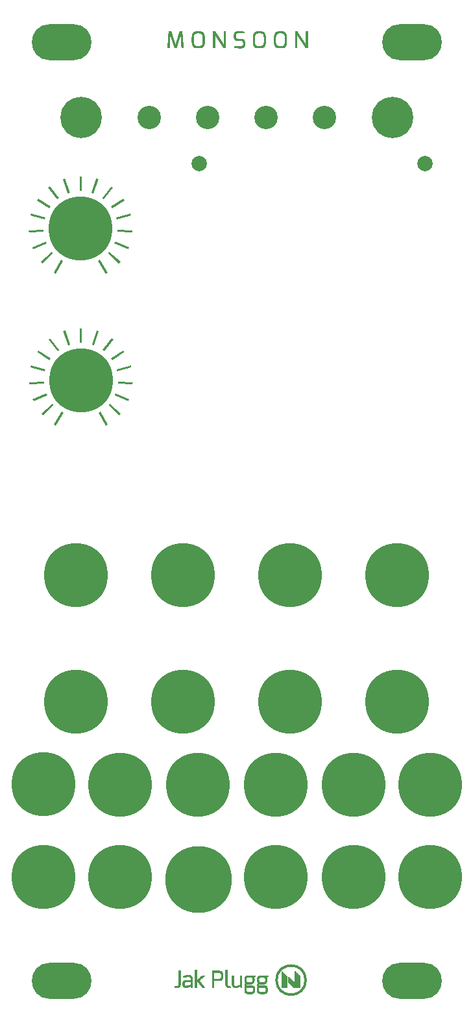
<source format=gts>
G04 DipTrace 3.3.0.0*
G04 monsooon_panel.GTS*
%MOIN*%
G04 #@! TF.FileFunction,Soldermask,Top*
G04 #@! TF.Part,Single*
%ADD12C,0.001*%
%ADD19C,0.013189*%
%ADD32C,0.120079*%
%ADD33C,0.212*%
%ADD34C,0.07874*%
%ADD40C,0.342646*%
%ADD42O,0.307213X0.185165*%
%ADD44C,0.328*%
%FSLAX26Y26*%
G04*
G70*
G90*
G75*
G01*
G04 TopMask*
%LPD*%
D32*
X1739000Y4944000D3*
X1439000D3*
X1139000D3*
D33*
X789000D3*
D34*
X1395260Y4707346D3*
X2557740D3*
D32*
X2039000Y4944000D3*
D33*
X2389000D3*
D44*
X2189000Y1044000D3*
X989000D3*
X595000D3*
Y1519818D3*
X989000Y1519000D3*
X1789000Y1044000D3*
X1389000Y1519000D3*
X1789000D3*
X2189000D3*
D42*
X2489000Y512150D3*
X689000D3*
D40*
X1392000Y1032000D3*
D42*
X689000Y5332000D3*
X2489000D3*
D44*
X2583000Y1519000D3*
X2582751Y1044000D3*
X764000Y1944000D3*
X1314000D3*
X1864000D3*
X2414000D3*
X764000Y2594000D3*
X1314000D3*
X1864000D3*
X2414000D3*
X787866Y4375249D3*
X789000Y3594000D3*
X1793256Y514875D2*
D19*
G02X1793256Y514875I75000J0D01*
G01*
G36*
X649224Y4148039D2*
X659118Y4142329D1*
X697198Y4208286D1*
X687304Y4213997D1*
X649224Y4148039D1*
G37*
G36*
X583274Y4204572D2*
X590807Y4195984D1*
X648067Y4246198D1*
X640535Y4254789D1*
X583274Y4204572D1*
G37*
G36*
X538995Y4279303D2*
X543367Y4268749D1*
X613730Y4297892D1*
X609358Y4308449D1*
X538995Y4279303D1*
G37*
G36*
X521087Y4364301D2*
X521835Y4352902D1*
X597832Y4357882D1*
X597085Y4369282D1*
X521087Y4364301D1*
G37*
G36*
X531451Y4450543D2*
X528495Y4439509D1*
X602060Y4419797D1*
X605017Y4430831D1*
X531451Y4450543D1*
G37*
G36*
X568987Y4528878D2*
X562640Y4519381D1*
X625966Y4477067D1*
X632312Y4486564D1*
X568987Y4528878D1*
G37*
G36*
X629711Y4590991D2*
X620648Y4584035D1*
X667012Y4523614D1*
X676075Y4530568D1*
X629711Y4590991D1*
G37*
G36*
X707178Y4630286D2*
X696360Y4626614D1*
X720841Y4554496D1*
X731659Y4558168D1*
X707178Y4630286D1*
G37*
G36*
X793165Y4642597D2*
X781740D1*
Y4566437D1*
X793165D1*
Y4642597D1*
G37*
G36*
X878546Y4626614D2*
X867728Y4630286D1*
X843247Y4558168D1*
X854064Y4554496D1*
X878546Y4626614D1*
G37*
G36*
X954257Y4584035D2*
X945194Y4590991D1*
X898831Y4530568D1*
X907894Y4523614D1*
X954257Y4584035D1*
G37*
G36*
X1012265Y4519381D2*
X1005919Y4528878D1*
X942593Y4486567D1*
X948940Y4477067D1*
X1012265Y4519381D1*
G37*
G36*
X1046411Y4439509D2*
X1043454Y4450543D1*
X969888Y4430831D1*
X972845Y4419797D1*
X1046411Y4439509D1*
G37*
G36*
X1053071Y4352902D2*
X1053819Y4364301D1*
X977820Y4369282D1*
X977073Y4357882D1*
X1053071Y4352902D1*
G37*
G36*
X1031539Y4268749D2*
X1035911Y4279303D1*
X965547Y4308449D1*
X961176Y4297892D1*
X1031539Y4268749D1*
G37*
G36*
X984098Y4195983D2*
X991631Y4204572D1*
X934371Y4254789D1*
X926839Y4246198D1*
X984098Y4195983D1*
G37*
G36*
X915787Y4142329D2*
X925681Y4148039D1*
X887601Y4213997D1*
X877707Y4208286D1*
X915787Y4142329D1*
G37*
G36*
X650772Y3368092D2*
X660665Y3362382D1*
X698745Y3428339D1*
X688852Y3434050D1*
X650772Y3368092D1*
G37*
G36*
X584822Y3424625D2*
X592354Y3416037D1*
X649614Y3466251D1*
X642083Y3474841D1*
X584822Y3424625D1*
G37*
G36*
X540542Y3499356D2*
X544915Y3488802D1*
X615277Y3517945D1*
X610906Y3528501D1*
X540542Y3499356D1*
G37*
G36*
X522634Y3584353D2*
X523382Y3572954D1*
X599379Y3577934D1*
X598633Y3589335D1*
X522634Y3584353D1*
G37*
G36*
X532999Y3670596D2*
X530042Y3659562D1*
X603608Y3639849D1*
X606564Y3650883D1*
X532999Y3670596D1*
G37*
G36*
X570534Y3748930D2*
X564188Y3739433D1*
X627513Y3697119D1*
X633860Y3706617D1*
X570534Y3748930D1*
G37*
G36*
X631259Y3811043D2*
X622196Y3804088D1*
X668559Y3743667D1*
X677622Y3750621D1*
X631259Y3811043D1*
G37*
G36*
X708726Y3850339D2*
X697907Y3846667D1*
X722388Y3774549D1*
X733206Y3778220D1*
X708726Y3850339D1*
G37*
G36*
X794713Y3862650D2*
X783287D1*
Y3786490D1*
X794713D1*
Y3862650D1*
G37*
G36*
X880093Y3846667D2*
X869276Y3850339D1*
X844794Y3778220D1*
X855612Y3774549D1*
X880093Y3846667D1*
G37*
G36*
X955804Y3804088D2*
X946741Y3811043D1*
X900378Y3750621D1*
X909441Y3743667D1*
X955804Y3804088D1*
G37*
G36*
X1013812Y3739433D2*
X1007466Y3748930D1*
X944140Y3706619D1*
X950487Y3697119D1*
X1013812Y3739433D1*
G37*
G36*
X1047958Y3659562D2*
X1045001Y3670596D1*
X971436Y3650883D1*
X974392Y3639849D1*
X1047958Y3659562D1*
G37*
G36*
X1054618Y3572954D2*
X1055366Y3584353D1*
X979367Y3589335D1*
X978621Y3577934D1*
X1054618Y3572954D1*
G37*
G36*
X1033087Y3488802D2*
X1037458Y3499356D1*
X967094Y3528501D1*
X962723Y3517945D1*
X1033087Y3488802D1*
G37*
G36*
X985646Y3416035D2*
X993178Y3424625D1*
X935919Y3474841D1*
X928386Y3466251D1*
X985646Y3416035D1*
G37*
G36*
X917335Y3362382D2*
X927228Y3368092D1*
X889148Y3434050D1*
X879255Y3428339D1*
X917335Y3362382D1*
G37*
X1374101Y568948D2*
D12*
X1382101D1*
X1530101D2*
X1538101D1*
X1374101Y567948D2*
X1382101D1*
X1530101D2*
X1538101D1*
X1374101Y566948D2*
X1382101D1*
X1530101D2*
X1538101D1*
X1374101Y565948D2*
X1382101D1*
X1530101D2*
X1538101D1*
X1374101Y564948D2*
X1382101D1*
X1530101D2*
X1538101D1*
X1374101Y563948D2*
X1382101D1*
X1530101D2*
X1538101D1*
X1291101Y562948D2*
X1298101D1*
X1374101D2*
X1382101D1*
X1462101D2*
X1500101D1*
X1530101D2*
X1538101D1*
X1291101Y561948D2*
X1298101D1*
X1374101D2*
X1382101D1*
X1462101D2*
X1503444D1*
X1530101D2*
X1538101D1*
X1291101Y560948D2*
X1298101D1*
X1374101D2*
X1382101D1*
X1462101D2*
X1506138D1*
X1530101D2*
X1538101D1*
X1291101Y559948D2*
X1298101D1*
X1374101D2*
X1382101D1*
X1462101D2*
X1508168D1*
X1530101D2*
X1538101D1*
X1291101Y558948D2*
X1298101D1*
X1374101D2*
X1382101D1*
X1462101D2*
X1509695D1*
X1530101D2*
X1538101D1*
X1291101Y557948D2*
X1298101D1*
X1374101D2*
X1382101D1*
X1462101D2*
X1510901D1*
X1530101D2*
X1538101D1*
X1291101Y556948D2*
X1298101D1*
X1374101D2*
X1382101D1*
X1462101D2*
X1511870D1*
X1530101D2*
X1538101D1*
X1291101Y555948D2*
X1298101D1*
X1374101D2*
X1382101D1*
X1462101D2*
X1512634D1*
X1530101D2*
X1538101D1*
X1291101Y554948D2*
X1298101D1*
X1374101D2*
X1382101D1*
X1462101D2*
X1513261D1*
X1530101D2*
X1538101D1*
X1291101Y553948D2*
X1298101D1*
X1374101D2*
X1382101D1*
X1462101D2*
X1470101D1*
X1501059D2*
X1513817D1*
X1530101D2*
X1538101D1*
X1291101Y552948D2*
X1298101D1*
X1374101D2*
X1382101D1*
X1462101D2*
X1470101D1*
X1502888D2*
X1514338D1*
X1530101D2*
X1538101D1*
X1291101Y551948D2*
X1298101D1*
X1374101D2*
X1382101D1*
X1462101D2*
X1470101D1*
X1504447D2*
X1514843D1*
X1530101D2*
X1538101D1*
X1291101Y550948D2*
X1298101D1*
X1374101D2*
X1382101D1*
X1462101D2*
X1470101D1*
X1505653D2*
X1515310D1*
X1530101D2*
X1538101D1*
X1291101Y549948D2*
X1298101D1*
X1374101D2*
X1382101D1*
X1462101D2*
X1470101D1*
X1506537D2*
X1515684D1*
X1530101D2*
X1538101D1*
X1291101Y548948D2*
X1298101D1*
X1374101D2*
X1382101D1*
X1462101D2*
X1470101D1*
X1507185D2*
X1515944D1*
X1530101D2*
X1538101D1*
X1291101Y547948D2*
X1298101D1*
X1374101D2*
X1382101D1*
X1462101D2*
X1470101D1*
X1507636D2*
X1516185D1*
X1530101D2*
X1538101D1*
X1291101Y546948D2*
X1298101D1*
X1374101D2*
X1382101D1*
X1462101D2*
X1470101D1*
X1507927D2*
X1516475D1*
X1530101D2*
X1538101D1*
X1291101Y545948D2*
X1298101D1*
X1374101D2*
X1382101D1*
X1462101D2*
X1470101D1*
X1508179D2*
X1516751D1*
X1530101D2*
X1538101D1*
X1291101Y544948D2*
X1298101D1*
X1374101D2*
X1382101D1*
X1462101D2*
X1470101D1*
X1508473D2*
X1516934D1*
X1530101D2*
X1538101D1*
X1291101Y543948D2*
X1298101D1*
X1374101D2*
X1382101D1*
X1462101D2*
X1470101D1*
X1508751D2*
X1517029D1*
X1530101D2*
X1538101D1*
X1291101Y542948D2*
X1298101D1*
X1374101D2*
X1382101D1*
X1462101D2*
X1470101D1*
X1508933D2*
X1517073D1*
X1530101D2*
X1538101D1*
X1291101Y541948D2*
X1298101D1*
X1374101D2*
X1382101D1*
X1462101D2*
X1470101D1*
X1509029D2*
X1517090D1*
X1530101D2*
X1538101D1*
X1291101Y540948D2*
X1298101D1*
X1374101D2*
X1382101D1*
X1462101D2*
X1470101D1*
X1509073D2*
X1517097D1*
X1530101D2*
X1538101D1*
X1291101Y539948D2*
X1298101D1*
X1328101D2*
X1349101D1*
X1374101D2*
X1382101D1*
X1462101D2*
X1470101D1*
X1509090D2*
X1517100D1*
X1530101D2*
X1538101D1*
X1291101Y538948D2*
X1298101D1*
X1322697D2*
X1351059D1*
X1374101D2*
X1382101D1*
X1411101D2*
X1422101D1*
X1462101D2*
X1470101D1*
X1509097D2*
X1517101D1*
X1530101D2*
X1538101D1*
X1564101D2*
X1572101D1*
X1606101D2*
X1614101D1*
X1641101D2*
X1684101D1*
X1706101D2*
X1749101D1*
X1291101Y537948D2*
X1298101D1*
X1318455D2*
X1352888D1*
X1374101D2*
X1382101D1*
X1409947D2*
X1421101D1*
X1462101D2*
X1470101D1*
X1509100D2*
X1517101D1*
X1530101D2*
X1538101D1*
X1564101D2*
X1572101D1*
X1606101D2*
X1614101D1*
X1639143D2*
X1684101D1*
X1704143D2*
X1749101D1*
X1291101Y536948D2*
X1298101D1*
X1315231D2*
X1354447D1*
X1374101D2*
X1382101D1*
X1408699D2*
X1420101D1*
X1462101D2*
X1470101D1*
X1509101D2*
X1517101D1*
X1530101D2*
X1538101D1*
X1564101D2*
X1572101D1*
X1606101D2*
X1614101D1*
X1637310D2*
X1684097D1*
X1702310D2*
X1749097D1*
X1291101Y535948D2*
X1298101D1*
X1313935D2*
X1355657D1*
X1374101D2*
X1382101D1*
X1407440D2*
X1419101D1*
X1462101D2*
X1470101D1*
X1509101D2*
X1517101D1*
X1530101D2*
X1538101D1*
X1564101D2*
X1572101D1*
X1606101D2*
X1614101D1*
X1635720D2*
X1684042D1*
X1700720D2*
X1749042D1*
X1291101Y534948D2*
X1298101D1*
X1313486D2*
X1356576D1*
X1374101D2*
X1382101D1*
X1406265D2*
X1418101D1*
X1462101D2*
X1470101D1*
X1509101D2*
X1517101D1*
X1530101D2*
X1538101D1*
X1564101D2*
X1572101D1*
X1606101D2*
X1614101D1*
X1634418D2*
X1683902D1*
X1699418D2*
X1748902D1*
X1291101Y533948D2*
X1298101D1*
X1313257D2*
X1357351D1*
X1374101D2*
X1382101D1*
X1405172D2*
X1417101D1*
X1462101D2*
X1470101D1*
X1509101D2*
X1517101D1*
X1530101D2*
X1538101D1*
X1564101D2*
X1572101D1*
X1606101D2*
X1614101D1*
X1633382D2*
X1683064D1*
X1698382D2*
X1748064D1*
X1291101Y532948D2*
X1298101D1*
X1313156D2*
X1358042D1*
X1374101D2*
X1382101D1*
X1404129D2*
X1416097D1*
X1462101D2*
X1470101D1*
X1509097D2*
X1517097D1*
X1530101D2*
X1538101D1*
X1564101D2*
X1572101D1*
X1606101D2*
X1614101D1*
X1632555D2*
X1680986D1*
X1697555D2*
X1745986D1*
X1291101Y531948D2*
X1298101D1*
X1313101D2*
X1329101D1*
X1345704D2*
X1358589D1*
X1374101D2*
X1382101D1*
X1403112D2*
X1415062D1*
X1462101D2*
X1470101D1*
X1509062D2*
X1517062D1*
X1530101D2*
X1538101D1*
X1564101D2*
X1572101D1*
X1606101D2*
X1614101D1*
X1631823D2*
X1678712D1*
X1696823D2*
X1743712D1*
X1291101Y530948D2*
X1298101D1*
X1347839D2*
X1359016D1*
X1374101D2*
X1382101D1*
X1402105D2*
X1413935D1*
X1462101D2*
X1470101D1*
X1508935D2*
X1516935D1*
X1530101D2*
X1538101D1*
X1564101D2*
X1572101D1*
X1606101D2*
X1614101D1*
X1631149D2*
X1645691D1*
X1661824D2*
X1676759D1*
X1696149D2*
X1710691D1*
X1726824D2*
X1741759D1*
X1291101Y529948D2*
X1298101D1*
X1349377D2*
X1359402D1*
X1374101D2*
X1382101D1*
X1401102D2*
X1412695D1*
X1462101D2*
X1470101D1*
X1508691D2*
X1516695D1*
X1530101D2*
X1538101D1*
X1564101D2*
X1572101D1*
X1606101D2*
X1614101D1*
X1630609D2*
X1642936D1*
X1664114D2*
X1675101D1*
X1695609D2*
X1707936D1*
X1729114D2*
X1740101D1*
X1291101Y528948D2*
X1298101D1*
X1350423D2*
X1359723D1*
X1374101D2*
X1382101D1*
X1400101D2*
X1411439D1*
X1462101D2*
X1470101D1*
X1508400D2*
X1516435D1*
X1530101D2*
X1538101D1*
X1564101D2*
X1572101D1*
X1606101D2*
X1614101D1*
X1630185D2*
X1640935D1*
X1665799D2*
X1675717D1*
X1695185D2*
X1705935D1*
X1730799D2*
X1740717D1*
X1291101Y527948D2*
X1298101D1*
X1351141D2*
X1359923D1*
X1374101D2*
X1382101D1*
X1399101D2*
X1410264D1*
X1462101D2*
X1470101D1*
X1508094D2*
X1516225D1*
X1530101D2*
X1538101D1*
X1564101D2*
X1572101D1*
X1606101D2*
X1614101D1*
X1629796D2*
X1639487D1*
X1667003D2*
X1676256D1*
X1694796D2*
X1704487D1*
X1732003D2*
X1741256D1*
X1291101Y526948D2*
X1298101D1*
X1351616D2*
X1360025D1*
X1374101D2*
X1382101D1*
X1398101D2*
X1409172D1*
X1462101D2*
X1470101D1*
X1507723D2*
X1516005D1*
X1530101D2*
X1538101D1*
X1564101D2*
X1572101D1*
X1606101D2*
X1614101D1*
X1629440D2*
X1638439D1*
X1667900D2*
X1676696D1*
X1694440D2*
X1703439D1*
X1732900D2*
X1741696D1*
X1291101Y525948D2*
X1298101D1*
X1351886D2*
X1360071D1*
X1374101D2*
X1382101D1*
X1397097D2*
X1408129D1*
X1462101D2*
X1470101D1*
X1507253D2*
X1515719D1*
X1530101D2*
X1538101D1*
X1564101D2*
X1572101D1*
X1606101D2*
X1614101D1*
X1629113D2*
X1637726D1*
X1668535D2*
X1677063D1*
X1694113D2*
X1702726D1*
X1733535D2*
X1742063D1*
X1291101Y524948D2*
X1298101D1*
X1352050D2*
X1360090D1*
X1374101D2*
X1382101D1*
X1396062D2*
X1407112D1*
X1462101D2*
X1470101D1*
X1506616D2*
X1515410D1*
X1530101D2*
X1538101D1*
X1564101D2*
X1572101D1*
X1606101D2*
X1614101D1*
X1628771D2*
X1637229D1*
X1668996D2*
X1677421D1*
X1693771D2*
X1702229D1*
X1733996D2*
X1742421D1*
X1291101Y523948D2*
X1298101D1*
X1352233D2*
X1360097D1*
X1374101D2*
X1382101D1*
X1394935D2*
X1406105D1*
X1462101D2*
X1470101D1*
X1505688D2*
X1515098D1*
X1530101D2*
X1538101D1*
X1564101D2*
X1572101D1*
X1606101D2*
X1614101D1*
X1628468D2*
X1636816D1*
X1669395D2*
X1677730D1*
X1693468D2*
X1701816D1*
X1734395D2*
X1742730D1*
X1291101Y522948D2*
X1298101D1*
X1352494D2*
X1360100D1*
X1374101D2*
X1382101D1*
X1393695D2*
X1405102D1*
X1462101D2*
X1470101D1*
X1504404D2*
X1514728D1*
X1530101D2*
X1538101D1*
X1564101D2*
X1572101D1*
X1606101D2*
X1614101D1*
X1628275D2*
X1636485D1*
X1669720D2*
X1677926D1*
X1693275D2*
X1701485D1*
X1734720D2*
X1742926D1*
X1291101Y521948D2*
X1298101D1*
X1352759D2*
X1360101D1*
X1374101D2*
X1382101D1*
X1392439D2*
X1404101D1*
X1462101D2*
X1470101D1*
X1502819D2*
X1514297D1*
X1530101D2*
X1538101D1*
X1564101D2*
X1572101D1*
X1606101D2*
X1614101D1*
X1628175D2*
X1636281D1*
X1669922D2*
X1678026D1*
X1693175D2*
X1701281D1*
X1734922D2*
X1743026D1*
X1291101Y520948D2*
X1298101D1*
X1352932D2*
X1360101D1*
X1374101D2*
X1382101D1*
X1391245D2*
X1403101D1*
X1462101D2*
X1513826D1*
X1530101D2*
X1538101D1*
X1564101D2*
X1572101D1*
X1606101D2*
X1614101D1*
X1628130D2*
X1636177D1*
X1670025D2*
X1678072D1*
X1693130D2*
X1701177D1*
X1735025D2*
X1743072D1*
X1291101Y519948D2*
X1298101D1*
X1352991D2*
X1360101D1*
X1374101D2*
X1382101D1*
X1389962D2*
X1402101D1*
X1462101D2*
X1513303D1*
X1530101D2*
X1538101D1*
X1564101D2*
X1572101D1*
X1606101D2*
X1614101D1*
X1628112D2*
X1636131D1*
X1670071D2*
X1678090D1*
X1693112D2*
X1701131D1*
X1735071D2*
X1743090D1*
X1291101Y518948D2*
X1298101D1*
X1352906D2*
X1360101D1*
X1374101D2*
X1382101D1*
X1388146D2*
X1401101D1*
X1462101D2*
X1512674D1*
X1530101D2*
X1538101D1*
X1564101D2*
X1572101D1*
X1606101D2*
X1614101D1*
X1628105D2*
X1636112D1*
X1670090D2*
X1678097D1*
X1693105D2*
X1701112D1*
X1735090D2*
X1743097D1*
X1291101Y517948D2*
X1298101D1*
X1352684D2*
X1360101D1*
X1374101D2*
X1382101D1*
X1385419D2*
X1400101D1*
X1462101D2*
X1511862D1*
X1530101D2*
X1538101D1*
X1564101D2*
X1572101D1*
X1606101D2*
X1614101D1*
X1628102D2*
X1636105D1*
X1670097D2*
X1678100D1*
X1693102D2*
X1701105D1*
X1735097D2*
X1743100D1*
X1291101Y516948D2*
X1298101D1*
X1352435D2*
X1360101D1*
X1374101D2*
X1399101D1*
X1462101D2*
X1510809D1*
X1530101D2*
X1538101D1*
X1564101D2*
X1572101D1*
X1606101D2*
X1614101D1*
X1628101D2*
X1636102D1*
X1670100D2*
X1678101D1*
X1693101D2*
X1701102D1*
X1735100D2*
X1743101D1*
X1291101Y515948D2*
X1298101D1*
X1352262D2*
X1360101D1*
X1374101D2*
X1398101D1*
X1462101D2*
X1509453D1*
X1530101D2*
X1538101D1*
X1564101D2*
X1572101D1*
X1606101D2*
X1614101D1*
X1628101D2*
X1636105D1*
X1670101D2*
X1678097D1*
X1693101D2*
X1701105D1*
X1735101D2*
X1743097D1*
X1291101Y514948D2*
X1298101D1*
X1352165D2*
X1360101D1*
X1374101D2*
X1397101D1*
X1462101D2*
X1507812D1*
X1530101D2*
X1538101D1*
X1564101D2*
X1572101D1*
X1606101D2*
X1614101D1*
X1628105D2*
X1636140D1*
X1670097D2*
X1678062D1*
X1693105D2*
X1701140D1*
X1735097D2*
X1743062D1*
X1291101Y513948D2*
X1298101D1*
X1320101D2*
X1360101D1*
X1374101D2*
X1396101D1*
X1462101D2*
X1470101D1*
X1476101D2*
X1505991D1*
X1530101D2*
X1538101D1*
X1564101D2*
X1572101D1*
X1606101D2*
X1614101D1*
X1628140D2*
X1636268D1*
X1670062D2*
X1677935D1*
X1693140D2*
X1701268D1*
X1735062D2*
X1742935D1*
X1291101Y512948D2*
X1298101D1*
X1318489D2*
X1360101D1*
X1374101D2*
X1395101D1*
X1462101D2*
X1470101D1*
X1487101D2*
X1504101D1*
X1530101D2*
X1538101D1*
X1564101D2*
X1572101D1*
X1606101D2*
X1614101D1*
X1628268D2*
X1636511D1*
X1669931D2*
X1677695D1*
X1693268D2*
X1701511D1*
X1734931D2*
X1742695D1*
X1291101Y511948D2*
X1298101D1*
X1316989D2*
X1360101D1*
X1374101D2*
X1395947D1*
X1462101D2*
X1470101D1*
X1530101D2*
X1538101D1*
X1564101D2*
X1572101D1*
X1606101D2*
X1614101D1*
X1628507D2*
X1636803D1*
X1669656D2*
X1677435D1*
X1693507D2*
X1701803D1*
X1734656D2*
X1742435D1*
X1291101Y510948D2*
X1298101D1*
X1315712D2*
X1360101D1*
X1374101D2*
X1396699D1*
X1462101D2*
X1470101D1*
X1530101D2*
X1538101D1*
X1564101D2*
X1572101D1*
X1606101D2*
X1614101D1*
X1628767D2*
X1637108D1*
X1669268D2*
X1677225D1*
X1693767D2*
X1702108D1*
X1734268D2*
X1742225D1*
X1291101Y509948D2*
X1298101D1*
X1314716D2*
X1360101D1*
X1374101D2*
X1397440D1*
X1462101D2*
X1470101D1*
X1530101D2*
X1538101D1*
X1564101D2*
X1572101D1*
X1606101D2*
X1614101D1*
X1628977D2*
X1637480D1*
X1668815D2*
X1677005D1*
X1693977D2*
X1702480D1*
X1733815D2*
X1742005D1*
X1291101Y508948D2*
X1298101D1*
X1313892D2*
X1360101D1*
X1374101D2*
X1398261D1*
X1462101D2*
X1470101D1*
X1530101D2*
X1538101D1*
X1564101D2*
X1572101D1*
X1606101D2*
X1614101D1*
X1629201D2*
X1637945D1*
X1668300D2*
X1676719D1*
X1694201D2*
X1702945D1*
X1733300D2*
X1741719D1*
X1291101Y507948D2*
X1298101D1*
X1313177D2*
X1350101D1*
X1352101D2*
X1360101D1*
X1374101D2*
X1382101D1*
X1388097D2*
X1399133D1*
X1462101D2*
X1470101D1*
X1530101D2*
X1538101D1*
X1564101D2*
X1572101D1*
X1606101D2*
X1614101D1*
X1629518D2*
X1638551D1*
X1667669D2*
X1676410D1*
X1694518D2*
X1703551D1*
X1732669D2*
X1741410D1*
X1291101Y506948D2*
X1298101D1*
X1312619D2*
X1336101D1*
X1352101D2*
X1360101D1*
X1374101D2*
X1382101D1*
X1389062D2*
X1399963D1*
X1462101D2*
X1470101D1*
X1530101D2*
X1538101D1*
X1564101D2*
X1572101D1*
X1606101D2*
X1614101D1*
X1629923D2*
X1639391D1*
X1666818D2*
X1676098D1*
X1694923D2*
X1704391D1*
X1731818D2*
X1741098D1*
X1291101Y505948D2*
X1298101D1*
X1312189D2*
X1324298D1*
X1352101D2*
X1360101D1*
X1374101D2*
X1382101D1*
X1389935D2*
X1400706D1*
X1462101D2*
X1470101D1*
X1530101D2*
X1538101D1*
X1564101D2*
X1572101D1*
X1606101D2*
X1614101D1*
X1630383D2*
X1640605D1*
X1665600D2*
X1675728D1*
X1695383D2*
X1705605D1*
X1730600D2*
X1740728D1*
X1291101Y504948D2*
X1298101D1*
X1311801D2*
X1322717D1*
X1352101D2*
X1360101D1*
X1374101D2*
X1382101D1*
X1390695D2*
X1401438D1*
X1462101D2*
X1470101D1*
X1530101D2*
X1538101D1*
X1564101D2*
X1572101D1*
X1606101D2*
X1614101D1*
X1630901D2*
X1642358D1*
X1663845D2*
X1675297D1*
X1695901D2*
X1707358D1*
X1728845D2*
X1740297D1*
X1291101Y503948D2*
X1298101D1*
X1311480D2*
X1321421D1*
X1352101D2*
X1360101D1*
X1374101D2*
X1382101D1*
X1391439D2*
X1402226D1*
X1462101D2*
X1470101D1*
X1530101D2*
X1538101D1*
X1564101D2*
X1572101D1*
X1606101D2*
X1614101D1*
X1631525D2*
X1644615D1*
X1661587D2*
X1674826D1*
X1696525D2*
X1709615D1*
X1726587D2*
X1739826D1*
X1291101Y502948D2*
X1298101D1*
X1311279D2*
X1320425D1*
X1352101D2*
X1360101D1*
X1374101D2*
X1382101D1*
X1392260D2*
X1403005D1*
X1462101D2*
X1470101D1*
X1530101D2*
X1538101D1*
X1564101D2*
X1572101D1*
X1606101D2*
X1614101D1*
X1632297D2*
X1674303D1*
X1697297D2*
X1739303D1*
X1291101Y501948D2*
X1298101D1*
X1311177D2*
X1319649D1*
X1352101D2*
X1360101D1*
X1374101D2*
X1382101D1*
X1393132D2*
X1403723D1*
X1462101D2*
X1470101D1*
X1530101D2*
X1538101D1*
X1564101D2*
X1572101D1*
X1606101D2*
X1614101D1*
X1633177D2*
X1673678D1*
X1698177D2*
X1738678D1*
X1291101Y500948D2*
X1298101D1*
X1311131D2*
X1319367D1*
X1352101D2*
X1360101D1*
X1374101D2*
X1382101D1*
X1393963D2*
X1404445D1*
X1462101D2*
X1470101D1*
X1530101D2*
X1538101D1*
X1564101D2*
X1572101D1*
X1606101D2*
X1614101D1*
X1634101D2*
X1672901D1*
X1699101D2*
X1737901D1*
X1291101Y499948D2*
X1298101D1*
X1311112D2*
X1319214D1*
X1352101D2*
X1360101D1*
X1374101D2*
X1382101D1*
X1394706D2*
X1405229D1*
X1462101D2*
X1470101D1*
X1530101D2*
X1538101D1*
X1564101D2*
X1572101D1*
X1606101D2*
X1614101D1*
X1632797D2*
X1671975D1*
X1697797D2*
X1736975D1*
X1291101Y498948D2*
X1298101D1*
X1311105D2*
X1319145D1*
X1352101D2*
X1360101D1*
X1374101D2*
X1382101D1*
X1395442D2*
X1406006D1*
X1462101D2*
X1470101D1*
X1530101D2*
X1538101D1*
X1564101D2*
X1572101D1*
X1606101D2*
X1614101D1*
X1631632D2*
X1670847D1*
X1696632D2*
X1735847D1*
X1291097Y497948D2*
X1298101D1*
X1311102D2*
X1319117D1*
X1352101D2*
X1360101D1*
X1374101D2*
X1382101D1*
X1396262D2*
X1406724D1*
X1462101D2*
X1470101D1*
X1530105D2*
X1538101D1*
X1564101D2*
X1572101D1*
X1606101D2*
X1614101D1*
X1630717D2*
X1669348D1*
X1695717D2*
X1734348D1*
X1291062Y496948D2*
X1298101D1*
X1311101D2*
X1319107D1*
X1352101D2*
X1360101D1*
X1374101D2*
X1382101D1*
X1397133D2*
X1407449D1*
X1462101D2*
X1470101D1*
X1530140D2*
X1538105D1*
X1564101D2*
X1572101D1*
X1606101D2*
X1614101D1*
X1630007D2*
X1667230D1*
X1695007D2*
X1732230D1*
X1290935Y495948D2*
X1298101D1*
X1311101D2*
X1319103D1*
X1352101D2*
X1360101D1*
X1374101D2*
X1382101D1*
X1397963D2*
X1408264D1*
X1462101D2*
X1470101D1*
X1530268D2*
X1538140D1*
X1564101D2*
X1572101D1*
X1606101D2*
X1614101D1*
X1629416D2*
X1664379D1*
X1694416D2*
X1729379D1*
X1290695Y494948D2*
X1298101D1*
X1311101D2*
X1319102D1*
X1352097D2*
X1360101D1*
X1374101D2*
X1382101D1*
X1398706D2*
X1409134D1*
X1462101D2*
X1470101D1*
X1530507D2*
X1538268D1*
X1564105D2*
X1572105D1*
X1606097D2*
X1614101D1*
X1628913D2*
X1661101D1*
X1693913D2*
X1726101D1*
X1290435Y493948D2*
X1298101D1*
X1311101D2*
X1319101D1*
X1352050D2*
X1360101D1*
X1374101D2*
X1382101D1*
X1399442D2*
X1409963D1*
X1462101D2*
X1470101D1*
X1530763D2*
X1538511D1*
X1564140D2*
X1572140D1*
X1606054D2*
X1614101D1*
X1628529D2*
X1637298D1*
X1693529D2*
X1702298D1*
X1290225Y492948D2*
X1298101D1*
X1311101D2*
X1319101D1*
X1351933D2*
X1360101D1*
X1374101D2*
X1382101D1*
X1400262D2*
X1410706D1*
X1462101D2*
X1470101D1*
X1530938D2*
X1538803D1*
X1564268D2*
X1572271D1*
X1605949D2*
X1614101D1*
X1628299D2*
X1636713D1*
X1693299D2*
X1701713D1*
X1290001Y491948D2*
X1298101D1*
X1311101D2*
X1319105D1*
X1351306D2*
X1360101D1*
X1374101D2*
X1382101D1*
X1401133D2*
X1411439D1*
X1462101D2*
X1470101D1*
X1531034D2*
X1539108D1*
X1564511D2*
X1572550D1*
X1605427D2*
X1614101D1*
X1628184D2*
X1636386D1*
X1693184D2*
X1701386D1*
X1289684Y490948D2*
X1298097D1*
X1311105D2*
X1319144D1*
X1349610D2*
X1360101D1*
X1374101D2*
X1382101D1*
X1401963D2*
X1412226D1*
X1462101D2*
X1470101D1*
X1531112D2*
X1539483D1*
X1564803D2*
X1572973D1*
X1604085D2*
X1614101D1*
X1628134D2*
X1636209D1*
X1693134D2*
X1701209D1*
X1289275Y489948D2*
X1298062D1*
X1311140D2*
X1319311D1*
X1347232D2*
X1360101D1*
X1374101D2*
X1382101D1*
X1402706D2*
X1413005D1*
X1462101D2*
X1470101D1*
X1531257D2*
X1539992D1*
X1565108D2*
X1573557D1*
X1602267D2*
X1614101D1*
X1628117D2*
X1636401D1*
X1693117D2*
X1701401D1*
X1288776Y488948D2*
X1297935D1*
X1311268D2*
X1319623D1*
X1344138D2*
X1360101D1*
X1374101D2*
X1382101D1*
X1403442D2*
X1413723D1*
X1462101D2*
X1470101D1*
X1531507D2*
X1540636D1*
X1565476D2*
X1574351D1*
X1600030D2*
X1614101D1*
X1628144D2*
X1637300D1*
X1693144D2*
X1702300D1*
X1288056Y487948D2*
X1297691D1*
X1311511D2*
X1320451D1*
X1340132D2*
X1360101D1*
X1374101D2*
X1382101D1*
X1404262D2*
X1414449D1*
X1462101D2*
X1470101D1*
X1531801D2*
X1542132D1*
X1565906D2*
X1575397D1*
X1597380D2*
X1614101D1*
X1628273D2*
X1638599D1*
X1693273D2*
X1703599D1*
X1287068Y486948D2*
X1297400D1*
X1311806D2*
X1322908D1*
X1334568D2*
X1360101D1*
X1374101D2*
X1382101D1*
X1405133D2*
X1415264D1*
X1462101D2*
X1470101D1*
X1532108D2*
X1544267D1*
X1566376D2*
X1576746D1*
X1594261D2*
X1614101D1*
X1628547D2*
X1670101D1*
X1693547D2*
X1735101D1*
X1283956Y485948D2*
X1297094D1*
X1312143D2*
X1326969D1*
X1326950D2*
X1360101D1*
X1374101D2*
X1382101D1*
X1405963D2*
X1416134D1*
X1462101D2*
X1470101D1*
X1532479D2*
X1547007D1*
X1566899D2*
X1578364D1*
X1590763D2*
X1614101D1*
X1628938D2*
X1672175D1*
X1693938D2*
X1737175D1*
X1269101Y484948D2*
X1274101D1*
X1279098D2*
X1296723D1*
X1312607D2*
X1360101D1*
X1374101D2*
X1382101D1*
X1406706D2*
X1416963D1*
X1462101D2*
X1470101D1*
X1532945D2*
X1549878D1*
X1567524D2*
X1614101D1*
X1629422D2*
X1673962D1*
X1694422D2*
X1738962D1*
X1268950Y483948D2*
X1296257D1*
X1313184D2*
X1350294D1*
X1353139D2*
X1360101D1*
X1374101D2*
X1382101D1*
X1407442D2*
X1417706D1*
X1462101D2*
X1470101D1*
X1533543D2*
X1552224D1*
X1568298D2*
X1604256D1*
X1605943D2*
X1614101D1*
X1630022D2*
X1675384D1*
X1695022D2*
X1740384D1*
X1268742Y482948D2*
X1295655D1*
X1313803D2*
X1347670D1*
X1353267D2*
X1360101D1*
X1374101D2*
X1382101D1*
X1408262D2*
X1418439D1*
X1462101D2*
X1470101D1*
X1534309D2*
X1553990D1*
X1569184D2*
X1602504D1*
X1606656D2*
X1614101D1*
X1630683D2*
X1676445D1*
X1695683D2*
X1741445D1*
X1268550Y481948D2*
X1294854D1*
X1314522D2*
X1345168D1*
X1353511D2*
X1360101D1*
X1374101D2*
X1382101D1*
X1409133D2*
X1419226D1*
X1462101D2*
X1470101D1*
X1535229D2*
X1554673D1*
X1570137D2*
X1600759D1*
X1607234D2*
X1614101D1*
X1631300D2*
X1677295D1*
X1696300D2*
X1742295D1*
X1268771Y480948D2*
X1293795D1*
X1315493D2*
X1342592D1*
X1353805D2*
X1360101D1*
X1374101D2*
X1382101D1*
X1409962D2*
X1420005D1*
X1462101D2*
X1470101D1*
X1536344D2*
X1554905D1*
X1571160D2*
X1598895D1*
X1607691D2*
X1614101D1*
X1631416D2*
X1678020D1*
X1696416D2*
X1743020D1*
X1269545Y479948D2*
X1292326D1*
X1316834D2*
X1339783D1*
X1354135D2*
X1360101D1*
X1374101D2*
X1382101D1*
X1410696D2*
X1420714D1*
X1462101D2*
X1470101D1*
X1537725D2*
X1555022D1*
X1572357D2*
X1596821D1*
X1608091D2*
X1614101D1*
X1631111D2*
X1678581D1*
X1696111D2*
X1743581D1*
X1271385Y478948D2*
X1290222D1*
X1318604D2*
X1336610D1*
X1354575D2*
X1360101D1*
X1374101D2*
X1382101D1*
X1411392D2*
X1421398D1*
X1462101D2*
X1470101D1*
X1539356D2*
X1555073D1*
X1573911D2*
X1594461D1*
X1608560D2*
X1614101D1*
X1630635D2*
X1635101D1*
X1639101D2*
X1679013D1*
X1695635D2*
X1700101D1*
X1704101D2*
X1744013D1*
X1274004Y477948D2*
X1287376D1*
X1320756D2*
X1332988D1*
X1355101D2*
X1360101D1*
X1374101D2*
X1382101D1*
X1412101D2*
X1422101D1*
X1462101D2*
X1470101D1*
X1541101D2*
X1555101D1*
X1575891D2*
X1591840D1*
X1609101D2*
X1614101D1*
X1630044D2*
X1635101D1*
X1670059D2*
X1679401D1*
X1695044D2*
X1700101D1*
X1735059D2*
X1744401D1*
X1277101Y476948D2*
X1284101D1*
X1323101D2*
X1329101D1*
X1578101D2*
X1589101D1*
X1629456D2*
X1635101D1*
X1670896D2*
X1679722D1*
X1694456D2*
X1700101D1*
X1735896D2*
X1744722D1*
X1628937Y475948D2*
X1635101D1*
X1671525D2*
X1679923D1*
X1693937D2*
X1700101D1*
X1736525D2*
X1744923D1*
X1628540Y474948D2*
X1635101D1*
X1671990D2*
X1680025D1*
X1693540D2*
X1700101D1*
X1736990D2*
X1745025D1*
X1628304Y473948D2*
X1635101D1*
X1672392D2*
X1680071D1*
X1693304D2*
X1700101D1*
X1737392D2*
X1745071D1*
X1628186Y472948D2*
X1635101D1*
X1672719D2*
X1680090D1*
X1693186D2*
X1700101D1*
X1737719D2*
X1745090D1*
X1628134Y471948D2*
X1635101D1*
X1672922D2*
X1680097D1*
X1693134D2*
X1700101D1*
X1737922D2*
X1745097D1*
X1628113Y470948D2*
X1635101D1*
X1673025D2*
X1680100D1*
X1693113D2*
X1700101D1*
X1738025D2*
X1745100D1*
X1628105Y469948D2*
X1635101D1*
X1673071D2*
X1680101D1*
X1693105D2*
X1700101D1*
X1738071D2*
X1745101D1*
X1628103Y468948D2*
X1635101D1*
X1673090D2*
X1680101D1*
X1693103D2*
X1700101D1*
X1738090D2*
X1745101D1*
X1628102Y467948D2*
X1635101D1*
X1673097D2*
X1680101D1*
X1693102D2*
X1700101D1*
X1738097D2*
X1745101D1*
X1628101Y466948D2*
X1635101D1*
X1673100D2*
X1680101D1*
X1693101D2*
X1700101D1*
X1738100D2*
X1745101D1*
X1628101Y465948D2*
X1635101D1*
X1673101D2*
X1680101D1*
X1693101D2*
X1700101D1*
X1738101D2*
X1745101D1*
X1628101Y464948D2*
X1635105D1*
X1673097D2*
X1680101D1*
X1693101D2*
X1700105D1*
X1738097D2*
X1745101D1*
X1628101Y463948D2*
X1635140D1*
X1673062D2*
X1680101D1*
X1693101D2*
X1700140D1*
X1738062D2*
X1745101D1*
X1628101Y462948D2*
X1635268D1*
X1672935D2*
X1680101D1*
X1693101D2*
X1700268D1*
X1737935D2*
X1745101D1*
X1628101Y461948D2*
X1635511D1*
X1672691D2*
X1680101D1*
X1693101D2*
X1700511D1*
X1737691D2*
X1745101D1*
X1628101Y460948D2*
X1635806D1*
X1672400D2*
X1680101D1*
X1693101D2*
X1700806D1*
X1737400D2*
X1745101D1*
X1628105Y459948D2*
X1636147D1*
X1672090D2*
X1680097D1*
X1693105D2*
X1701147D1*
X1737090D2*
X1745097D1*
X1628140Y458948D2*
X1636654D1*
X1671680D2*
X1680062D1*
X1693140D2*
X1701654D1*
X1736680D2*
X1745062D1*
X1628271Y457948D2*
X1637437D1*
X1671048D2*
X1679931D1*
X1693271D2*
X1702437D1*
X1736048D2*
X1744931D1*
X1628546Y456948D2*
X1638624D1*
X1670044D2*
X1679656D1*
X1693546D2*
X1703624D1*
X1735044D2*
X1744656D1*
X1628934Y455948D2*
X1640365D1*
X1668621D2*
X1679268D1*
X1693934D2*
X1705365D1*
X1733621D2*
X1744268D1*
X1629387Y454948D2*
X1642617D1*
X1666917D2*
X1678819D1*
X1694387D2*
X1707617D1*
X1731917D2*
X1743819D1*
X1629902Y453948D2*
X1678339D1*
X1694902D2*
X1743339D1*
X1630529Y452948D2*
X1677839D1*
X1695529D2*
X1742839D1*
X1631337Y451948D2*
X1677271D1*
X1696337D2*
X1742271D1*
X1632358Y450948D2*
X1676506D1*
X1697358D2*
X1741506D1*
X1633633Y449948D2*
X1675410D1*
X1698633D2*
X1740410D1*
X1635278Y448948D2*
X1673896D1*
X1700278D2*
X1738896D1*
X1637559Y447948D2*
X1671811D1*
X1702559D2*
X1736811D1*
X1640617Y446948D2*
X1669113D1*
X1705617D2*
X1734113D1*
X1644101Y445948D2*
X1666101D1*
X1709101D2*
X1731101D1*
X1238592Y5387948D2*
X1249592D1*
X1295592D2*
X1306592D1*
X1379592D2*
X1400592D1*
X1467592D2*
X1475592D1*
X1521592D2*
X1529592D1*
X1588592D2*
X1609592D1*
X1693592D2*
X1714592D1*
X1801592D2*
X1822592D1*
X1889592D2*
X1897592D1*
X1943592D2*
X1951592D1*
X1238592Y5386948D2*
X1250092D1*
X1295250D2*
X1306596D1*
X1376331D2*
X1403973D1*
X1467592D2*
X1476092D1*
X1521592D2*
X1529592D1*
X1586134D2*
X1617654D1*
X1690331D2*
X1717973D1*
X1798331D2*
X1825973D1*
X1889592D2*
X1898092D1*
X1943592D2*
X1951592D1*
X1238592Y5385948D2*
X1250507D1*
X1294948D2*
X1306631D1*
X1373498D2*
X1406795D1*
X1467592D2*
X1476677D1*
X1521592D2*
X1529592D1*
X1583890D2*
X1625592D1*
X1687498D2*
X1720795D1*
X1795498D2*
X1828795D1*
X1889592D2*
X1898677D1*
X1943592D2*
X1951592D1*
X1238592Y5384948D2*
X1250896D1*
X1294724D2*
X1306758D1*
X1371184D2*
X1409065D1*
X1467592D2*
X1477288D1*
X1521592D2*
X1529592D1*
X1581946D2*
X1625592D1*
X1685184D2*
X1723065D1*
X1793184D2*
X1831065D1*
X1889592D2*
X1899288D1*
X1943592D2*
X1951592D1*
X1238592Y5383948D2*
X1251252D1*
X1294498D2*
X1306998D1*
X1369367D2*
X1410852D1*
X1467592D2*
X1477932D1*
X1521592D2*
X1529592D1*
X1580415D2*
X1625592D1*
X1683367D2*
X1724852D1*
X1791367D2*
X1832852D1*
X1889592D2*
X1899932D1*
X1943592D2*
X1951592D1*
X1238592Y5382948D2*
X1251580D1*
X1294211D2*
X1307254D1*
X1367968D2*
X1412268D1*
X1467592D2*
X1478604D1*
X1521592D2*
X1529592D1*
X1579295D2*
X1625592D1*
X1681968D2*
X1726268D1*
X1789968D2*
X1834268D1*
X1889592D2*
X1900604D1*
X1943592D2*
X1951592D1*
X1238592Y5381948D2*
X1251926D1*
X1293901D2*
X1307429D1*
X1366895D2*
X1413457D1*
X1467592D2*
X1479258D1*
X1521592D2*
X1529592D1*
X1578413D2*
X1625592D1*
X1680895D2*
X1727457D1*
X1788895D2*
X1835457D1*
X1889592D2*
X1901258D1*
X1943592D2*
X1951592D1*
X1238592Y5380948D2*
X1252263D1*
X1293592D2*
X1307521D1*
X1366054D2*
X1414503D1*
X1467592D2*
X1479920D1*
X1521592D2*
X1529592D1*
X1577645D2*
X1625592D1*
X1680054D2*
X1728503D1*
X1788054D2*
X1836503D1*
X1889592D2*
X1901920D1*
X1943592D2*
X1951592D1*
X1238592Y5379948D2*
X1252584D1*
X1293254D2*
X1307564D1*
X1365312D2*
X1385578D1*
X1394375D2*
X1415403D1*
X1467592D2*
X1480600D1*
X1521592D2*
X1529592D1*
X1576987D2*
X1592027D1*
X1602592D2*
X1625592D1*
X1679312D2*
X1699578D1*
X1708375D2*
X1729403D1*
X1787312D2*
X1807578D1*
X1816375D2*
X1837403D1*
X1889592D2*
X1902600D1*
X1943592D2*
X1951592D1*
X1238588Y5378948D2*
X1252927D1*
X1292919D2*
X1307581D1*
X1364606D2*
X1380693D1*
X1399752D2*
X1416141D1*
X1467592D2*
X1481256D1*
X1521592D2*
X1529592D1*
X1576442D2*
X1589028D1*
X1678606D2*
X1694693D1*
X1713752D2*
X1730141D1*
X1786606D2*
X1802693D1*
X1821752D2*
X1838141D1*
X1889592D2*
X1903256D1*
X1943592D2*
X1951592D1*
X1238553Y5377948D2*
X1253264D1*
X1292599D2*
X1307588D1*
X1363969D2*
X1377185D1*
X1403478D2*
X1416757D1*
X1467592D2*
X1481920D1*
X1521592D2*
X1529592D1*
X1576032D2*
X1586800D1*
X1677969D2*
X1691185D1*
X1717478D2*
X1730757D1*
X1785969D2*
X1799185D1*
X1825478D2*
X1838757D1*
X1889592D2*
X1903920D1*
X1943592D2*
X1951592D1*
X1238425Y5376948D2*
X1253584D1*
X1292256D2*
X1307591D1*
X1363397D2*
X1374779D1*
X1405995D2*
X1417309D1*
X1467592D2*
X1482600D1*
X1521592D2*
X1529592D1*
X1575757D2*
X1585269D1*
X1677397D2*
X1688779D1*
X1719995D2*
X1731309D1*
X1785397D2*
X1796779D1*
X1827995D2*
X1839309D1*
X1889592D2*
X1904600D1*
X1943592D2*
X1951592D1*
X1238186Y5375948D2*
X1253927D1*
X1291920D2*
X1307591D1*
X1362863D2*
X1373094D1*
X1407704D2*
X1417829D1*
X1467592D2*
X1483256D1*
X1521592D2*
X1529592D1*
X1575511D2*
X1584244D1*
X1676863D2*
X1687094D1*
X1721704D2*
X1731829D1*
X1784863D2*
X1795094D1*
X1829704D2*
X1839829D1*
X1889592D2*
X1905256D1*
X1943592D2*
X1951592D1*
X1237929Y5374948D2*
X1254264D1*
X1291599D2*
X1307592D1*
X1362351D2*
X1371826D1*
X1408842D2*
X1418334D1*
X1467592D2*
X1483920D1*
X1521592D2*
X1529592D1*
X1575219D2*
X1583540D1*
X1676351D2*
X1685826D1*
X1722842D2*
X1732334D1*
X1784351D2*
X1793826D1*
X1830842D2*
X1840334D1*
X1889592D2*
X1905920D1*
X1943592D2*
X1951592D1*
X1237755Y5373948D2*
X1254584D1*
X1291260D2*
X1307596D1*
X1361848D2*
X1370835D1*
X1409638D2*
X1418805D1*
X1467592D2*
X1484599D1*
X1521592D2*
X1529592D1*
X1574942D2*
X1583072D1*
X1675848D2*
X1684835D1*
X1723638D2*
X1732805D1*
X1783848D2*
X1792835D1*
X1831638D2*
X1840805D1*
X1889592D2*
X1906599D1*
X1943592D2*
X1951592D1*
X1237662Y5372948D2*
X1254927D1*
X1290955D2*
X1307631D1*
X1361378D2*
X1370063D1*
X1410265D2*
X1419210D1*
X1467592D2*
X1485256D1*
X1521592D2*
X1529592D1*
X1574759D2*
X1582809D1*
X1675378D2*
X1684063D1*
X1724265D2*
X1733210D1*
X1783378D2*
X1792063D1*
X1832265D2*
X1841210D1*
X1889592D2*
X1907256D1*
X1943592D2*
X1951592D1*
X1237620Y5371948D2*
X1255264D1*
X1290727D2*
X1307758D1*
X1360973D2*
X1369434D1*
X1410813D2*
X1419563D1*
X1467592D2*
X1485920D1*
X1521592D2*
X1529592D1*
X1574664D2*
X1582682D1*
X1674973D2*
X1683434D1*
X1724813D2*
X1733563D1*
X1782973D2*
X1791434D1*
X1832813D2*
X1841563D1*
X1889592D2*
X1907920D1*
X1943592D2*
X1951592D1*
X1237602Y5370948D2*
X1255584D1*
X1290500D2*
X1298554D1*
X1300592D2*
X1307998D1*
X1360621D2*
X1368881D1*
X1411332D2*
X1419915D1*
X1467592D2*
X1486599D1*
X1521592D2*
X1529592D1*
X1574620D2*
X1582627D1*
X1674621D2*
X1682881D1*
X1725332D2*
X1733915D1*
X1782621D2*
X1790881D1*
X1833332D2*
X1841915D1*
X1889592D2*
X1908599D1*
X1943592D2*
X1951592D1*
X1237596Y5369948D2*
X1245592D1*
X1247630D2*
X1255924D1*
X1290211D2*
X1298426D1*
X1300592D2*
X1308254D1*
X1360268D2*
X1368390D1*
X1411838D2*
X1420222D1*
X1467592D2*
X1475592D1*
X1477784D2*
X1487256D1*
X1521592D2*
X1529592D1*
X1574603D2*
X1582605D1*
X1674268D2*
X1682390D1*
X1725838D2*
X1734222D1*
X1782268D2*
X1790390D1*
X1833838D2*
X1842222D1*
X1889592D2*
X1897592D1*
X1899784D2*
X1909256D1*
X1943592D2*
X1951592D1*
X1237593Y5368948D2*
X1245592D1*
X1247758D2*
X1256229D1*
X1289901D2*
X1298182D1*
X1300592D2*
X1308429D1*
X1359958D2*
X1367977D1*
X1412337D2*
X1420421D1*
X1467592D2*
X1475592D1*
X1478164D2*
X1487920D1*
X1521592D2*
X1529592D1*
X1574596D2*
X1582596D1*
X1673958D2*
X1681977D1*
X1726337D2*
X1734421D1*
X1781958D2*
X1789977D1*
X1834337D2*
X1842421D1*
X1889592D2*
X1897592D1*
X1900164D2*
X1909920D1*
X1943592D2*
X1951592D1*
X1237592Y5367948D2*
X1245592D1*
X1248002D2*
X1256457D1*
X1289592D2*
X1297890D1*
X1300592D2*
X1308521D1*
X1359728D2*
X1367622D1*
X1412802D2*
X1420556D1*
X1467592D2*
X1475592D1*
X1478702D2*
X1488599D1*
X1521592D2*
X1529592D1*
X1574593D2*
X1582593D1*
X1673728D2*
X1681622D1*
X1726802D2*
X1734556D1*
X1781728D2*
X1789622D1*
X1834802D2*
X1842556D1*
X1889592D2*
X1897592D1*
X1900702D2*
X1910599D1*
X1943592D2*
X1951592D1*
X1237592Y5366948D2*
X1245592D1*
X1248293D2*
X1256684D1*
X1289254D2*
X1297589D1*
X1300592D2*
X1308564D1*
X1359500D2*
X1367269D1*
X1413172D2*
X1420729D1*
X1467592D2*
X1475592D1*
X1479296D2*
X1489256D1*
X1521592D2*
X1529592D1*
X1574592D2*
X1582592D1*
X1673500D2*
X1681269D1*
X1727172D2*
X1734729D1*
X1781500D2*
X1789269D1*
X1835172D2*
X1842729D1*
X1889592D2*
X1897592D1*
X1901296D2*
X1911256D1*
X1943592D2*
X1951592D1*
X1237592Y5365948D2*
X1245588D1*
X1248595D2*
X1256972D1*
X1288919D2*
X1297252D1*
X1300592D2*
X1308581D1*
X1359215D2*
X1366962D1*
X1413396D2*
X1420987D1*
X1467592D2*
X1475592D1*
X1479935D2*
X1489920D1*
X1521592D2*
X1529592D1*
X1574592D2*
X1582592D1*
X1673215D2*
X1680962D1*
X1727396D2*
X1734987D1*
X1781215D2*
X1788962D1*
X1835396D2*
X1842987D1*
X1889592D2*
X1897592D1*
X1901935D2*
X1911920D1*
X1943592D2*
X1951592D1*
X1237592Y5364948D2*
X1245553D1*
X1248931D2*
X1257282D1*
X1288599D2*
X1296918D1*
X1300592D2*
X1308588D1*
X1358940D2*
X1366767D1*
X1413513D2*
X1421250D1*
X1467592D2*
X1475592D1*
X1480605D2*
X1490596D1*
X1521592D2*
X1529592D1*
X1574592D2*
X1582592D1*
X1672940D2*
X1680767D1*
X1727513D2*
X1735250D1*
X1780940D2*
X1788767D1*
X1835513D2*
X1843250D1*
X1889592D2*
X1897592D1*
X1902605D2*
X1912596D1*
X1943592D2*
X1951592D1*
X1237588Y5363948D2*
X1245425D1*
X1249265D2*
X1257591D1*
X1288256D2*
X1296599D1*
X1300596D2*
X1308591D1*
X1358759D2*
X1366663D1*
X1413599D2*
X1421427D1*
X1467592D2*
X1475592D1*
X1481258D2*
X1491221D1*
X1521592D2*
X1529592D1*
X1574592D2*
X1582592D1*
X1672759D2*
X1680663D1*
X1727599D2*
X1735427D1*
X1780759D2*
X1788663D1*
X1835599D2*
X1843427D1*
X1889592D2*
X1897592D1*
X1903258D2*
X1913221D1*
X1943592D2*
X1951592D1*
X1237553Y5362948D2*
X1245186D1*
X1249585D2*
X1257930D1*
X1287920D2*
X1296260D1*
X1300631D2*
X1308591D1*
X1358664D2*
X1366582D1*
X1413746D2*
X1421525D1*
X1467592D2*
X1475592D1*
X1481920D2*
X1491792D1*
X1521592D2*
X1529592D1*
X1574592D2*
X1582592D1*
X1672664D2*
X1680582D1*
X1727746D2*
X1735525D1*
X1780664D2*
X1788582D1*
X1835746D2*
X1843525D1*
X1889592D2*
X1897592D1*
X1903920D2*
X1913792D1*
X1943592D2*
X1951592D1*
X1237425Y5361948D2*
X1244929D1*
X1249928D2*
X1258265D1*
X1287599D2*
X1295955D1*
X1300758D2*
X1308592D1*
X1358616D2*
X1366436D1*
X1413994D2*
X1421603D1*
X1467592D2*
X1475592D1*
X1482600D2*
X1492356D1*
X1521592D2*
X1529592D1*
X1574592D2*
X1582592D1*
X1672616D2*
X1680436D1*
X1727994D2*
X1735603D1*
X1780616D2*
X1788436D1*
X1835994D2*
X1843603D1*
X1889592D2*
X1897592D1*
X1904600D2*
X1914356D1*
X1943592D2*
X1951592D1*
X1237186Y5360948D2*
X1244755D1*
X1250264D2*
X1258585D1*
X1287256D2*
X1295727D1*
X1300998D2*
X1308596D1*
X1358563D2*
X1366190D1*
X1414253D2*
X1421748D1*
X1467592D2*
X1475592D1*
X1483256D2*
X1492965D1*
X1521592D2*
X1529592D1*
X1574592D2*
X1582592D1*
X1672563D2*
X1680190D1*
X1728253D2*
X1735748D1*
X1780563D2*
X1788190D1*
X1836253D2*
X1843748D1*
X1889592D2*
X1897592D1*
X1905256D2*
X1914965D1*
X1943592D2*
X1951592D1*
X1236929Y5359948D2*
X1244662D1*
X1250584D2*
X1258928D1*
X1286920D2*
X1295500D1*
X1301254D2*
X1308631D1*
X1358429D2*
X1365931D1*
X1414428D2*
X1421994D1*
X1467592D2*
X1475592D1*
X1483920D2*
X1493618D1*
X1521592D2*
X1529592D1*
X1574592D2*
X1582592D1*
X1672429D2*
X1679931D1*
X1728428D2*
X1735994D1*
X1780429D2*
X1787931D1*
X1836428D2*
X1843994D1*
X1889592D2*
X1897592D1*
X1905920D2*
X1915618D1*
X1943592D2*
X1951592D1*
X1236755Y5358948D2*
X1244620D1*
X1250927D2*
X1259264D1*
X1286599D2*
X1295211D1*
X1301429D2*
X1308758D1*
X1358187D2*
X1365756D1*
X1414521D2*
X1422253D1*
X1467592D2*
X1475592D1*
X1484600D2*
X1494263D1*
X1521592D2*
X1529592D1*
X1574592D2*
X1582592D1*
X1672187D2*
X1679756D1*
X1728521D2*
X1736253D1*
X1780187D2*
X1787756D1*
X1836521D2*
X1844253D1*
X1889592D2*
X1897592D1*
X1906600D2*
X1916263D1*
X1943592D2*
X1951592D1*
X1236662Y5357948D2*
X1244602D1*
X1251264D2*
X1259584D1*
X1286260D2*
X1294901D1*
X1301521D2*
X1308998D1*
X1357930D2*
X1365662D1*
X1414564D2*
X1422428D1*
X1467592D2*
X1475592D1*
X1485256D2*
X1494922D1*
X1521592D2*
X1529592D1*
X1574592D2*
X1582596D1*
X1671930D2*
X1679662D1*
X1728564D2*
X1736428D1*
X1779930D2*
X1787662D1*
X1836564D2*
X1844428D1*
X1889592D2*
X1897592D1*
X1907256D2*
X1916922D1*
X1943592D2*
X1951592D1*
X1236620Y5356948D2*
X1244596D1*
X1251584D2*
X1259927D1*
X1285955D2*
X1294592D1*
X1301564D2*
X1309254D1*
X1357755D2*
X1365620D1*
X1414581D2*
X1422521D1*
X1467592D2*
X1475592D1*
X1485920D2*
X1495600D1*
X1521592D2*
X1529592D1*
X1574596D2*
X1582631D1*
X1671755D2*
X1679620D1*
X1728581D2*
X1736521D1*
X1779755D2*
X1787620D1*
X1836581D2*
X1844521D1*
X1889592D2*
X1897592D1*
X1907920D2*
X1917600D1*
X1943592D2*
X1951592D1*
X1236602Y5355948D2*
X1244593D1*
X1251927D2*
X1260264D1*
X1285727D2*
X1294254D1*
X1301581D2*
X1309429D1*
X1357662D2*
X1365602D1*
X1414588D2*
X1422564D1*
X1467592D2*
X1475592D1*
X1486599D2*
X1496257D1*
X1521592D2*
X1529592D1*
X1574631D2*
X1582762D1*
X1671662D2*
X1679602D1*
X1728588D2*
X1736564D1*
X1779662D2*
X1787602D1*
X1836588D2*
X1844564D1*
X1889592D2*
X1897592D1*
X1908599D2*
X1918257D1*
X1943592D2*
X1951592D1*
X1236596Y5354948D2*
X1244592D1*
X1252264D2*
X1260584D1*
X1285500D2*
X1293919D1*
X1301588D2*
X1309521D1*
X1357620D2*
X1365596D1*
X1414591D2*
X1422581D1*
X1467592D2*
X1475592D1*
X1487256D2*
X1496920D1*
X1521592D2*
X1529592D1*
X1574758D2*
X1583037D1*
X1671620D2*
X1679596D1*
X1728591D2*
X1736581D1*
X1779620D2*
X1787596D1*
X1836591D2*
X1844581D1*
X1889592D2*
X1897592D1*
X1909256D2*
X1918920D1*
X1943592D2*
X1951592D1*
X1236593Y5353948D2*
X1244592D1*
X1252584D2*
X1260927D1*
X1285211D2*
X1293599D1*
X1301591D2*
X1309564D1*
X1357602D2*
X1365593D1*
X1414591D2*
X1422588D1*
X1467592D2*
X1475592D1*
X1487920D2*
X1497600D1*
X1521592D2*
X1529592D1*
X1574998D2*
X1583429D1*
X1671602D2*
X1679593D1*
X1728591D2*
X1736588D1*
X1779602D2*
X1787593D1*
X1836591D2*
X1844588D1*
X1889592D2*
X1897592D1*
X1909920D2*
X1919600D1*
X1943592D2*
X1951592D1*
X1236592Y5352948D2*
X1244592D1*
X1252927D2*
X1261264D1*
X1284901D2*
X1293256D1*
X1301591D2*
X1309581D1*
X1357596D2*
X1365592D1*
X1414592D2*
X1422591D1*
X1467592D2*
X1475592D1*
X1488599D2*
X1498256D1*
X1521592D2*
X1529592D1*
X1575258D2*
X1583932D1*
X1671596D2*
X1679592D1*
X1728592D2*
X1736591D1*
X1779596D2*
X1787592D1*
X1836592D2*
X1844591D1*
X1889592D2*
X1897592D1*
X1910599D2*
X1920256D1*
X1943592D2*
X1951592D1*
X1236592Y5351948D2*
X1244592D1*
X1253264D2*
X1261584D1*
X1284592D2*
X1292920D1*
X1301592D2*
X1309588D1*
X1357593D2*
X1365592D1*
X1414592D2*
X1422591D1*
X1467592D2*
X1475592D1*
X1489256D2*
X1498920D1*
X1521592D2*
X1529592D1*
X1575468D2*
X1584550D1*
X1671593D2*
X1679592D1*
X1728592D2*
X1736591D1*
X1779593D2*
X1787592D1*
X1836592D2*
X1844591D1*
X1889592D2*
X1897592D1*
X1911256D2*
X1920920D1*
X1943592D2*
X1951592D1*
X1236592Y5350948D2*
X1244588D1*
X1253584D2*
X1261927D1*
X1284254D2*
X1292599D1*
X1301596D2*
X1309591D1*
X1357592D2*
X1365592D1*
X1414592D2*
X1422592D1*
X1467592D2*
X1475592D1*
X1489920D2*
X1499600D1*
X1521592D2*
X1529592D1*
X1575692D2*
X1586214D1*
X1671592D2*
X1679592D1*
X1728592D2*
X1736592D1*
X1779592D2*
X1787592D1*
X1836592D2*
X1844592D1*
X1889592D2*
X1897592D1*
X1911920D2*
X1921600D1*
X1943592D2*
X1951592D1*
X1236592Y5349948D2*
X1244553D1*
X1253927D2*
X1262264D1*
X1283919D2*
X1292256D1*
X1301631D2*
X1309591D1*
X1357592D2*
X1365592D1*
X1414592D2*
X1422592D1*
X1467592D2*
X1475592D1*
X1490596D2*
X1500256D1*
X1521592D2*
X1529592D1*
X1576013D2*
X1588888D1*
X1671592D2*
X1679592D1*
X1728592D2*
X1736592D1*
X1779592D2*
X1787592D1*
X1836592D2*
X1844592D1*
X1889592D2*
X1897592D1*
X1912596D2*
X1922256D1*
X1943592D2*
X1951592D1*
X1236588Y5348948D2*
X1244425D1*
X1254264D2*
X1262584D1*
X1283599D2*
X1291920D1*
X1301758D2*
X1309592D1*
X1357592D2*
X1365592D1*
X1414592D2*
X1422592D1*
X1467592D2*
X1475592D1*
X1491221D2*
X1500920D1*
X1521592D2*
X1529592D1*
X1576453D2*
X1592525D1*
X1671592D2*
X1679592D1*
X1728592D2*
X1736592D1*
X1779592D2*
X1787592D1*
X1836592D2*
X1844592D1*
X1889592D2*
X1897592D1*
X1913221D2*
X1922920D1*
X1943592D2*
X1951592D1*
X1236553Y5347948D2*
X1244186D1*
X1254584D2*
X1262927D1*
X1283256D2*
X1291599D1*
X1301998D2*
X1309596D1*
X1357592D2*
X1365592D1*
X1414592D2*
X1422592D1*
X1467592D2*
X1475592D1*
X1491792D2*
X1501599D1*
X1521592D2*
X1529592D1*
X1577040D2*
X1617592D1*
X1671592D2*
X1679592D1*
X1728592D2*
X1736592D1*
X1779592D2*
X1787592D1*
X1836592D2*
X1844592D1*
X1889592D2*
X1897592D1*
X1913792D2*
X1923599D1*
X1943592D2*
X1951592D1*
X1236425Y5346948D2*
X1243929D1*
X1254927D2*
X1263264D1*
X1282920D2*
X1291260D1*
X1302254D2*
X1309631D1*
X1357592D2*
X1365592D1*
X1414592D2*
X1422592D1*
X1467592D2*
X1475592D1*
X1492356D2*
X1502256D1*
X1521592D2*
X1529592D1*
X1577798D2*
X1619670D1*
X1671592D2*
X1679592D1*
X1728592D2*
X1736592D1*
X1779592D2*
X1787592D1*
X1836592D2*
X1844592D1*
X1889592D2*
X1897592D1*
X1914356D2*
X1924256D1*
X1943592D2*
X1951592D1*
X1236186Y5345948D2*
X1243755D1*
X1255264D2*
X1263584D1*
X1282599D2*
X1290955D1*
X1302429D2*
X1309758D1*
X1357592D2*
X1365592D1*
X1414592D2*
X1422592D1*
X1467592D2*
X1475592D1*
X1492965D2*
X1502920D1*
X1521592D2*
X1529592D1*
X1578682D2*
X1621488D1*
X1671592D2*
X1679592D1*
X1728592D2*
X1736592D1*
X1779592D2*
X1787592D1*
X1836592D2*
X1844592D1*
X1889592D2*
X1897592D1*
X1914965D2*
X1924920D1*
X1943592D2*
X1951592D1*
X1235929Y5344948D2*
X1243662D1*
X1255584D2*
X1263924D1*
X1282260D2*
X1290727D1*
X1302521D2*
X1309998D1*
X1357592D2*
X1365592D1*
X1414592D2*
X1422592D1*
X1467592D2*
X1475592D1*
X1493618D2*
X1503599D1*
X1521592D2*
X1529592D1*
X1579672D2*
X1623002D1*
X1671592D2*
X1679592D1*
X1728592D2*
X1736592D1*
X1779592D2*
X1787592D1*
X1836592D2*
X1844592D1*
X1889592D2*
X1897592D1*
X1915618D2*
X1925599D1*
X1943592D2*
X1951592D1*
X1235755Y5343948D2*
X1243620D1*
X1255927D2*
X1264229D1*
X1281955D2*
X1290500D1*
X1302564D2*
X1310254D1*
X1357592D2*
X1365592D1*
X1414592D2*
X1422592D1*
X1467592D2*
X1475592D1*
X1494263D2*
X1504256D1*
X1521592D2*
X1529592D1*
X1580855D2*
X1624175D1*
X1671592D2*
X1679592D1*
X1728592D2*
X1736592D1*
X1779592D2*
X1787592D1*
X1836592D2*
X1844592D1*
X1889592D2*
X1897592D1*
X1916263D2*
X1926256D1*
X1943592D2*
X1951592D1*
X1235662Y5342948D2*
X1243602D1*
X1256264D2*
X1264457D1*
X1281727D2*
X1290211D1*
X1302581D2*
X1310429D1*
X1357592D2*
X1365592D1*
X1414592D2*
X1422592D1*
X1467592D2*
X1475592D1*
X1494922D2*
X1504920D1*
X1521592D2*
X1529592D1*
X1582404D2*
X1625046D1*
X1671592D2*
X1679592D1*
X1728592D2*
X1736592D1*
X1779592D2*
X1787592D1*
X1836592D2*
X1844592D1*
X1889592D2*
X1897592D1*
X1916922D2*
X1926920D1*
X1943592D2*
X1951592D1*
X1235620Y5341948D2*
X1243596D1*
X1256584D2*
X1264684D1*
X1281500D2*
X1289901D1*
X1302588D2*
X1310521D1*
X1357592D2*
X1365592D1*
X1414592D2*
X1422592D1*
X1467592D2*
X1475592D1*
X1495600D2*
X1505599D1*
X1521592D2*
X1529592D1*
X1584383D2*
X1625720D1*
X1671592D2*
X1679592D1*
X1728592D2*
X1736592D1*
X1779592D2*
X1787592D1*
X1836592D2*
X1844592D1*
X1889592D2*
X1897592D1*
X1917600D2*
X1927599D1*
X1943592D2*
X1951592D1*
X1235602Y5340948D2*
X1243593D1*
X1256927D2*
X1264972D1*
X1281211D2*
X1289592D1*
X1302591D2*
X1310564D1*
X1357592D2*
X1365592D1*
X1414592D2*
X1422592D1*
X1467592D2*
X1475592D1*
X1496257D2*
X1506256D1*
X1521592D2*
X1529592D1*
X1586592D2*
X1626292D1*
X1671592D2*
X1679592D1*
X1728592D2*
X1736592D1*
X1779592D2*
X1787592D1*
X1836592D2*
X1844592D1*
X1889592D2*
X1897592D1*
X1918257D2*
X1928256D1*
X1943592D2*
X1951592D1*
X1235596Y5339948D2*
X1243592D1*
X1257264D2*
X1265282D1*
X1280901D2*
X1289254D1*
X1302591D2*
X1310581D1*
X1357592D2*
X1365592D1*
X1414592D2*
X1422592D1*
X1467592D2*
X1475592D1*
X1496920D2*
X1506920D1*
X1521592D2*
X1529592D1*
X1612998D2*
X1626789D1*
X1671592D2*
X1679592D1*
X1728592D2*
X1736592D1*
X1779592D2*
X1787592D1*
X1836592D2*
X1844592D1*
X1889592D2*
X1897592D1*
X1918920D2*
X1928920D1*
X1943592D2*
X1951592D1*
X1235593Y5338948D2*
X1243592D1*
X1257584D2*
X1265591D1*
X1280592D2*
X1288919D1*
X1302592D2*
X1310588D1*
X1357592D2*
X1365592D1*
X1414592D2*
X1422592D1*
X1467592D2*
X1475592D1*
X1497600D2*
X1507599D1*
X1521592D2*
X1529592D1*
X1615718D2*
X1627205D1*
X1671592D2*
X1679592D1*
X1728592D2*
X1736592D1*
X1779592D2*
X1787592D1*
X1836592D2*
X1844592D1*
X1889592D2*
X1897592D1*
X1919600D2*
X1929599D1*
X1943592D2*
X1951592D1*
X1235592Y5337948D2*
X1243592D1*
X1257924D2*
X1265930D1*
X1280254D2*
X1288599D1*
X1302596D2*
X1310591D1*
X1357592D2*
X1365592D1*
X1414592D2*
X1422592D1*
X1467592D2*
X1475592D1*
X1498256D2*
X1508256D1*
X1521592D2*
X1529592D1*
X1617591D2*
X1627561D1*
X1671592D2*
X1679592D1*
X1728592D2*
X1736592D1*
X1779592D2*
X1787592D1*
X1836592D2*
X1844592D1*
X1889592D2*
X1897592D1*
X1920256D2*
X1930256D1*
X1943592D2*
X1951592D1*
X1235592Y5336948D2*
X1243592D1*
X1258229D2*
X1266265D1*
X1279919D2*
X1288256D1*
X1302631D2*
X1310591D1*
X1357592D2*
X1365592D1*
X1414592D2*
X1422592D1*
X1467592D2*
X1475592D1*
X1498920D2*
X1508920D1*
X1521592D2*
X1529592D1*
X1618800D2*
X1627915D1*
X1671592D2*
X1679592D1*
X1728592D2*
X1736592D1*
X1779592D2*
X1787592D1*
X1836592D2*
X1844592D1*
X1889592D2*
X1897592D1*
X1920920D2*
X1930920D1*
X1943592D2*
X1951592D1*
X1235592Y5335948D2*
X1243588D1*
X1258457D2*
X1266585D1*
X1279599D2*
X1287920D1*
X1302758D2*
X1310592D1*
X1357592D2*
X1365592D1*
X1414592D2*
X1422592D1*
X1467592D2*
X1475592D1*
X1499600D2*
X1509599D1*
X1521592D2*
X1529592D1*
X1619588D2*
X1628222D1*
X1671592D2*
X1679592D1*
X1728592D2*
X1736592D1*
X1779592D2*
X1787592D1*
X1836592D2*
X1844592D1*
X1889592D2*
X1897592D1*
X1921600D2*
X1931599D1*
X1943592D2*
X1951592D1*
X1235592Y5334948D2*
X1243553D1*
X1258684D2*
X1266928D1*
X1279256D2*
X1287599D1*
X1302998D2*
X1310596D1*
X1357592D2*
X1365592D1*
X1414592D2*
X1422592D1*
X1467592D2*
X1475592D1*
X1500256D2*
X1510256D1*
X1521592D2*
X1529592D1*
X1620095D2*
X1628417D1*
X1671592D2*
X1679592D1*
X1728592D2*
X1736592D1*
X1779592D2*
X1787592D1*
X1836592D2*
X1844592D1*
X1889592D2*
X1897592D1*
X1922256D2*
X1932256D1*
X1943592D2*
X1951592D1*
X1235588Y5333948D2*
X1243425D1*
X1258972D2*
X1267264D1*
X1278920D2*
X1287256D1*
X1303254D2*
X1310631D1*
X1357596D2*
X1365592D1*
X1414592D2*
X1422588D1*
X1467592D2*
X1475592D1*
X1500920D2*
X1510920D1*
X1521592D2*
X1529592D1*
X1620406D2*
X1628517D1*
X1671596D2*
X1679592D1*
X1728592D2*
X1736588D1*
X1779596D2*
X1787592D1*
X1836592D2*
X1844588D1*
X1889592D2*
X1897592D1*
X1922920D2*
X1932920D1*
X1943592D2*
X1951592D1*
X1235553Y5332948D2*
X1243186D1*
X1259282D2*
X1267584D1*
X1278599D2*
X1286920D1*
X1303429D2*
X1310758D1*
X1357631D2*
X1365592D1*
X1414588D2*
X1422553D1*
X1467592D2*
X1475592D1*
X1501599D2*
X1511596D1*
X1521592D2*
X1529592D1*
X1620666D2*
X1628562D1*
X1671631D2*
X1679592D1*
X1728588D2*
X1736553D1*
X1779631D2*
X1787592D1*
X1836588D2*
X1844553D1*
X1889592D2*
X1897592D1*
X1923599D2*
X1933596D1*
X1943592D2*
X1951592D1*
X1235425Y5331948D2*
X1242929D1*
X1259591D2*
X1267927D1*
X1278256D2*
X1286599D1*
X1303521D2*
X1310998D1*
X1357758D2*
X1365596D1*
X1414553D2*
X1422425D1*
X1467592D2*
X1475592D1*
X1502256D2*
X1512221D1*
X1521592D2*
X1529592D1*
X1620962D2*
X1628581D1*
X1671758D2*
X1679596D1*
X1728553D2*
X1736425D1*
X1779758D2*
X1787596D1*
X1836553D2*
X1844425D1*
X1889592D2*
X1897592D1*
X1924256D2*
X1934221D1*
X1943592D2*
X1951592D1*
X1235186Y5330948D2*
X1242755D1*
X1259930D2*
X1268264D1*
X1277920D2*
X1286256D1*
X1303564D2*
X1311254D1*
X1357998D2*
X1365631D1*
X1414425D2*
X1422186D1*
X1467592D2*
X1475592D1*
X1502920D2*
X1512792D1*
X1521592D2*
X1529592D1*
X1621241D2*
X1628588D1*
X1671998D2*
X1679631D1*
X1728425D2*
X1736186D1*
X1779998D2*
X1787631D1*
X1836425D2*
X1844186D1*
X1889592D2*
X1897592D1*
X1924920D2*
X1934792D1*
X1943592D2*
X1951592D1*
X1234929Y5329948D2*
X1242662D1*
X1260265D2*
X1268584D1*
X1277599D2*
X1285920D1*
X1303581D2*
X1311429D1*
X1358254D2*
X1365758D1*
X1414186D2*
X1421929D1*
X1467592D2*
X1475592D1*
X1503599D2*
X1513356D1*
X1521592D2*
X1529592D1*
X1621424D2*
X1628591D1*
X1672254D2*
X1679758D1*
X1728186D2*
X1735929D1*
X1780254D2*
X1787758D1*
X1836186D2*
X1843929D1*
X1889592D2*
X1897592D1*
X1925599D2*
X1935356D1*
X1943592D2*
X1951592D1*
X1234755Y5328948D2*
X1242620D1*
X1260585D2*
X1268927D1*
X1277260D2*
X1285599D1*
X1303588D2*
X1311521D1*
X1358429D2*
X1365998D1*
X1413929D2*
X1421755D1*
X1467592D2*
X1475592D1*
X1504256D2*
X1513965D1*
X1521592D2*
X1529592D1*
X1621520D2*
X1628591D1*
X1672429D2*
X1679998D1*
X1727929D2*
X1735755D1*
X1780429D2*
X1787998D1*
X1835929D2*
X1843755D1*
X1889592D2*
X1897592D1*
X1926256D2*
X1935965D1*
X1943592D2*
X1951592D1*
X1234662Y5327948D2*
X1242602D1*
X1260928D2*
X1269264D1*
X1276955D2*
X1285260D1*
X1303591D2*
X1311564D1*
X1358521D2*
X1366254D1*
X1413751D2*
X1421658D1*
X1467592D2*
X1475592D1*
X1504920D2*
X1514618D1*
X1521592D2*
X1529592D1*
X1621563D2*
X1628592D1*
X1672521D2*
X1680254D1*
X1727751D2*
X1735658D1*
X1780521D2*
X1788254D1*
X1835751D2*
X1843658D1*
X1889592D2*
X1897592D1*
X1926920D2*
X1936618D1*
X1943592D2*
X1951592D1*
X1234620Y5326948D2*
X1242596D1*
X1261264D2*
X1269584D1*
X1276727D2*
X1284955D1*
X1303591D2*
X1311581D1*
X1358568D2*
X1366433D1*
X1413623D2*
X1421581D1*
X1467592D2*
X1475592D1*
X1505599D2*
X1515263D1*
X1521592D2*
X1529592D1*
X1621581D2*
X1628592D1*
X1672568D2*
X1680433D1*
X1727623D2*
X1735581D1*
X1780568D2*
X1788433D1*
X1835623D2*
X1843581D1*
X1889592D2*
X1897592D1*
X1927599D2*
X1937263D1*
X1943592D2*
X1951592D1*
X1234602Y5325948D2*
X1242593D1*
X1261584D2*
X1269927D1*
X1276500D2*
X1284727D1*
X1303592D2*
X1311588D1*
X1358620D2*
X1366560D1*
X1413453D2*
X1421436D1*
X1467592D2*
X1475592D1*
X1506256D2*
X1515922D1*
X1521592D2*
X1529592D1*
X1621588D2*
X1628592D1*
X1672620D2*
X1680560D1*
X1727453D2*
X1735436D1*
X1780620D2*
X1788560D1*
X1835453D2*
X1843436D1*
X1889592D2*
X1897592D1*
X1928256D2*
X1937922D1*
X1943592D2*
X1951592D1*
X1234596Y5324948D2*
X1242592D1*
X1261927D2*
X1270264D1*
X1276211D2*
X1284500D1*
X1303592D2*
X1311591D1*
X1358755D2*
X1366730D1*
X1413192D2*
X1421190D1*
X1467592D2*
X1475592D1*
X1506920D2*
X1516600D1*
X1521592D2*
X1529592D1*
X1621591D2*
X1628592D1*
X1672755D2*
X1680730D1*
X1727192D2*
X1735190D1*
X1780755D2*
X1788730D1*
X1835192D2*
X1843190D1*
X1889592D2*
X1897592D1*
X1928920D2*
X1938600D1*
X1943592D2*
X1951592D1*
X1234593Y5323948D2*
X1242592D1*
X1262264D2*
X1270584D1*
X1275901D2*
X1284211D1*
X1303596D2*
X1311591D1*
X1358997D2*
X1366991D1*
X1412894D2*
X1420927D1*
X1467592D2*
X1475592D1*
X1507599D2*
X1517257D1*
X1521592D2*
X1529592D1*
X1621591D2*
X1628592D1*
X1672997D2*
X1680991D1*
X1726894D2*
X1734927D1*
X1780997D2*
X1788991D1*
X1834894D2*
X1842927D1*
X1889592D2*
X1897592D1*
X1929599D2*
X1939257D1*
X1943592D2*
X1951592D1*
X1234592Y5322948D2*
X1242592D1*
X1262584D2*
X1270927D1*
X1275592D2*
X1283901D1*
X1303631D2*
X1311592D1*
X1359258D2*
X1367290D1*
X1412590D2*
X1420716D1*
X1467592D2*
X1475592D1*
X1508256D2*
X1517920D1*
X1521588D2*
X1529592D1*
X1621592D2*
X1628592D1*
X1673258D2*
X1681290D1*
X1726590D2*
X1734716D1*
X1781258D2*
X1789290D1*
X1834590D2*
X1842716D1*
X1889592D2*
X1897592D1*
X1930256D2*
X1939920D1*
X1943588D2*
X1951592D1*
X1234592Y5321948D2*
X1242592D1*
X1262927D2*
X1271272D1*
X1275254D2*
X1283592D1*
X1303758D2*
X1311596D1*
X1359468D2*
X1367598D1*
X1412253D2*
X1420496D1*
X1467592D2*
X1475592D1*
X1508920D2*
X1518599D1*
X1521550D2*
X1529592D1*
X1621588D2*
X1628592D1*
X1673468D2*
X1681598D1*
X1726253D2*
X1734496D1*
X1781468D2*
X1789598D1*
X1834253D2*
X1842496D1*
X1889592D2*
X1897592D1*
X1930920D2*
X1940599D1*
X1943550D2*
X1951592D1*
X1234592Y5320948D2*
X1242588D1*
X1263264D2*
X1271669D1*
X1274916D2*
X1283254D1*
X1303998D2*
X1311631D1*
X1359692D2*
X1367970D1*
X1411915D2*
X1420210D1*
X1467592D2*
X1475592D1*
X1509599D2*
X1519251D1*
X1521395D2*
X1529592D1*
X1621553D2*
X1628592D1*
X1673692D2*
X1681970D1*
X1725915D2*
X1734210D1*
X1781692D2*
X1789970D1*
X1833915D2*
X1842210D1*
X1889592D2*
X1897592D1*
X1931599D2*
X1941251D1*
X1943395D2*
X1951592D1*
X1234592Y5319948D2*
X1242553D1*
X1263584D2*
X1272193D1*
X1274568D2*
X1282919D1*
X1304254D2*
X1311758D1*
X1360009D2*
X1368436D1*
X1411556D2*
X1419901D1*
X1467592D2*
X1475592D1*
X1510256D2*
X1519906D1*
X1521053D2*
X1529592D1*
X1621425D2*
X1628592D1*
X1674009D2*
X1682436D1*
X1725556D2*
X1733901D1*
X1782009D2*
X1790436D1*
X1833556D2*
X1841901D1*
X1889592D2*
X1897592D1*
X1932256D2*
X1941906D1*
X1943053D2*
X1951592D1*
X1234592Y5318948D2*
X1242425D1*
X1263927D2*
X1273321D1*
X1274122D2*
X1282599D1*
X1304429D2*
X1311998D1*
X1360410D2*
X1369034D1*
X1411051D2*
X1419592D1*
X1467592D2*
X1475592D1*
X1510920D2*
X1529592D1*
X1621182D2*
X1628592D1*
X1674410D2*
X1683034D1*
X1725051D2*
X1733592D1*
X1782410D2*
X1791034D1*
X1833051D2*
X1841592D1*
X1889592D2*
X1897592D1*
X1932920D2*
X1951592D1*
X1234588Y5317948D2*
X1242186D1*
X1264264D2*
X1282256D1*
X1304521D2*
X1312254D1*
X1360835D2*
X1369796D1*
X1410343D2*
X1419254D1*
X1467592D2*
X1475592D1*
X1511599D2*
X1529592D1*
X1620886D2*
X1628592D1*
X1674835D2*
X1683796D1*
X1724343D2*
X1733254D1*
X1782835D2*
X1791796D1*
X1832343D2*
X1841254D1*
X1889592D2*
X1897592D1*
X1933599D2*
X1951592D1*
X1234553Y5316948D2*
X1241929D1*
X1264584D2*
X1281920D1*
X1304564D2*
X1312429D1*
X1361225D2*
X1370677D1*
X1409484D2*
X1418919D1*
X1467592D2*
X1475592D1*
X1512256D2*
X1529592D1*
X1620546D2*
X1628588D1*
X1675225D2*
X1684677D1*
X1723484D2*
X1732919D1*
X1783225D2*
X1792677D1*
X1831484D2*
X1840919D1*
X1889592D2*
X1897592D1*
X1934256D2*
X1951592D1*
X1234425Y5315948D2*
X1241755D1*
X1264927D2*
X1281599D1*
X1304581D2*
X1312521D1*
X1361606D2*
X1371633D1*
X1408509D2*
X1418595D1*
X1467592D2*
X1475592D1*
X1512920D2*
X1529592D1*
X1620043D2*
X1628553D1*
X1675606D2*
X1685633D1*
X1722509D2*
X1732595D1*
X1783606D2*
X1793633D1*
X1830509D2*
X1840595D1*
X1889592D2*
X1897592D1*
X1934920D2*
X1951592D1*
X1234186Y5314948D2*
X1241662D1*
X1265264D2*
X1281256D1*
X1304588D2*
X1312564D1*
X1362087D2*
X1372698D1*
X1407356D2*
X1418217D1*
X1467592D2*
X1475592D1*
X1513599D2*
X1529592D1*
X1619299D2*
X1628425D1*
X1676087D2*
X1686698D1*
X1721356D2*
X1732217D1*
X1784087D2*
X1794698D1*
X1829356D2*
X1840217D1*
X1889592D2*
X1897592D1*
X1935599D2*
X1951592D1*
X1233929Y5313948D2*
X1241620D1*
X1265584D2*
X1280920D1*
X1304591D2*
X1312581D1*
X1362667D2*
X1374101D1*
X1405842D2*
X1417753D1*
X1467592D2*
X1475592D1*
X1514256D2*
X1529592D1*
X1618278D2*
X1628182D1*
X1676667D2*
X1688101D1*
X1719842D2*
X1731753D1*
X1784667D2*
X1796101D1*
X1827842D2*
X1839753D1*
X1889592D2*
X1897592D1*
X1936256D2*
X1951592D1*
X1233755Y5312948D2*
X1241602D1*
X1265927D2*
X1280599D1*
X1304591D2*
X1312588D1*
X1363250D2*
X1376243D1*
X1403685D2*
X1417190D1*
X1467592D2*
X1475592D1*
X1514920D2*
X1529592D1*
X1616936D2*
X1627886D1*
X1677250D2*
X1690243D1*
X1717685D2*
X1731190D1*
X1785250D2*
X1798243D1*
X1825685D2*
X1839190D1*
X1889592D2*
X1897592D1*
X1936920D2*
X1951592D1*
X1233662Y5311948D2*
X1241596D1*
X1266264D2*
X1280260D1*
X1304592D2*
X1312591D1*
X1363803D2*
X1379369D1*
X1400642D2*
X1416555D1*
X1467592D2*
X1475592D1*
X1515599D2*
X1529592D1*
X1615300D2*
X1627549D1*
X1677803D2*
X1693369D1*
X1714642D2*
X1730555D1*
X1785803D2*
X1801369D1*
X1822642D2*
X1838555D1*
X1889592D2*
X1897592D1*
X1937599D2*
X1951592D1*
X1233620Y5310948D2*
X1241593D1*
X1266584D2*
X1279955D1*
X1304596D2*
X1312591D1*
X1364364D2*
X1383306D1*
X1396797D2*
X1415909D1*
X1467592D2*
X1475592D1*
X1516256D2*
X1529592D1*
X1576592D2*
X1582592D1*
X1613481D2*
X1627086D1*
X1678364D2*
X1697306D1*
X1710797D2*
X1729909D1*
X1786364D2*
X1805306D1*
X1818797D2*
X1837909D1*
X1889592D2*
X1897592D1*
X1938256D2*
X1951592D1*
X1233602Y5309948D2*
X1241592D1*
X1266927D2*
X1279727D1*
X1304631D2*
X1312592D1*
X1365009D2*
X1415182D1*
X1467592D2*
X1475592D1*
X1516920D2*
X1529592D1*
X1576592D2*
X1626509D1*
X1679009D2*
X1729182D1*
X1787009D2*
X1837182D1*
X1889592D2*
X1897592D1*
X1938920D2*
X1951592D1*
X1233596Y5308948D2*
X1241592D1*
X1267264D2*
X1279500D1*
X1304758D2*
X1312596D1*
X1365828D2*
X1414246D1*
X1467592D2*
X1475592D1*
X1517596D2*
X1529592D1*
X1576592D2*
X1625890D1*
X1679828D2*
X1728246D1*
X1787828D2*
X1836246D1*
X1889592D2*
X1897592D1*
X1939596D2*
X1951592D1*
X1233593Y5307948D2*
X1241592D1*
X1267584D2*
X1279211D1*
X1304998D2*
X1312631D1*
X1366883D2*
X1413064D1*
X1467592D2*
X1475592D1*
X1518221D2*
X1529592D1*
X1576604D2*
X1625171D1*
X1680883D2*
X1727064D1*
X1788883D2*
X1835064D1*
X1889592D2*
X1897592D1*
X1940221D2*
X1951592D1*
X1233592Y5306948D2*
X1241592D1*
X1267927D2*
X1278901D1*
X1305254D2*
X1312758D1*
X1368247D2*
X1411647D1*
X1467592D2*
X1475592D1*
X1518792D2*
X1529592D1*
X1576639D2*
X1624204D1*
X1682247D2*
X1725647D1*
X1790247D2*
X1833647D1*
X1889592D2*
X1897592D1*
X1940792D2*
X1951592D1*
X1233592Y5305948D2*
X1241592D1*
X1268267D2*
X1278592D1*
X1305429D2*
X1312998D1*
X1369966D2*
X1409919D1*
X1467592D2*
X1475592D1*
X1519360D2*
X1529592D1*
X1577080D2*
X1622889D1*
X1683966D2*
X1723919D1*
X1791966D2*
X1831919D1*
X1889592D2*
X1897592D1*
X1941360D2*
X1951592D1*
X1233592Y5304948D2*
X1241592D1*
X1268615D2*
X1278248D1*
X1305522D2*
X1313257D1*
X1372104D2*
X1407770D1*
X1467592D2*
X1475592D1*
X1520001D2*
X1529592D1*
X1579519D2*
X1621158D1*
X1686104D2*
X1721770D1*
X1794104D2*
X1829770D1*
X1889592D2*
X1897592D1*
X1942001D2*
X1951592D1*
X1233592Y5303948D2*
X1241592D1*
X1269062D2*
X1277906D1*
X1305566D2*
X1313447D1*
X1374711D2*
X1405260D1*
X1467592D2*
X1475592D1*
X1520765D2*
X1529592D1*
X1584047D2*
X1618877D1*
X1688711D2*
X1719260D1*
X1796711D2*
X1827260D1*
X1889592D2*
X1897592D1*
X1942765D2*
X1951592D1*
X1233592Y5302948D2*
X1241592D1*
X1269592D2*
X1277592D1*
X1305592D2*
X1313592D1*
X1377592D2*
X1402592D1*
X1467592D2*
X1475592D1*
X1521592D2*
X1529592D1*
X1590775D2*
X1615932D1*
X1691592D2*
X1716592D1*
X1799592D2*
X1824592D1*
X1889592D2*
X1897592D1*
X1943592D2*
X1951592D1*
X1598592Y5301948D2*
X1612592D1*
X1886640Y561711D2*
D3*
X1818640Y560711D2*
X1819640D1*
X1886640D2*
X1887640D1*
X1818640Y559711D2*
X1820640D1*
X1886640D2*
X1888640D1*
X1818640Y558711D2*
X1821640D1*
X1886640D2*
X1889640D1*
X1818640Y557711D2*
X1822640D1*
X1886640D2*
X1890640D1*
X1818640Y556711D2*
X1823640D1*
X1886640D2*
X1891640D1*
X1818640Y555711D2*
X1824640D1*
X1886640D2*
X1892640D1*
X1818640Y554711D2*
X1825640D1*
X1886640D2*
X1893640D1*
X1818640Y553711D2*
X1826640D1*
X1886640D2*
X1894640D1*
X1818640Y552711D2*
X1827640D1*
X1886640D2*
X1895640D1*
X1818640Y551711D2*
X1828640D1*
X1886640D2*
X1896640D1*
X1818640Y550711D2*
X1829640D1*
X1886640D2*
X1897640D1*
X1818640Y549711D2*
X1830640D1*
X1886640D2*
X1898640D1*
X1818640Y548711D2*
X1831640D1*
X1886640D2*
X1899640D1*
X1818640Y547711D2*
X1832640D1*
X1886640D2*
X1900640D1*
X1818640Y546711D2*
X1833640D1*
X1886640D2*
X1901640D1*
X1818640Y545711D2*
X1834640D1*
X1886640D2*
X1902640D1*
X1818640Y544711D2*
X1835640D1*
X1886640D2*
X1903640D1*
X1818640Y543711D2*
X1836640D1*
X1886640D2*
X1904640D1*
X1818640Y542711D2*
X1837640D1*
X1886640D2*
X1905640D1*
X1818640Y541711D2*
X1838640D1*
X1886640D2*
X1906640D1*
X1818640Y540711D2*
X1839640D1*
X1886640D2*
X1907640D1*
X1818640Y539711D2*
X1840640D1*
X1886640D2*
X1908640D1*
X1818640Y538711D2*
X1841640D1*
X1886640D2*
X1909640D1*
X1818640Y537711D2*
X1842640D1*
X1886640D2*
X1910640D1*
X1818640Y536711D2*
X1843637D1*
X1886640D2*
X1911637D1*
X1818640Y535711D2*
X1844597D1*
X1886640D2*
X1912597D1*
X1818640Y534711D2*
X1845431D1*
X1886640D2*
X1913431D1*
X1818640Y533711D2*
X1846025D1*
X1886640D2*
X1914025D1*
X1818640Y532711D2*
X1846363D1*
X1852640D2*
X1853640D1*
X1886640D2*
X1914363D1*
X1818640Y531711D2*
X1846526D1*
X1852640D2*
X1854640D1*
X1886640D2*
X1914526D1*
X1818640Y530711D2*
X1846596D1*
X1852640D2*
X1855640D1*
X1886640D2*
X1914596D1*
X1818640Y529711D2*
X1846624D1*
X1852640D2*
X1856640D1*
X1886640D2*
X1914624D1*
X1818640Y528711D2*
X1846635D1*
X1852640D2*
X1857640D1*
X1886640D2*
X1914635D1*
X1818640Y527711D2*
X1846638D1*
X1852640D2*
X1858640D1*
X1886640D2*
X1914638D1*
X1818640Y526711D2*
X1846640D1*
X1852640D2*
X1859640D1*
X1886640D2*
X1914640D1*
X1818640Y525711D2*
X1846640D1*
X1852640D2*
X1860640D1*
X1886640D2*
X1914640D1*
X1818640Y524711D2*
X1846640D1*
X1852640D2*
X1861640D1*
X1886640D2*
X1914640D1*
X1818640Y523711D2*
X1846640D1*
X1852640D2*
X1862640D1*
X1886640D2*
X1914640D1*
X1818640Y522711D2*
X1846640D1*
X1852640D2*
X1863640D1*
X1886640D2*
X1914640D1*
X1818640Y521711D2*
X1846640D1*
X1852640D2*
X1864640D1*
X1886640D2*
X1914640D1*
X1818640Y520711D2*
X1846640D1*
X1852640D2*
X1865640D1*
X1886640D2*
X1914640D1*
X1818640Y519711D2*
X1846640D1*
X1852640D2*
X1866640D1*
X1886640D2*
X1914640D1*
X1818640Y518711D2*
X1846640D1*
X1852640D2*
X1867640D1*
X1886640D2*
X1914640D1*
X1818640Y517711D2*
X1846640D1*
X1852640D2*
X1868640D1*
X1886640D2*
X1914640D1*
X1818640Y516711D2*
X1846640D1*
X1852640D2*
X1869640D1*
X1886640D2*
X1914640D1*
X1818640Y515711D2*
X1846640D1*
X1852640D2*
X1870640D1*
X1886640D2*
X1914640D1*
X1818640Y514711D2*
X1846640D1*
X1852640D2*
X1871640D1*
X1886640D2*
X1914640D1*
X1818640Y513711D2*
X1846640D1*
X1852640D2*
X1872640D1*
X1886640D2*
X1914640D1*
X1818640Y512711D2*
X1846640D1*
X1852640D2*
X1873640D1*
X1886640D2*
X1914640D1*
X1818640Y511711D2*
X1846640D1*
X1852640D2*
X1874640D1*
X1886640D2*
X1914640D1*
X1818640Y510711D2*
X1846640D1*
X1852640D2*
X1875640D1*
X1886640D2*
X1914640D1*
X1818640Y509711D2*
X1846640D1*
X1852644D2*
X1876664D1*
X1886640D2*
X1914640D1*
X1818640Y508711D2*
X1846640D1*
X1852683D2*
X1877892D1*
X1886640D2*
X1914640D1*
X1818640Y507711D2*
X1846640D1*
X1852850D2*
X1879820D1*
X1886640D2*
X1914640D1*
X1818640Y506711D2*
X1846640D1*
X1853256D2*
X1882871D1*
X1886640D2*
X1914640D1*
X1818640Y505711D2*
X1846640D1*
X1853918D2*
X1914640D1*
X1818640Y504711D2*
X1846640D1*
X1854755D2*
X1914640D1*
X1818640Y503711D2*
X1846640D1*
X1855685D2*
X1914640D1*
X1818640Y502711D2*
X1846640D1*
X1856657D2*
X1914640D1*
X1818640Y501711D2*
X1846640D1*
X1857646D2*
X1914640D1*
X1818640Y500711D2*
X1846640D1*
X1858642D2*
X1914640D1*
X1818640Y499711D2*
X1846640D1*
X1859641D2*
X1914640D1*
X1818640Y498711D2*
X1846640D1*
X1860641D2*
X1914640D1*
X1818640Y497711D2*
X1846640D1*
X1861640D2*
X1914640D1*
X1818640Y496711D2*
X1846640D1*
X1862640D2*
X1914640D1*
X1818640Y495711D2*
X1846640D1*
X1863640D2*
X1914640D1*
X1818640Y494711D2*
X1846640D1*
X1864640D2*
X1914640D1*
X1818640Y493711D2*
X1846640D1*
X1865640D2*
X1914640D1*
X1818640Y492711D2*
X1846640D1*
X1866640D2*
X1914640D1*
X1818640Y491711D2*
X1846640D1*
X1867640D2*
X1914640D1*
X1818640Y490711D2*
X1846640D1*
X1868640D2*
X1914640D1*
X1818640Y489711D2*
X1846640D1*
X1869640D2*
X1914640D1*
X1818640Y488711D2*
X1846640D1*
X1870640D2*
X1914640D1*
X1818640Y487711D2*
X1846640D1*
X1871640D2*
X1914640D1*
X1818640Y486711D2*
X1846640D1*
X1872640D2*
X1914640D1*
X1818640Y485711D2*
X1846640D1*
X1873640D2*
X1914640D1*
X1818640Y484711D2*
X1846640D1*
X1874640D2*
X1914640D1*
X1818640Y483711D2*
X1846640D1*
X1875640D2*
X1914640D1*
X1818640Y482711D2*
X1846640D1*
X1876640D2*
X1914640D1*
X1818640Y481711D2*
X1846640D1*
X1877640D2*
X1914640D1*
X1818640Y480711D2*
X1846640D1*
X1878640D2*
X1914640D1*
X1818640Y479711D2*
X1846640D1*
X1879640D2*
X1914640D1*
X1818640Y478711D2*
X1846640D1*
X1880640D2*
X1914640D1*
X1374101Y568948D2*
Y567948D1*
Y566948D1*
Y565948D1*
Y564948D1*
Y563948D1*
Y562948D1*
Y561948D1*
Y560948D1*
Y559948D1*
Y558948D1*
Y557948D1*
Y556948D1*
Y555948D1*
Y554948D1*
Y553948D1*
Y552948D1*
Y551948D1*
Y550948D1*
Y549948D1*
Y548948D1*
Y547948D1*
Y546948D1*
Y545948D1*
Y544948D1*
Y543948D1*
Y542948D1*
Y541948D1*
Y540948D1*
Y539948D1*
Y538948D1*
Y537948D1*
Y536948D1*
Y535948D1*
Y534948D1*
Y533948D1*
Y532948D1*
Y531948D1*
Y530948D1*
Y529948D1*
Y528948D1*
Y527948D1*
Y526948D1*
Y525948D1*
Y524948D1*
Y523948D1*
Y522948D1*
Y521948D1*
Y520948D1*
Y519948D1*
Y518948D1*
Y517948D1*
Y516948D1*
Y515948D1*
Y514948D1*
Y513948D1*
Y512948D1*
Y511948D1*
Y510948D1*
Y509948D1*
Y508948D1*
Y507948D1*
Y506948D1*
Y505948D1*
Y504948D1*
Y503948D1*
Y502948D1*
Y501948D1*
Y500948D1*
Y499948D1*
Y498948D1*
Y497948D1*
Y496948D1*
Y495948D1*
Y494948D1*
Y493948D1*
Y492948D1*
Y491948D1*
Y490948D1*
Y489948D1*
Y488948D1*
Y487948D1*
Y486948D1*
Y485948D1*
Y484948D1*
Y483948D1*
Y482948D1*
Y481948D1*
Y480948D1*
Y479948D1*
Y478948D1*
Y477948D1*
X1382101Y568948D2*
Y567948D1*
Y566948D1*
Y565948D1*
Y564948D1*
Y563948D1*
Y562948D1*
Y561948D1*
Y560948D1*
Y559948D1*
Y558948D1*
Y557948D1*
Y556948D1*
Y555948D1*
Y554948D1*
Y553948D1*
Y552948D1*
Y551948D1*
Y550948D1*
Y549948D1*
Y548948D1*
Y547948D1*
Y546948D1*
Y545948D1*
Y544948D1*
Y543948D1*
Y542948D1*
Y541948D1*
Y540948D1*
Y539948D1*
Y538948D1*
Y537948D1*
Y536948D1*
Y535948D1*
Y534948D1*
Y533948D1*
Y532948D1*
Y531948D1*
Y530948D1*
Y529948D1*
Y528948D1*
Y527948D1*
Y526948D1*
Y525948D1*
Y524948D1*
Y523948D1*
Y522948D1*
Y521948D1*
Y520948D1*
Y519948D1*
Y518948D1*
Y517948D1*
X1387101Y516948D1*
X1530101Y568948D2*
Y567948D1*
Y566948D1*
Y565948D1*
Y564948D1*
Y563948D1*
Y562948D1*
Y561948D1*
Y560948D1*
Y559948D1*
Y558948D1*
Y557948D1*
Y556948D1*
Y555948D1*
Y554948D1*
Y553948D1*
Y552948D1*
Y551948D1*
Y550948D1*
Y549948D1*
Y548948D1*
Y547948D1*
Y546948D1*
Y545948D1*
Y544948D1*
Y543948D1*
Y542948D1*
Y541948D1*
Y540948D1*
Y539948D1*
Y538948D1*
Y537948D1*
Y536948D1*
Y535948D1*
Y534948D1*
Y533948D1*
Y532948D1*
Y531948D1*
Y530948D1*
Y529948D1*
Y528948D1*
Y527948D1*
Y526948D1*
Y525948D1*
Y524948D1*
Y523948D1*
Y522948D1*
Y521948D1*
Y520948D1*
Y519948D1*
Y518948D1*
Y517948D1*
Y516948D1*
Y515948D1*
Y514948D1*
Y513948D1*
Y512948D1*
Y511948D1*
Y510948D1*
Y509948D1*
Y508948D1*
Y507948D1*
Y506948D1*
Y505948D1*
Y504948D1*
Y503948D1*
Y502948D1*
Y501948D1*
Y500948D1*
Y499948D1*
Y498948D1*
X1530105Y497948D1*
X1530140Y496948D1*
X1530268Y495948D1*
X1530507Y494948D1*
X1530763Y493948D1*
X1530938Y492948D1*
X1531034Y491948D1*
X1531112Y490948D1*
X1531257Y489948D1*
X1531507Y488948D1*
X1531801Y487948D1*
X1532108Y486948D1*
X1532479Y485948D1*
X1532945Y484948D1*
X1533543Y483948D1*
X1534309Y482948D1*
X1535229Y481948D1*
X1536344Y480948D1*
X1537725Y479948D1*
X1539356Y478948D1*
X1541101Y477948D1*
X1538101Y568948D2*
Y567948D1*
Y566948D1*
Y565948D1*
Y564948D1*
Y563948D1*
Y562948D1*
Y561948D1*
Y560948D1*
Y559948D1*
Y558948D1*
Y557948D1*
Y556948D1*
Y555948D1*
Y554948D1*
Y553948D1*
Y552948D1*
Y551948D1*
Y550948D1*
Y549948D1*
Y548948D1*
Y547948D1*
Y546948D1*
Y545948D1*
Y544948D1*
Y543948D1*
Y542948D1*
Y541948D1*
Y540948D1*
Y539948D1*
Y538948D1*
Y537948D1*
Y536948D1*
Y535948D1*
Y534948D1*
Y533948D1*
Y532948D1*
Y531948D1*
Y530948D1*
Y529948D1*
Y528948D1*
Y527948D1*
Y526948D1*
Y525948D1*
Y524948D1*
Y523948D1*
Y522948D1*
Y521948D1*
Y520948D1*
Y519948D1*
Y518948D1*
Y517948D1*
Y516948D1*
Y515948D1*
Y514948D1*
Y513948D1*
Y512948D1*
Y511948D1*
Y510948D1*
Y509948D1*
Y508948D1*
Y507948D1*
Y506948D1*
Y505948D1*
Y504948D1*
Y503948D1*
Y502948D1*
Y501948D1*
Y500948D1*
Y499948D1*
Y498948D1*
Y497948D1*
X1538105Y496948D1*
X1538140Y495948D1*
X1538268Y494948D1*
X1538511Y493948D1*
X1538803Y492948D1*
X1539108Y491948D1*
X1539483Y490948D1*
X1539992Y489948D1*
X1540636Y488948D1*
X1542132Y487948D1*
X1544267Y486948D1*
X1547007Y485948D1*
X1549878Y484948D1*
X1552224Y483948D1*
X1553990Y482948D1*
X1554673Y481948D1*
X1554905Y480948D1*
X1555022Y479948D1*
X1555073Y478948D1*
X1555101Y477948D1*
X1291101Y562948D2*
Y561948D1*
Y560948D1*
Y559948D1*
Y558948D1*
Y557948D1*
Y556948D1*
Y555948D1*
Y554948D1*
Y553948D1*
Y552948D1*
Y551948D1*
Y550948D1*
Y549948D1*
Y548948D1*
Y547948D1*
Y546948D1*
Y545948D1*
Y544948D1*
Y543948D1*
Y542948D1*
Y541948D1*
Y540948D1*
Y539948D1*
Y538948D1*
Y537948D1*
Y536948D1*
Y535948D1*
Y534948D1*
Y533948D1*
Y532948D1*
Y531948D1*
Y530948D1*
Y529948D1*
Y528948D1*
Y527948D1*
Y526948D1*
Y525948D1*
Y524948D1*
Y523948D1*
Y522948D1*
Y521948D1*
Y520948D1*
Y519948D1*
Y518948D1*
Y517948D1*
Y516948D1*
Y515948D1*
Y514948D1*
Y513948D1*
Y512948D1*
Y511948D1*
Y510948D1*
Y509948D1*
Y508948D1*
Y507948D1*
Y506948D1*
Y505948D1*
Y504948D1*
Y503948D1*
Y502948D1*
Y501948D1*
Y500948D1*
Y499948D1*
Y498948D1*
X1291097Y497948D1*
X1291062Y496948D1*
X1290935Y495948D1*
X1290695Y494948D1*
X1290435Y493948D1*
X1290225Y492948D1*
X1290001Y491948D1*
X1289684Y490948D1*
X1289275Y489948D1*
X1288776Y488948D1*
X1288056Y487948D1*
X1287068Y486948D1*
X1283956Y485948D1*
X1279098Y484948D1*
X1273101Y483948D1*
X1298101Y562948D2*
Y561948D1*
Y560948D1*
Y559948D1*
Y558948D1*
Y557948D1*
Y556948D1*
Y555948D1*
Y554948D1*
Y553948D1*
Y552948D1*
Y551948D1*
Y550948D1*
Y549948D1*
Y548948D1*
Y547948D1*
Y546948D1*
Y545948D1*
Y544948D1*
Y543948D1*
Y542948D1*
Y541948D1*
Y540948D1*
Y539948D1*
Y538948D1*
Y537948D1*
Y536948D1*
Y535948D1*
Y534948D1*
Y533948D1*
Y532948D1*
Y531948D1*
Y530948D1*
Y529948D1*
Y528948D1*
Y527948D1*
Y526948D1*
Y525948D1*
Y524948D1*
Y523948D1*
Y522948D1*
Y521948D1*
Y520948D1*
Y519948D1*
Y518948D1*
Y517948D1*
Y516948D1*
Y515948D1*
Y514948D1*
Y513948D1*
Y512948D1*
Y511948D1*
Y510948D1*
Y509948D1*
Y508948D1*
Y507948D1*
Y506948D1*
Y505948D1*
Y504948D1*
Y503948D1*
Y502948D1*
Y501948D1*
Y500948D1*
Y499948D1*
Y498948D1*
Y497948D1*
Y496948D1*
Y495948D1*
Y494948D1*
Y493948D1*
Y492948D1*
Y491948D1*
X1298097Y490948D1*
X1298062Y489948D1*
X1297935Y488948D1*
X1297691Y487948D1*
X1297400Y486948D1*
X1297094Y485948D1*
X1296723Y484948D1*
X1296257Y483948D1*
X1295655Y482948D1*
X1294854Y481948D1*
X1293795Y480948D1*
X1292326Y479948D1*
X1290222Y478948D1*
X1287376Y477948D1*
X1284101Y476948D1*
X1462101Y562948D2*
Y561948D1*
Y560948D1*
Y559948D1*
Y558948D1*
Y557948D1*
Y556948D1*
Y555948D1*
Y554948D1*
Y553948D1*
Y552948D1*
Y551948D1*
Y550948D1*
Y549948D1*
Y548948D1*
Y547948D1*
Y546948D1*
Y545948D1*
Y544948D1*
Y543948D1*
Y542948D1*
Y541948D1*
Y540948D1*
Y539948D1*
Y538948D1*
Y537948D1*
Y536948D1*
Y535948D1*
Y534948D1*
Y533948D1*
Y532948D1*
Y531948D1*
Y530948D1*
Y529948D1*
Y528948D1*
Y527948D1*
Y526948D1*
Y525948D1*
Y524948D1*
Y523948D1*
Y522948D1*
Y521948D1*
Y520948D1*
Y519948D1*
Y518948D1*
Y517948D1*
Y516948D1*
Y515948D1*
Y514948D1*
Y513948D1*
Y512948D1*
Y511948D1*
Y510948D1*
Y509948D1*
Y508948D1*
Y507948D1*
Y506948D1*
Y505948D1*
Y504948D1*
Y503948D1*
Y502948D1*
Y501948D1*
Y500948D1*
Y499948D1*
Y498948D1*
Y497948D1*
Y496948D1*
Y495948D1*
Y494948D1*
Y493948D1*
Y492948D1*
Y491948D1*
Y490948D1*
Y489948D1*
Y488948D1*
Y487948D1*
Y486948D1*
Y485948D1*
Y484948D1*
Y483948D1*
Y482948D1*
Y481948D1*
Y480948D1*
Y479948D1*
Y478948D1*
Y477948D1*
X1500101Y562948D2*
X1503444Y561948D1*
X1506138Y560948D1*
X1508168Y559948D1*
X1509695Y558948D1*
X1510901Y557948D1*
X1511870Y556948D1*
X1512634Y555948D1*
X1513261Y554948D1*
X1513817Y553948D1*
X1514338Y552948D1*
X1514843Y551948D1*
X1515310Y550948D1*
X1515684Y549948D1*
X1515944Y548948D1*
X1516185Y547948D1*
X1516475Y546948D1*
X1516751Y545948D1*
X1516934Y544948D1*
X1517029Y543948D1*
X1517073Y542948D1*
X1517090Y541948D1*
X1517097Y540948D1*
X1517100Y539948D1*
X1517101Y538948D1*
Y537948D1*
Y536948D1*
Y535948D1*
Y534948D1*
Y533948D1*
X1517097Y532948D1*
X1517062Y531948D1*
X1516935Y530948D1*
X1516695Y529948D1*
X1516435Y528948D1*
X1516225Y527948D1*
X1516005Y526948D1*
X1515719Y525948D1*
X1515410Y524948D1*
X1515098Y523948D1*
X1514728Y522948D1*
X1514297Y521948D1*
X1513826Y520948D1*
X1513303Y519948D1*
X1512674Y518948D1*
X1511862Y517948D1*
X1510809Y516948D1*
X1509453Y515948D1*
X1507812Y514948D1*
X1505991Y513948D1*
X1504101Y512948D1*
X1470101Y554948D2*
Y553948D1*
Y552948D1*
Y551948D1*
Y550948D1*
Y549948D1*
Y548948D1*
Y547948D1*
Y546948D1*
Y545948D1*
Y544948D1*
Y543948D1*
Y542948D1*
Y541948D1*
Y540948D1*
Y539948D1*
Y538948D1*
Y537948D1*
Y536948D1*
Y535948D1*
Y534948D1*
Y533948D1*
Y532948D1*
Y531948D1*
Y530948D1*
Y529948D1*
Y528948D1*
Y527948D1*
Y526948D1*
Y525948D1*
Y524948D1*
Y523948D1*
Y522948D1*
Y521948D1*
Y520948D1*
X1499101Y554948D2*
X1501059Y553948D1*
X1502888Y552948D1*
X1504447Y551948D1*
X1505653Y550948D1*
X1506537Y549948D1*
X1507185Y548948D1*
X1507636Y547948D1*
X1507927Y546948D1*
X1508179Y545948D1*
X1508473Y544948D1*
X1508751Y543948D1*
X1508933Y542948D1*
X1509029Y541948D1*
X1509073Y540948D1*
X1509090Y539948D1*
X1509097Y538948D1*
X1509100Y537948D1*
X1509101Y536948D1*
Y535948D1*
Y534948D1*
Y533948D1*
X1509097Y532948D1*
X1509062Y531948D1*
X1508935Y530948D1*
X1508691Y529948D1*
X1508400Y528948D1*
X1508094Y527948D1*
X1507723Y526948D1*
X1507253Y525948D1*
X1506616Y524948D1*
X1505688Y523948D1*
X1504404Y522948D1*
X1502819Y521948D1*
X1501101Y520948D1*
X1328101Y539948D2*
X1322697Y538948D1*
X1318455Y537948D1*
X1315231Y536948D1*
X1313935Y535948D1*
X1313486Y534948D1*
X1313257Y533948D1*
X1313156Y532948D1*
X1313101Y531948D1*
X1349101Y539948D2*
X1351059Y538948D1*
X1352888Y537948D1*
X1354447Y536948D1*
X1355657Y535948D1*
X1356576Y534948D1*
X1357351Y533948D1*
X1358042Y532948D1*
X1358589Y531948D1*
X1359016Y530948D1*
X1359402Y529948D1*
X1359723Y528948D1*
X1359923Y527948D1*
X1360025Y526948D1*
X1360071Y525948D1*
X1360090Y524948D1*
X1360097Y523948D1*
X1360100Y522948D1*
X1360101Y521948D1*
Y520948D1*
Y519948D1*
Y518948D1*
Y517948D1*
Y516948D1*
Y515948D1*
Y514948D1*
Y513948D1*
Y512948D1*
Y511948D1*
Y510948D1*
Y509948D1*
Y508948D1*
Y507948D1*
Y506948D1*
Y505948D1*
Y504948D1*
Y503948D1*
Y502948D1*
Y501948D1*
Y500948D1*
Y499948D1*
Y498948D1*
Y497948D1*
Y496948D1*
Y495948D1*
Y494948D1*
Y493948D1*
Y492948D1*
Y491948D1*
Y490948D1*
Y489948D1*
Y488948D1*
Y487948D1*
Y486948D1*
Y485948D1*
Y484948D1*
Y483948D1*
Y482948D1*
Y481948D1*
Y480948D1*
Y479948D1*
Y478948D1*
Y477948D1*
X1411101Y538948D2*
X1409947Y537948D1*
X1408699Y536948D1*
X1407440Y535948D1*
X1406265Y534948D1*
X1405172Y533948D1*
X1404129Y532948D1*
X1403112Y531948D1*
X1402105Y530948D1*
X1401102Y529948D1*
X1400101Y528948D1*
X1399101Y527948D1*
X1398101Y526948D1*
X1397097Y525948D1*
X1396062Y524948D1*
X1394935Y523948D1*
X1393695Y522948D1*
X1392439Y521948D1*
X1391245Y520948D1*
X1389962Y519948D1*
X1388146Y518948D1*
X1385419Y517948D1*
X1382101Y516948D1*
X1422101Y538948D2*
X1421101Y537948D1*
X1420101Y536948D1*
X1419101Y535948D1*
X1418101Y534948D1*
X1417101Y533948D1*
X1416097Y532948D1*
X1415062Y531948D1*
X1413935Y530948D1*
X1412695Y529948D1*
X1411439Y528948D1*
X1410264Y527948D1*
X1409172Y526948D1*
X1408129Y525948D1*
X1407112Y524948D1*
X1406105Y523948D1*
X1405102Y522948D1*
X1404101Y521948D1*
X1403101Y520948D1*
X1402101Y519948D1*
X1401101Y518948D1*
X1400101Y517948D1*
X1399101Y516948D1*
X1398101Y515948D1*
X1397101Y514948D1*
X1396101Y513948D1*
X1395101Y512948D1*
X1395947Y511948D1*
X1396699Y510948D1*
X1397440Y509948D1*
X1398261Y508948D1*
X1399133Y507948D1*
X1399963Y506948D1*
X1400706Y505948D1*
X1401438Y504948D1*
X1402226Y503948D1*
X1403005Y502948D1*
X1403723Y501948D1*
X1404445Y500948D1*
X1405229Y499948D1*
X1406006Y498948D1*
X1406724Y497948D1*
X1407449Y496948D1*
X1408264Y495948D1*
X1409134Y494948D1*
X1409963Y493948D1*
X1410706Y492948D1*
X1411439Y491948D1*
X1412226Y490948D1*
X1413005Y489948D1*
X1413723Y488948D1*
X1414449Y487948D1*
X1415264Y486948D1*
X1416134Y485948D1*
X1416963Y484948D1*
X1417706Y483948D1*
X1418439Y482948D1*
X1419226Y481948D1*
X1420005Y480948D1*
X1420714Y479948D1*
X1421398Y478948D1*
X1422101Y477948D1*
X1564101Y538948D2*
Y537948D1*
Y536948D1*
Y535948D1*
Y534948D1*
Y533948D1*
Y532948D1*
Y531948D1*
Y530948D1*
Y529948D1*
Y528948D1*
Y527948D1*
Y526948D1*
Y525948D1*
Y524948D1*
Y523948D1*
Y522948D1*
Y521948D1*
Y520948D1*
Y519948D1*
Y518948D1*
Y517948D1*
Y516948D1*
Y515948D1*
Y514948D1*
Y513948D1*
Y512948D1*
Y511948D1*
Y510948D1*
Y509948D1*
Y508948D1*
Y507948D1*
Y506948D1*
Y505948D1*
Y504948D1*
Y503948D1*
Y502948D1*
Y501948D1*
Y500948D1*
Y499948D1*
Y498948D1*
Y497948D1*
Y496948D1*
Y495948D1*
X1564105Y494948D1*
X1564140Y493948D1*
X1564268Y492948D1*
X1564511Y491948D1*
X1564803Y490948D1*
X1565108Y489948D1*
X1565476Y488948D1*
X1565906Y487948D1*
X1566376Y486948D1*
X1566899Y485948D1*
X1567524Y484948D1*
X1568298Y483948D1*
X1569184Y482948D1*
X1570137Y481948D1*
X1571160Y480948D1*
X1572357Y479948D1*
X1573911Y478948D1*
X1575891Y477948D1*
X1578101Y476948D1*
X1572101Y538948D2*
Y537948D1*
Y536948D1*
Y535948D1*
Y534948D1*
Y533948D1*
Y532948D1*
Y531948D1*
Y530948D1*
Y529948D1*
Y528948D1*
Y527948D1*
Y526948D1*
Y525948D1*
Y524948D1*
Y523948D1*
Y522948D1*
Y521948D1*
Y520948D1*
Y519948D1*
Y518948D1*
Y517948D1*
Y516948D1*
Y515948D1*
Y514948D1*
Y513948D1*
Y512948D1*
Y511948D1*
Y510948D1*
Y509948D1*
Y508948D1*
Y507948D1*
Y506948D1*
Y505948D1*
Y504948D1*
Y503948D1*
Y502948D1*
Y501948D1*
Y500948D1*
Y499948D1*
Y498948D1*
Y497948D1*
Y496948D1*
Y495948D1*
X1572105Y494948D1*
X1572140Y493948D1*
X1572271Y492948D1*
X1572550Y491948D1*
X1572973Y490948D1*
X1573557Y489948D1*
X1574351Y488948D1*
X1575397Y487948D1*
X1576746Y486948D1*
X1578364Y485948D1*
X1580101Y484948D1*
X1606101Y538948D2*
Y537948D1*
Y536948D1*
Y535948D1*
Y534948D1*
Y533948D1*
Y532948D1*
Y531948D1*
Y530948D1*
Y529948D1*
Y528948D1*
Y527948D1*
Y526948D1*
Y525948D1*
Y524948D1*
Y523948D1*
Y522948D1*
Y521948D1*
Y520948D1*
Y519948D1*
Y518948D1*
Y517948D1*
Y516948D1*
Y515948D1*
Y514948D1*
Y513948D1*
Y512948D1*
Y511948D1*
Y510948D1*
Y509948D1*
Y508948D1*
Y507948D1*
Y506948D1*
Y505948D1*
Y504948D1*
Y503948D1*
Y502948D1*
Y501948D1*
Y500948D1*
Y499948D1*
Y498948D1*
Y497948D1*
Y496948D1*
Y495948D1*
X1606097Y494948D1*
X1606054Y493948D1*
X1605949Y492948D1*
X1605427Y491948D1*
X1604085Y490948D1*
X1602267Y489948D1*
X1600030Y488948D1*
X1597380Y487948D1*
X1594261Y486948D1*
X1590763Y485948D1*
X1587101Y484948D1*
X1614101Y538948D2*
Y537948D1*
Y536948D1*
Y535948D1*
Y534948D1*
Y533948D1*
Y532948D1*
Y531948D1*
Y530948D1*
Y529948D1*
Y528948D1*
Y527948D1*
Y526948D1*
Y525948D1*
Y524948D1*
Y523948D1*
Y522948D1*
Y521948D1*
Y520948D1*
Y519948D1*
Y518948D1*
Y517948D1*
Y516948D1*
Y515948D1*
Y514948D1*
Y513948D1*
Y512948D1*
Y511948D1*
Y510948D1*
Y509948D1*
Y508948D1*
Y507948D1*
Y506948D1*
Y505948D1*
Y504948D1*
Y503948D1*
Y502948D1*
Y501948D1*
Y500948D1*
Y499948D1*
Y498948D1*
Y497948D1*
Y496948D1*
Y495948D1*
Y494948D1*
Y493948D1*
Y492948D1*
Y491948D1*
Y490948D1*
Y489948D1*
Y488948D1*
Y487948D1*
Y486948D1*
Y485948D1*
Y484948D1*
Y483948D1*
Y482948D1*
Y481948D1*
Y480948D1*
Y479948D1*
Y478948D1*
Y477948D1*
X1641101Y538948D2*
X1639143Y537948D1*
X1637310Y536948D1*
X1635720Y535948D1*
X1634418Y534948D1*
X1633382Y533948D1*
X1632555Y532948D1*
X1631823Y531948D1*
X1631149Y530948D1*
X1630609Y529948D1*
X1630185Y528948D1*
X1629796Y527948D1*
X1629440Y526948D1*
X1629113Y525948D1*
X1628771Y524948D1*
X1628468Y523948D1*
X1628275Y522948D1*
X1628175Y521948D1*
X1628130Y520948D1*
X1628112Y519948D1*
X1628105Y518948D1*
X1628102Y517948D1*
X1628101Y516948D1*
Y515948D1*
X1628105Y514948D1*
X1628140Y513948D1*
X1628268Y512948D1*
X1628507Y511948D1*
X1628767Y510948D1*
X1628977Y509948D1*
X1629201Y508948D1*
X1629518Y507948D1*
X1629923Y506948D1*
X1630383Y505948D1*
X1630901Y504948D1*
X1631525Y503948D1*
X1632297Y502948D1*
X1633177Y501948D1*
X1634101Y500948D1*
X1632797Y499948D1*
X1631632Y498948D1*
X1630717Y497948D1*
X1630007Y496948D1*
X1629416Y495948D1*
X1628913Y494948D1*
X1628529Y493948D1*
X1628299Y492948D1*
X1628184Y491948D1*
X1628134Y490948D1*
X1628117Y489948D1*
X1628144Y488948D1*
X1628273Y487948D1*
X1628547Y486948D1*
X1628938Y485948D1*
X1629422Y484948D1*
X1630022Y483948D1*
X1630683Y482948D1*
X1631300Y481948D1*
X1631416Y480948D1*
X1631111Y479948D1*
X1630635Y478948D1*
X1630044Y477948D1*
X1629456Y476948D1*
X1628937Y475948D1*
X1628540Y474948D1*
X1628304Y473948D1*
X1628186Y472948D1*
X1628134Y471948D1*
X1628113Y470948D1*
X1628105Y469948D1*
X1628103Y468948D1*
X1628102Y467948D1*
X1628101Y466948D1*
Y465948D1*
Y464948D1*
Y463948D1*
Y462948D1*
Y461948D1*
Y460948D1*
X1628105Y459948D1*
X1628140Y458948D1*
X1628271Y457948D1*
X1628546Y456948D1*
X1628934Y455948D1*
X1629387Y454948D1*
X1629902Y453948D1*
X1630529Y452948D1*
X1631337Y451948D1*
X1632358Y450948D1*
X1633633Y449948D1*
X1635278Y448948D1*
X1637559Y447948D1*
X1640617Y446948D1*
X1644101Y445948D1*
X1684101Y538948D2*
Y537948D1*
X1684097Y536948D1*
X1684042Y535948D1*
X1683902Y534948D1*
X1683064Y533948D1*
X1680986Y532948D1*
X1678712Y531948D1*
X1676759Y530948D1*
X1675101Y529948D1*
X1675717Y528948D1*
X1676256Y527948D1*
X1676696Y526948D1*
X1677063Y525948D1*
X1677421Y524948D1*
X1677730Y523948D1*
X1677926Y522948D1*
X1678026Y521948D1*
X1678072Y520948D1*
X1678090Y519948D1*
X1678097Y518948D1*
X1678100Y517948D1*
X1678101Y516948D1*
X1678097Y515948D1*
X1678062Y514948D1*
X1677935Y513948D1*
X1677695Y512948D1*
X1677435Y511948D1*
X1677225Y510948D1*
X1677005Y509948D1*
X1676719Y508948D1*
X1676410Y507948D1*
X1676098Y506948D1*
X1675728Y505948D1*
X1675297Y504948D1*
X1674826Y503948D1*
X1674303Y502948D1*
X1673678Y501948D1*
X1672901Y500948D1*
X1671975Y499948D1*
X1670847Y498948D1*
X1669348Y497948D1*
X1667230Y496948D1*
X1664379Y495948D1*
X1661101Y494948D1*
X1706101Y538948D2*
X1704143Y537948D1*
X1702310Y536948D1*
X1700720Y535948D1*
X1699418Y534948D1*
X1698382Y533948D1*
X1697555Y532948D1*
X1696823Y531948D1*
X1696149Y530948D1*
X1695609Y529948D1*
X1695185Y528948D1*
X1694796Y527948D1*
X1694440Y526948D1*
X1694113Y525948D1*
X1693771Y524948D1*
X1693468Y523948D1*
X1693275Y522948D1*
X1693175Y521948D1*
X1693130Y520948D1*
X1693112Y519948D1*
X1693105Y518948D1*
X1693102Y517948D1*
X1693101Y516948D1*
Y515948D1*
X1693105Y514948D1*
X1693140Y513948D1*
X1693268Y512948D1*
X1693507Y511948D1*
X1693767Y510948D1*
X1693977Y509948D1*
X1694201Y508948D1*
X1694518Y507948D1*
X1694923Y506948D1*
X1695383Y505948D1*
X1695901Y504948D1*
X1696525Y503948D1*
X1697297Y502948D1*
X1698177Y501948D1*
X1699101Y500948D1*
X1697797Y499948D1*
X1696632Y498948D1*
X1695717Y497948D1*
X1695007Y496948D1*
X1694416Y495948D1*
X1693913Y494948D1*
X1693529Y493948D1*
X1693299Y492948D1*
X1693184Y491948D1*
X1693134Y490948D1*
X1693117Y489948D1*
X1693144Y488948D1*
X1693273Y487948D1*
X1693547Y486948D1*
X1693938Y485948D1*
X1694422Y484948D1*
X1695022Y483948D1*
X1695683Y482948D1*
X1696300Y481948D1*
X1696416Y480948D1*
X1696111Y479948D1*
X1695635Y478948D1*
X1695044Y477948D1*
X1694456Y476948D1*
X1693937Y475948D1*
X1693540Y474948D1*
X1693304Y473948D1*
X1693186Y472948D1*
X1693134Y471948D1*
X1693113Y470948D1*
X1693105Y469948D1*
X1693103Y468948D1*
X1693102Y467948D1*
X1693101Y466948D1*
Y465948D1*
Y464948D1*
Y463948D1*
Y462948D1*
Y461948D1*
Y460948D1*
X1693105Y459948D1*
X1693140Y458948D1*
X1693271Y457948D1*
X1693546Y456948D1*
X1693934Y455948D1*
X1694387Y454948D1*
X1694902Y453948D1*
X1695529Y452948D1*
X1696337Y451948D1*
X1697358Y450948D1*
X1698633Y449948D1*
X1700278Y448948D1*
X1702559Y447948D1*
X1705617Y446948D1*
X1709101Y445948D1*
X1749101Y538948D2*
Y537948D1*
X1749097Y536948D1*
X1749042Y535948D1*
X1748902Y534948D1*
X1748064Y533948D1*
X1745986Y532948D1*
X1743712Y531948D1*
X1741759Y530948D1*
X1740101Y529948D1*
X1740717Y528948D1*
X1741256Y527948D1*
X1741696Y526948D1*
X1742063Y525948D1*
X1742421Y524948D1*
X1742730Y523948D1*
X1742926Y522948D1*
X1743026Y521948D1*
X1743072Y520948D1*
X1743090Y519948D1*
X1743097Y518948D1*
X1743100Y517948D1*
X1743101Y516948D1*
X1743097Y515948D1*
X1743062Y514948D1*
X1742935Y513948D1*
X1742695Y512948D1*
X1742435Y511948D1*
X1742225Y510948D1*
X1742005Y509948D1*
X1741719Y508948D1*
X1741410Y507948D1*
X1741098Y506948D1*
X1740728Y505948D1*
X1740297Y504948D1*
X1739826Y503948D1*
X1739303Y502948D1*
X1738678Y501948D1*
X1737901Y500948D1*
X1736975Y499948D1*
X1735847Y498948D1*
X1734348Y497948D1*
X1732230Y496948D1*
X1729379Y495948D1*
X1726101Y494948D1*
X1330101Y532948D2*
X1329101Y531948D1*
X1343101Y532948D2*
X1345704Y531948D1*
X1347839Y530948D1*
X1349377Y529948D1*
X1350423Y528948D1*
X1351141Y527948D1*
X1351616Y526948D1*
X1351886Y525948D1*
X1352050Y524948D1*
X1352233Y523948D1*
X1352494Y522948D1*
X1352759Y521948D1*
X1352932Y520948D1*
X1352991Y519948D1*
X1352906Y518948D1*
X1352684Y517948D1*
X1352435Y516948D1*
X1352262Y515948D1*
X1352165Y514948D1*
X1352101Y513948D1*
X1649101Y531948D2*
X1645691Y530948D1*
X1642936Y529948D1*
X1640935Y528948D1*
X1639487Y527948D1*
X1638439Y526948D1*
X1637726Y525948D1*
X1637229Y524948D1*
X1636816Y523948D1*
X1636485Y522948D1*
X1636281Y521948D1*
X1636177Y520948D1*
X1636131Y519948D1*
X1636112Y518948D1*
X1636105Y517948D1*
X1636102Y516948D1*
X1636105Y515948D1*
X1636140Y514948D1*
X1636268Y513948D1*
X1636511Y512948D1*
X1636803Y511948D1*
X1637108Y510948D1*
X1637480Y509948D1*
X1637945Y508948D1*
X1638551Y507948D1*
X1639391Y506948D1*
X1640605Y505948D1*
X1642358Y504948D1*
X1644615Y503948D1*
X1647101Y502948D1*
X1659101Y531948D2*
X1661824Y530948D1*
X1664114Y529948D1*
X1665799Y528948D1*
X1667003Y527948D1*
X1667900Y526948D1*
X1668535Y525948D1*
X1668996Y524948D1*
X1669395Y523948D1*
X1669720Y522948D1*
X1669922Y521948D1*
X1670025Y520948D1*
X1670071Y519948D1*
X1670090Y518948D1*
X1670097Y517948D1*
X1670100Y516948D1*
X1670101Y515948D1*
X1670097Y514948D1*
X1670062Y513948D1*
X1669931Y512948D1*
X1669656Y511948D1*
X1669268Y510948D1*
X1668815Y509948D1*
X1668300Y508948D1*
X1667669Y507948D1*
X1666818Y506948D1*
X1665600Y505948D1*
X1663845Y504948D1*
X1661587Y503948D1*
X1659101Y502948D1*
X1714101Y531948D2*
X1710691Y530948D1*
X1707936Y529948D1*
X1705935Y528948D1*
X1704487Y527948D1*
X1703439Y526948D1*
X1702726Y525948D1*
X1702229Y524948D1*
X1701816Y523948D1*
X1701485Y522948D1*
X1701281Y521948D1*
X1701177Y520948D1*
X1701131Y519948D1*
X1701112Y518948D1*
X1701105Y517948D1*
X1701102Y516948D1*
X1701105Y515948D1*
X1701140Y514948D1*
X1701268Y513948D1*
X1701511Y512948D1*
X1701803Y511948D1*
X1702108Y510948D1*
X1702480Y509948D1*
X1702945Y508948D1*
X1703551Y507948D1*
X1704391Y506948D1*
X1705605Y505948D1*
X1707358Y504948D1*
X1709615Y503948D1*
X1712101Y502948D1*
X1724101Y531948D2*
X1726824Y530948D1*
X1729114Y529948D1*
X1730799Y528948D1*
X1732003Y527948D1*
X1732900Y526948D1*
X1733535Y525948D1*
X1733996Y524948D1*
X1734395Y523948D1*
X1734720Y522948D1*
X1734922Y521948D1*
X1735025Y520948D1*
X1735071Y519948D1*
X1735090Y518948D1*
X1735097Y517948D1*
X1735100Y516948D1*
X1735101Y515948D1*
X1735097Y514948D1*
X1735062Y513948D1*
X1734931Y512948D1*
X1734656Y511948D1*
X1734268Y510948D1*
X1733815Y509948D1*
X1733300Y508948D1*
X1732669Y507948D1*
X1731818Y506948D1*
X1730600Y505948D1*
X1728845Y504948D1*
X1726587Y503948D1*
X1724101Y502948D1*
X1320101Y513948D2*
X1318489Y512948D1*
X1316989Y511948D1*
X1315712Y510948D1*
X1314716Y509948D1*
X1313892Y508948D1*
X1313177Y507948D1*
X1312619Y506948D1*
X1312189Y505948D1*
X1311801Y504948D1*
X1311480Y503948D1*
X1311279Y502948D1*
X1311177Y501948D1*
X1311131Y500948D1*
X1311112Y499948D1*
X1311105Y498948D1*
X1311102Y497948D1*
X1311101Y496948D1*
Y495948D1*
Y494948D1*
Y493948D1*
Y492948D1*
Y491948D1*
X1311105Y490948D1*
X1311140Y489948D1*
X1311268Y488948D1*
X1311511Y487948D1*
X1311806Y486948D1*
X1312143Y485948D1*
X1312607Y484948D1*
X1313184Y483948D1*
X1313803Y482948D1*
X1314522Y481948D1*
X1315493Y480948D1*
X1316834Y479948D1*
X1318604Y478948D1*
X1320756Y477948D1*
X1323101Y476948D1*
X1470101Y514948D2*
Y513948D1*
Y512948D1*
Y511948D1*
Y510948D1*
Y509948D1*
Y508948D1*
Y507948D1*
Y506948D1*
Y505948D1*
Y504948D1*
Y503948D1*
Y502948D1*
Y501948D1*
Y500948D1*
Y499948D1*
Y498948D1*
Y497948D1*
Y496948D1*
Y495948D1*
Y494948D1*
Y493948D1*
Y492948D1*
Y491948D1*
Y490948D1*
Y489948D1*
Y488948D1*
Y487948D1*
Y486948D1*
Y485948D1*
Y484948D1*
Y483948D1*
Y482948D1*
Y481948D1*
Y480948D1*
Y479948D1*
Y478948D1*
Y477948D1*
X1465101Y514948D2*
X1476101Y513948D1*
X1487101Y512948D1*
X1351101Y508948D2*
X1350101Y507948D1*
X1352101Y508948D2*
Y507948D1*
Y506948D1*
Y505948D1*
Y504948D1*
Y503948D1*
Y502948D1*
Y501948D1*
Y500948D1*
Y499948D1*
Y498948D1*
Y497948D1*
Y496948D1*
Y495948D1*
X1352097Y494948D1*
X1352050Y493948D1*
X1351933Y492948D1*
X1351306Y491948D1*
X1349610Y490948D1*
X1347232Y489948D1*
X1344138Y488948D1*
X1340132Y487948D1*
X1334568Y486948D1*
X1326950Y485948D1*
X1318101Y484948D1*
X1382101Y508948D2*
Y507948D1*
Y506948D1*
Y505948D1*
Y504948D1*
Y503948D1*
Y502948D1*
Y501948D1*
Y500948D1*
Y499948D1*
Y498948D1*
Y497948D1*
Y496948D1*
Y495948D1*
Y494948D1*
Y493948D1*
Y492948D1*
Y491948D1*
Y490948D1*
Y489948D1*
Y488948D1*
Y487948D1*
Y486948D1*
Y485948D1*
Y484948D1*
Y483948D1*
Y482948D1*
Y481948D1*
Y480948D1*
Y479948D1*
Y478948D1*
Y477948D1*
X1387101Y508948D2*
X1388097Y507948D1*
X1389062Y506948D1*
X1389935Y505948D1*
X1390695Y504948D1*
X1391439Y503948D1*
X1392260Y502948D1*
X1393132Y501948D1*
X1393963Y500948D1*
X1394706Y499948D1*
X1395442Y498948D1*
X1396262Y497948D1*
X1397133Y496948D1*
X1397963Y495948D1*
X1398706Y494948D1*
X1399442Y493948D1*
X1400262Y492948D1*
X1401133Y491948D1*
X1401963Y490948D1*
X1402706Y489948D1*
X1403442Y488948D1*
X1404262Y487948D1*
X1405133Y486948D1*
X1405963Y485948D1*
X1406706Y484948D1*
X1407442Y483948D1*
X1408262Y482948D1*
X1409133Y481948D1*
X1409962Y480948D1*
X1410696Y479948D1*
X1411392Y478948D1*
X1412101Y477948D1*
X1337101Y507948D2*
X1336101Y506948D1*
X1326101D2*
X1324298Y505948D1*
X1322717Y504948D1*
X1321421Y503948D1*
X1320425Y502948D1*
X1319649Y501948D1*
X1319367Y500948D1*
X1319214Y499948D1*
X1319145Y498948D1*
X1319117Y497948D1*
X1319107Y496948D1*
X1319103Y495948D1*
X1319102Y494948D1*
X1319101Y493948D1*
Y492948D1*
X1319105Y491948D1*
X1319144Y490948D1*
X1319311Y489948D1*
X1319623Y488948D1*
X1320451Y487948D1*
X1322908Y486948D1*
X1326969Y485948D1*
X1332101Y484948D1*
X1638101Y494948D2*
X1637298Y493948D1*
X1636713Y492948D1*
X1636386Y491948D1*
X1636209Y490948D1*
X1636401Y489948D1*
X1637300Y488948D1*
X1638599Y487948D1*
X1640101Y486948D1*
X1703101Y494948D2*
X1702298Y493948D1*
X1701713Y492948D1*
X1701386Y491948D1*
X1701209Y490948D1*
X1701401Y489948D1*
X1702300Y488948D1*
X1703599Y487948D1*
X1705101Y486948D1*
X1670101D2*
X1672175Y485948D1*
X1673962Y484948D1*
X1675384Y483948D1*
X1676445Y482948D1*
X1677295Y481948D1*
X1678020Y480948D1*
X1678581Y479948D1*
X1679013Y478948D1*
X1679401Y477948D1*
X1679722Y476948D1*
X1679923Y475948D1*
X1680025Y474948D1*
X1680071Y473948D1*
X1680090Y472948D1*
X1680097Y471948D1*
X1680100Y470948D1*
X1680101Y469948D1*
Y468948D1*
Y467948D1*
Y466948D1*
Y465948D1*
Y464948D1*
Y463948D1*
Y462948D1*
Y461948D1*
Y460948D1*
X1680097Y459948D1*
X1680062Y458948D1*
X1679931Y457948D1*
X1679656Y456948D1*
X1679268Y455948D1*
X1678819Y454948D1*
X1678339Y453948D1*
X1677839Y452948D1*
X1677271Y451948D1*
X1676506Y450948D1*
X1675410Y449948D1*
X1673896Y448948D1*
X1671811Y447948D1*
X1669113Y446948D1*
X1666101Y445948D1*
X1735101Y486948D2*
X1737175Y485948D1*
X1738962Y484948D1*
X1740384Y483948D1*
X1741445Y482948D1*
X1742295Y481948D1*
X1743020Y480948D1*
X1743581Y479948D1*
X1744013Y478948D1*
X1744401Y477948D1*
X1744722Y476948D1*
X1744923Y475948D1*
X1745025Y474948D1*
X1745071Y473948D1*
X1745090Y472948D1*
X1745097Y471948D1*
X1745100Y470948D1*
X1745101Y469948D1*
Y468948D1*
Y467948D1*
Y466948D1*
Y465948D1*
Y464948D1*
Y463948D1*
Y462948D1*
Y461948D1*
Y460948D1*
X1745097Y459948D1*
X1745062Y458948D1*
X1744931Y457948D1*
X1744656Y456948D1*
X1744268Y455948D1*
X1743819Y454948D1*
X1743339Y453948D1*
X1742839Y452948D1*
X1742271Y451948D1*
X1741506Y450948D1*
X1740410Y449948D1*
X1738896Y448948D1*
X1736811Y447948D1*
X1734113Y446948D1*
X1731101Y445948D1*
X1269101Y484948D2*
X1268950Y483948D1*
X1268742Y482948D1*
X1268550Y481948D1*
X1268771Y480948D1*
X1269545Y479948D1*
X1271385Y478948D1*
X1274004Y477948D1*
X1277101Y476948D1*
X1274101Y484948D2*
X1275101Y483948D1*
X1353101Y484948D2*
X1350294Y483948D1*
X1347670Y482948D1*
X1345168Y481948D1*
X1342592Y480948D1*
X1339783Y479948D1*
X1336610Y478948D1*
X1332988Y477948D1*
X1329101Y476948D1*
X1353101Y484948D2*
X1353139Y483948D1*
X1353267Y482948D1*
X1353511Y481948D1*
X1353805Y480948D1*
X1354135Y479948D1*
X1354575Y478948D1*
X1355101Y477948D1*
X1606101Y484948D2*
X1604256Y483948D1*
X1602504Y482948D1*
X1600759Y481948D1*
X1598895Y480948D1*
X1596821Y479948D1*
X1594461Y478948D1*
X1591840Y477948D1*
X1589101Y476948D1*
X1605101Y484948D2*
X1605943Y483948D1*
X1606656Y482948D1*
X1607234Y481948D1*
X1607691Y480948D1*
X1608091Y479948D1*
X1608560Y478948D1*
X1609101Y477948D1*
X1635101Y479948D2*
Y478948D1*
Y477948D1*
Y476948D1*
Y475948D1*
Y474948D1*
Y473948D1*
Y472948D1*
Y471948D1*
Y470948D1*
Y469948D1*
Y468948D1*
Y467948D1*
Y466948D1*
Y465948D1*
X1635105Y464948D1*
X1635140Y463948D1*
X1635268Y462948D1*
X1635511Y461948D1*
X1635806Y460948D1*
X1636147Y459948D1*
X1636654Y458948D1*
X1637437Y457948D1*
X1638624Y456948D1*
X1640365Y455948D1*
X1642617Y454948D1*
X1645101Y453948D1*
X1638101Y479948D2*
X1639101Y478948D1*
X1700101Y479948D2*
Y478948D1*
Y477948D1*
Y476948D1*
Y475948D1*
Y474948D1*
Y473948D1*
Y472948D1*
Y471948D1*
Y470948D1*
Y469948D1*
Y468948D1*
Y467948D1*
Y466948D1*
Y465948D1*
X1700105Y464948D1*
X1700140Y463948D1*
X1700268Y462948D1*
X1700511Y461948D1*
X1700806Y460948D1*
X1701147Y459948D1*
X1701654Y458948D1*
X1702437Y457948D1*
X1703624Y456948D1*
X1705365Y455948D1*
X1707617Y454948D1*
X1710101Y453948D1*
X1703101Y479948D2*
X1704101Y478948D1*
X1669101D2*
X1670059Y477948D1*
X1670896Y476948D1*
X1671525Y475948D1*
X1671990Y474948D1*
X1672392Y473948D1*
X1672719Y472948D1*
X1672922Y471948D1*
X1673025Y470948D1*
X1673071Y469948D1*
X1673090Y468948D1*
X1673097Y467948D1*
X1673100Y466948D1*
X1673101Y465948D1*
X1673097Y464948D1*
X1673062Y463948D1*
X1672935Y462948D1*
X1672691Y461948D1*
X1672400Y460948D1*
X1672090Y459948D1*
X1671680Y458948D1*
X1671048Y457948D1*
X1670044Y456948D1*
X1668621Y455948D1*
X1666917Y454948D1*
X1665101Y453948D1*
X1734101Y478948D2*
X1735059Y477948D1*
X1735896Y476948D1*
X1736525Y475948D1*
X1736990Y474948D1*
X1737392Y473948D1*
X1737719Y472948D1*
X1737922Y471948D1*
X1738025Y470948D1*
X1738071Y469948D1*
X1738090Y468948D1*
X1738097Y467948D1*
X1738100Y466948D1*
X1738101Y465948D1*
X1738097Y464948D1*
X1738062Y463948D1*
X1737935Y462948D1*
X1737691Y461948D1*
X1737400Y460948D1*
X1737090Y459948D1*
X1736680Y458948D1*
X1736048Y457948D1*
X1735044Y456948D1*
X1733621Y455948D1*
X1731917Y454948D1*
X1730101Y453948D1*
X1238592Y5387948D2*
Y5386948D1*
Y5385948D1*
Y5384948D1*
Y5383948D1*
Y5382948D1*
Y5381948D1*
Y5380948D1*
Y5379948D1*
X1238588Y5378948D1*
X1238553Y5377948D1*
X1238425Y5376948D1*
X1238186Y5375948D1*
X1237929Y5374948D1*
X1237755Y5373948D1*
X1237662Y5372948D1*
X1237620Y5371948D1*
X1237602Y5370948D1*
X1237596Y5369948D1*
X1237593Y5368948D1*
X1237592Y5367948D1*
Y5366948D1*
Y5365948D1*
Y5364948D1*
X1237588Y5363948D1*
X1237553Y5362948D1*
X1237425Y5361948D1*
X1237186Y5360948D1*
X1236929Y5359948D1*
X1236755Y5358948D1*
X1236662Y5357948D1*
X1236620Y5356948D1*
X1236602Y5355948D1*
X1236596Y5354948D1*
X1236593Y5353948D1*
X1236592Y5352948D1*
Y5351948D1*
Y5350948D1*
Y5349948D1*
X1236588Y5348948D1*
X1236553Y5347948D1*
X1236425Y5346948D1*
X1236186Y5345948D1*
X1235929Y5344948D1*
X1235755Y5343948D1*
X1235662Y5342948D1*
X1235620Y5341948D1*
X1235602Y5340948D1*
X1235596Y5339948D1*
X1235593Y5338948D1*
X1235592Y5337948D1*
Y5336948D1*
Y5335948D1*
Y5334948D1*
X1235588Y5333948D1*
X1235553Y5332948D1*
X1235425Y5331948D1*
X1235186Y5330948D1*
X1234929Y5329948D1*
X1234755Y5328948D1*
X1234662Y5327948D1*
X1234620Y5326948D1*
X1234602Y5325948D1*
X1234596Y5324948D1*
X1234593Y5323948D1*
X1234592Y5322948D1*
Y5321948D1*
Y5320948D1*
Y5319948D1*
Y5318948D1*
X1234588Y5317948D1*
X1234553Y5316948D1*
X1234425Y5315948D1*
X1234186Y5314948D1*
X1233929Y5313948D1*
X1233755Y5312948D1*
X1233662Y5311948D1*
X1233620Y5310948D1*
X1233602Y5309948D1*
X1233596Y5308948D1*
X1233593Y5307948D1*
X1233592Y5306948D1*
Y5305948D1*
Y5304948D1*
Y5303948D1*
Y5302948D1*
X1249592Y5387948D2*
X1250092Y5386948D1*
X1250507Y5385948D1*
X1250896Y5384948D1*
X1251252Y5383948D1*
X1251580Y5382948D1*
X1251926Y5381948D1*
X1252263Y5380948D1*
X1252584Y5379948D1*
X1252927Y5378948D1*
X1253264Y5377948D1*
X1253584Y5376948D1*
X1253927Y5375948D1*
X1254264Y5374948D1*
X1254584Y5373948D1*
X1254927Y5372948D1*
X1255264Y5371948D1*
X1255584Y5370948D1*
X1255924Y5369948D1*
X1256229Y5368948D1*
X1256457Y5367948D1*
X1256684Y5366948D1*
X1256972Y5365948D1*
X1257282Y5364948D1*
X1257591Y5363948D1*
X1257930Y5362948D1*
X1258265Y5361948D1*
X1258585Y5360948D1*
X1258928Y5359948D1*
X1259264Y5358948D1*
X1259584Y5357948D1*
X1259927Y5356948D1*
X1260264Y5355948D1*
X1260584Y5354948D1*
X1260927Y5353948D1*
X1261264Y5352948D1*
X1261584Y5351948D1*
X1261927Y5350948D1*
X1262264Y5349948D1*
X1262584Y5348948D1*
X1262927Y5347948D1*
X1263264Y5346948D1*
X1263584Y5345948D1*
X1263924Y5344948D1*
X1264229Y5343948D1*
X1264457Y5342948D1*
X1264684Y5341948D1*
X1264972Y5340948D1*
X1265282Y5339948D1*
X1265591Y5338948D1*
X1265930Y5337948D1*
X1266265Y5336948D1*
X1266585Y5335948D1*
X1266928Y5334948D1*
X1267264Y5333948D1*
X1267584Y5332948D1*
X1267927Y5331948D1*
X1268264Y5330948D1*
X1268584Y5329948D1*
X1268927Y5328948D1*
X1269264Y5327948D1*
X1269584Y5326948D1*
X1269927Y5325948D1*
X1270264Y5324948D1*
X1270584Y5323948D1*
X1270927Y5322948D1*
X1271272Y5321948D1*
X1271669Y5320948D1*
X1272193Y5319948D1*
X1273321Y5318948D1*
X1274592Y5317948D1*
X1295592Y5387948D2*
X1295250Y5386948D1*
X1294948Y5385948D1*
X1294724Y5384948D1*
X1294498Y5383948D1*
X1294211Y5382948D1*
X1293901Y5381948D1*
X1293592Y5380948D1*
X1293254Y5379948D1*
X1292919Y5378948D1*
X1292599Y5377948D1*
X1292256Y5376948D1*
X1291920Y5375948D1*
X1291599Y5374948D1*
X1291260Y5373948D1*
X1290955Y5372948D1*
X1290727Y5371948D1*
X1290500Y5370948D1*
X1290211Y5369948D1*
X1289901Y5368948D1*
X1289592Y5367948D1*
X1289254Y5366948D1*
X1288919Y5365948D1*
X1288599Y5364948D1*
X1288256Y5363948D1*
X1287920Y5362948D1*
X1287599Y5361948D1*
X1287256Y5360948D1*
X1286920Y5359948D1*
X1286599Y5358948D1*
X1286260Y5357948D1*
X1285955Y5356948D1*
X1285727Y5355948D1*
X1285500Y5354948D1*
X1285211Y5353948D1*
X1284901Y5352948D1*
X1284592Y5351948D1*
X1284254Y5350948D1*
X1283919Y5349948D1*
X1283599Y5348948D1*
X1283256Y5347948D1*
X1282920Y5346948D1*
X1282599Y5345948D1*
X1282260Y5344948D1*
X1281955Y5343948D1*
X1281727Y5342948D1*
X1281500Y5341948D1*
X1281211Y5340948D1*
X1280901Y5339948D1*
X1280592Y5338948D1*
X1280254Y5337948D1*
X1279919Y5336948D1*
X1279599Y5335948D1*
X1279256Y5334948D1*
X1278920Y5333948D1*
X1278599Y5332948D1*
X1278256Y5331948D1*
X1277920Y5330948D1*
X1277599Y5329948D1*
X1277260Y5328948D1*
X1276955Y5327948D1*
X1276727Y5326948D1*
X1276500Y5325948D1*
X1276211Y5324948D1*
X1275901Y5323948D1*
X1275592Y5322948D1*
X1275254Y5321948D1*
X1274916Y5320948D1*
X1274568Y5319948D1*
X1274122Y5318948D1*
X1273592Y5317948D1*
X1306592Y5387948D2*
X1306596Y5386948D1*
X1306631Y5385948D1*
X1306758Y5384948D1*
X1306998Y5383948D1*
X1307254Y5382948D1*
X1307429Y5381948D1*
X1307521Y5380948D1*
X1307564Y5379948D1*
X1307581Y5378948D1*
X1307588Y5377948D1*
X1307591Y5376948D1*
Y5375948D1*
X1307592Y5374948D1*
X1307596Y5373948D1*
X1307631Y5372948D1*
X1307758Y5371948D1*
X1307998Y5370948D1*
X1308254Y5369948D1*
X1308429Y5368948D1*
X1308521Y5367948D1*
X1308564Y5366948D1*
X1308581Y5365948D1*
X1308588Y5364948D1*
X1308591Y5363948D1*
Y5362948D1*
X1308592Y5361948D1*
X1308596Y5360948D1*
X1308631Y5359948D1*
X1308758Y5358948D1*
X1308998Y5357948D1*
X1309254Y5356948D1*
X1309429Y5355948D1*
X1309521Y5354948D1*
X1309564Y5353948D1*
X1309581Y5352948D1*
X1309588Y5351948D1*
X1309591Y5350948D1*
Y5349948D1*
X1309592Y5348948D1*
X1309596Y5347948D1*
X1309631Y5346948D1*
X1309758Y5345948D1*
X1309998Y5344948D1*
X1310254Y5343948D1*
X1310429Y5342948D1*
X1310521Y5341948D1*
X1310564Y5340948D1*
X1310581Y5339948D1*
X1310588Y5338948D1*
X1310591Y5337948D1*
Y5336948D1*
X1310592Y5335948D1*
X1310596Y5334948D1*
X1310631Y5333948D1*
X1310758Y5332948D1*
X1310998Y5331948D1*
X1311254Y5330948D1*
X1311429Y5329948D1*
X1311521Y5328948D1*
X1311564Y5327948D1*
X1311581Y5326948D1*
X1311588Y5325948D1*
X1311591Y5324948D1*
Y5323948D1*
X1311592Y5322948D1*
X1311596Y5321948D1*
X1311631Y5320948D1*
X1311758Y5319948D1*
X1311998Y5318948D1*
X1312254Y5317948D1*
X1312429Y5316948D1*
X1312521Y5315948D1*
X1312564Y5314948D1*
X1312581Y5313948D1*
X1312588Y5312948D1*
X1312591Y5311948D1*
Y5310948D1*
X1312592Y5309948D1*
X1312596Y5308948D1*
X1312631Y5307948D1*
X1312758Y5306948D1*
X1312998Y5305948D1*
X1313257Y5304948D1*
X1313447Y5303948D1*
X1313592Y5302948D1*
X1379592Y5387948D2*
X1376331Y5386948D1*
X1373498Y5385948D1*
X1371184Y5384948D1*
X1369367Y5383948D1*
X1367968Y5382948D1*
X1366895Y5381948D1*
X1366054Y5380948D1*
X1365312Y5379948D1*
X1364606Y5378948D1*
X1363969Y5377948D1*
X1363397Y5376948D1*
X1362863Y5375948D1*
X1362351Y5374948D1*
X1361848Y5373948D1*
X1361378Y5372948D1*
X1360973Y5371948D1*
X1360621Y5370948D1*
X1360268Y5369948D1*
X1359958Y5368948D1*
X1359728Y5367948D1*
X1359500Y5366948D1*
X1359215Y5365948D1*
X1358940Y5364948D1*
X1358759Y5363948D1*
X1358664Y5362948D1*
X1358616Y5361948D1*
X1358563Y5360948D1*
X1358429Y5359948D1*
X1358187Y5358948D1*
X1357930Y5357948D1*
X1357755Y5356948D1*
X1357662Y5355948D1*
X1357620Y5354948D1*
X1357602Y5353948D1*
X1357596Y5352948D1*
X1357593Y5351948D1*
X1357592Y5350948D1*
Y5349948D1*
Y5348948D1*
Y5347948D1*
Y5346948D1*
Y5345948D1*
Y5344948D1*
Y5343948D1*
Y5342948D1*
Y5341948D1*
Y5340948D1*
Y5339948D1*
Y5338948D1*
Y5337948D1*
Y5336948D1*
Y5335948D1*
Y5334948D1*
X1357596Y5333948D1*
X1357631Y5332948D1*
X1357758Y5331948D1*
X1357998Y5330948D1*
X1358254Y5329948D1*
X1358429Y5328948D1*
X1358521Y5327948D1*
X1358568Y5326948D1*
X1358620Y5325948D1*
X1358755Y5324948D1*
X1358997Y5323948D1*
X1359258Y5322948D1*
X1359468Y5321948D1*
X1359692Y5320948D1*
X1360009Y5319948D1*
X1360410Y5318948D1*
X1360835Y5317948D1*
X1361225Y5316948D1*
X1361606Y5315948D1*
X1362087Y5314948D1*
X1362667Y5313948D1*
X1363250Y5312948D1*
X1363803Y5311948D1*
X1364364Y5310948D1*
X1365009Y5309948D1*
X1365828Y5308948D1*
X1366883Y5307948D1*
X1368247Y5306948D1*
X1369966Y5305948D1*
X1372104Y5304948D1*
X1374711Y5303948D1*
X1377592Y5302948D1*
X1400592Y5387948D2*
X1403973Y5386948D1*
X1406795Y5385948D1*
X1409065Y5384948D1*
X1410852Y5383948D1*
X1412268Y5382948D1*
X1413457Y5381948D1*
X1414503Y5380948D1*
X1415403Y5379948D1*
X1416141Y5378948D1*
X1416757Y5377948D1*
X1417309Y5376948D1*
X1417829Y5375948D1*
X1418334Y5374948D1*
X1418805Y5373948D1*
X1419210Y5372948D1*
X1419563Y5371948D1*
X1419915Y5370948D1*
X1420222Y5369948D1*
X1420421Y5368948D1*
X1420556Y5367948D1*
X1420729Y5366948D1*
X1420987Y5365948D1*
X1421250Y5364948D1*
X1421427Y5363948D1*
X1421525Y5362948D1*
X1421603Y5361948D1*
X1421748Y5360948D1*
X1421994Y5359948D1*
X1422253Y5358948D1*
X1422428Y5357948D1*
X1422521Y5356948D1*
X1422564Y5355948D1*
X1422581Y5354948D1*
X1422588Y5353948D1*
X1422591Y5352948D1*
Y5351948D1*
X1422592Y5350948D1*
Y5349948D1*
Y5348948D1*
Y5347948D1*
Y5346948D1*
Y5345948D1*
Y5344948D1*
Y5343948D1*
Y5342948D1*
Y5341948D1*
Y5340948D1*
Y5339948D1*
Y5338948D1*
Y5337948D1*
Y5336948D1*
Y5335948D1*
Y5334948D1*
X1422588Y5333948D1*
X1422553Y5332948D1*
X1422425Y5331948D1*
X1422186Y5330948D1*
X1421929Y5329948D1*
X1421755Y5328948D1*
X1421658Y5327948D1*
X1421581Y5326948D1*
X1421436Y5325948D1*
X1421190Y5324948D1*
X1420927Y5323948D1*
X1420716Y5322948D1*
X1420496Y5321948D1*
X1420210Y5320948D1*
X1419901Y5319948D1*
X1419592Y5318948D1*
X1419254Y5317948D1*
X1418919Y5316948D1*
X1418595Y5315948D1*
X1418217Y5314948D1*
X1417753Y5313948D1*
X1417190Y5312948D1*
X1416555Y5311948D1*
X1415909Y5310948D1*
X1415182Y5309948D1*
X1414246Y5308948D1*
X1413064Y5307948D1*
X1411647Y5306948D1*
X1409919Y5305948D1*
X1407770Y5304948D1*
X1405260Y5303948D1*
X1402592Y5302948D1*
X1467592Y5387948D2*
Y5386948D1*
Y5385948D1*
Y5384948D1*
Y5383948D1*
Y5382948D1*
Y5381948D1*
Y5380948D1*
Y5379948D1*
Y5378948D1*
Y5377948D1*
Y5376948D1*
Y5375948D1*
Y5374948D1*
Y5373948D1*
Y5372948D1*
Y5371948D1*
Y5370948D1*
Y5369948D1*
Y5368948D1*
Y5367948D1*
Y5366948D1*
Y5365948D1*
Y5364948D1*
Y5363948D1*
Y5362948D1*
Y5361948D1*
Y5360948D1*
Y5359948D1*
Y5358948D1*
Y5357948D1*
Y5356948D1*
Y5355948D1*
Y5354948D1*
Y5353948D1*
Y5352948D1*
Y5351948D1*
Y5350948D1*
Y5349948D1*
Y5348948D1*
Y5347948D1*
Y5346948D1*
Y5345948D1*
Y5344948D1*
Y5343948D1*
Y5342948D1*
Y5341948D1*
Y5340948D1*
Y5339948D1*
Y5338948D1*
Y5337948D1*
Y5336948D1*
Y5335948D1*
Y5334948D1*
Y5333948D1*
Y5332948D1*
Y5331948D1*
Y5330948D1*
Y5329948D1*
Y5328948D1*
Y5327948D1*
Y5326948D1*
Y5325948D1*
Y5324948D1*
Y5323948D1*
Y5322948D1*
Y5321948D1*
Y5320948D1*
Y5319948D1*
Y5318948D1*
Y5317948D1*
Y5316948D1*
Y5315948D1*
Y5314948D1*
Y5313948D1*
Y5312948D1*
Y5311948D1*
Y5310948D1*
Y5309948D1*
Y5308948D1*
Y5307948D1*
Y5306948D1*
Y5305948D1*
Y5304948D1*
Y5303948D1*
Y5302948D1*
X1475592Y5387948D2*
X1476092Y5386948D1*
X1476677Y5385948D1*
X1477288Y5384948D1*
X1477932Y5383948D1*
X1478604Y5382948D1*
X1479258Y5381948D1*
X1479920Y5380948D1*
X1480600Y5379948D1*
X1481256Y5378948D1*
X1481920Y5377948D1*
X1482600Y5376948D1*
X1483256Y5375948D1*
X1483920Y5374948D1*
X1484599Y5373948D1*
X1485256Y5372948D1*
X1485920Y5371948D1*
X1486599Y5370948D1*
X1487256Y5369948D1*
X1487920Y5368948D1*
X1488599Y5367948D1*
X1489256Y5366948D1*
X1489920Y5365948D1*
X1490596Y5364948D1*
X1491221Y5363948D1*
X1491792Y5362948D1*
X1492356Y5361948D1*
X1492965Y5360948D1*
X1493618Y5359948D1*
X1494263Y5358948D1*
X1494922Y5357948D1*
X1495600Y5356948D1*
X1496257Y5355948D1*
X1496920Y5354948D1*
X1497600Y5353948D1*
X1498256Y5352948D1*
X1498920Y5351948D1*
X1499600Y5350948D1*
X1500256Y5349948D1*
X1500920Y5348948D1*
X1501599Y5347948D1*
X1502256Y5346948D1*
X1502920Y5345948D1*
X1503599Y5344948D1*
X1504256Y5343948D1*
X1504920Y5342948D1*
X1505599Y5341948D1*
X1506256Y5340948D1*
X1506920Y5339948D1*
X1507599Y5338948D1*
X1508256Y5337948D1*
X1508920Y5336948D1*
X1509599Y5335948D1*
X1510256Y5334948D1*
X1510920Y5333948D1*
X1511596Y5332948D1*
X1512221Y5331948D1*
X1512792Y5330948D1*
X1513356Y5329948D1*
X1513965Y5328948D1*
X1514618Y5327948D1*
X1515263Y5326948D1*
X1515922Y5325948D1*
X1516600Y5324948D1*
X1517257Y5323948D1*
X1517920Y5322948D1*
X1518599Y5321948D1*
X1519251Y5320948D1*
X1519906Y5319948D1*
X1520592Y5318948D1*
X1521592Y5387948D2*
Y5386948D1*
Y5385948D1*
Y5384948D1*
Y5383948D1*
Y5382948D1*
Y5381948D1*
Y5380948D1*
Y5379948D1*
Y5378948D1*
Y5377948D1*
Y5376948D1*
Y5375948D1*
Y5374948D1*
Y5373948D1*
Y5372948D1*
Y5371948D1*
Y5370948D1*
Y5369948D1*
Y5368948D1*
Y5367948D1*
Y5366948D1*
Y5365948D1*
Y5364948D1*
Y5363948D1*
Y5362948D1*
Y5361948D1*
Y5360948D1*
Y5359948D1*
Y5358948D1*
Y5357948D1*
Y5356948D1*
Y5355948D1*
Y5354948D1*
Y5353948D1*
Y5352948D1*
Y5351948D1*
Y5350948D1*
Y5349948D1*
Y5348948D1*
Y5347948D1*
Y5346948D1*
Y5345948D1*
Y5344948D1*
Y5343948D1*
Y5342948D1*
Y5341948D1*
Y5340948D1*
Y5339948D1*
Y5338948D1*
Y5337948D1*
Y5336948D1*
Y5335948D1*
Y5334948D1*
Y5333948D1*
Y5332948D1*
Y5331948D1*
Y5330948D1*
Y5329948D1*
Y5328948D1*
Y5327948D1*
Y5326948D1*
Y5325948D1*
Y5324948D1*
Y5323948D1*
X1521588Y5322948D1*
X1521550Y5321948D1*
X1521395Y5320948D1*
X1521053Y5319948D1*
X1520592Y5318948D1*
X1529592Y5387948D2*
Y5386948D1*
Y5385948D1*
Y5384948D1*
Y5383948D1*
Y5382948D1*
Y5381948D1*
Y5380948D1*
Y5379948D1*
Y5378948D1*
Y5377948D1*
Y5376948D1*
Y5375948D1*
Y5374948D1*
Y5373948D1*
Y5372948D1*
Y5371948D1*
Y5370948D1*
Y5369948D1*
Y5368948D1*
Y5367948D1*
Y5366948D1*
Y5365948D1*
Y5364948D1*
Y5363948D1*
Y5362948D1*
Y5361948D1*
Y5360948D1*
Y5359948D1*
Y5358948D1*
Y5357948D1*
Y5356948D1*
Y5355948D1*
Y5354948D1*
Y5353948D1*
Y5352948D1*
Y5351948D1*
Y5350948D1*
Y5349948D1*
Y5348948D1*
Y5347948D1*
Y5346948D1*
Y5345948D1*
Y5344948D1*
Y5343948D1*
Y5342948D1*
Y5341948D1*
Y5340948D1*
Y5339948D1*
Y5338948D1*
Y5337948D1*
Y5336948D1*
Y5335948D1*
Y5334948D1*
Y5333948D1*
Y5332948D1*
Y5331948D1*
Y5330948D1*
Y5329948D1*
Y5328948D1*
Y5327948D1*
Y5326948D1*
Y5325948D1*
Y5324948D1*
Y5323948D1*
Y5322948D1*
Y5321948D1*
Y5320948D1*
Y5319948D1*
Y5318948D1*
Y5317948D1*
Y5316948D1*
Y5315948D1*
Y5314948D1*
Y5313948D1*
Y5312948D1*
Y5311948D1*
Y5310948D1*
Y5309948D1*
Y5308948D1*
Y5307948D1*
Y5306948D1*
Y5305948D1*
Y5304948D1*
Y5303948D1*
Y5302948D1*
X1588592Y5387948D2*
X1586134Y5386948D1*
X1583890Y5385948D1*
X1581946Y5384948D1*
X1580415Y5383948D1*
X1579295Y5382948D1*
X1578413Y5381948D1*
X1577645Y5380948D1*
X1576987Y5379948D1*
X1576442Y5378948D1*
X1576032Y5377948D1*
X1575757Y5376948D1*
X1575511Y5375948D1*
X1575219Y5374948D1*
X1574942Y5373948D1*
X1574759Y5372948D1*
X1574664Y5371948D1*
X1574620Y5370948D1*
X1574603Y5369948D1*
X1574596Y5368948D1*
X1574593Y5367948D1*
X1574592Y5366948D1*
Y5365948D1*
Y5364948D1*
Y5363948D1*
Y5362948D1*
Y5361948D1*
Y5360948D1*
Y5359948D1*
Y5358948D1*
Y5357948D1*
X1574596Y5356948D1*
X1574631Y5355948D1*
X1574758Y5354948D1*
X1574998Y5353948D1*
X1575258Y5352948D1*
X1575468Y5351948D1*
X1575692Y5350948D1*
X1576013Y5349948D1*
X1576453Y5348948D1*
X1577040Y5347948D1*
X1577798Y5346948D1*
X1578682Y5345948D1*
X1579672Y5344948D1*
X1580855Y5343948D1*
X1582404Y5342948D1*
X1584383Y5341948D1*
X1586592Y5340948D1*
X1609592Y5387948D2*
X1617654Y5386948D1*
X1625592Y5385948D1*
Y5384948D1*
Y5383948D1*
Y5382948D1*
Y5381948D1*
Y5380948D1*
Y5379948D1*
X1693592Y5387948D2*
X1690331Y5386948D1*
X1687498Y5385948D1*
X1685184Y5384948D1*
X1683367Y5383948D1*
X1681968Y5382948D1*
X1680895Y5381948D1*
X1680054Y5380948D1*
X1679312Y5379948D1*
X1678606Y5378948D1*
X1677969Y5377948D1*
X1677397Y5376948D1*
X1676863Y5375948D1*
X1676351Y5374948D1*
X1675848Y5373948D1*
X1675378Y5372948D1*
X1674973Y5371948D1*
X1674621Y5370948D1*
X1674268Y5369948D1*
X1673958Y5368948D1*
X1673728Y5367948D1*
X1673500Y5366948D1*
X1673215Y5365948D1*
X1672940Y5364948D1*
X1672759Y5363948D1*
X1672664Y5362948D1*
X1672616Y5361948D1*
X1672563Y5360948D1*
X1672429Y5359948D1*
X1672187Y5358948D1*
X1671930Y5357948D1*
X1671755Y5356948D1*
X1671662Y5355948D1*
X1671620Y5354948D1*
X1671602Y5353948D1*
X1671596Y5352948D1*
X1671593Y5351948D1*
X1671592Y5350948D1*
Y5349948D1*
Y5348948D1*
Y5347948D1*
Y5346948D1*
Y5345948D1*
Y5344948D1*
Y5343948D1*
Y5342948D1*
Y5341948D1*
Y5340948D1*
Y5339948D1*
Y5338948D1*
Y5337948D1*
Y5336948D1*
Y5335948D1*
Y5334948D1*
X1671596Y5333948D1*
X1671631Y5332948D1*
X1671758Y5331948D1*
X1671998Y5330948D1*
X1672254Y5329948D1*
X1672429Y5328948D1*
X1672521Y5327948D1*
X1672568Y5326948D1*
X1672620Y5325948D1*
X1672755Y5324948D1*
X1672997Y5323948D1*
X1673258Y5322948D1*
X1673468Y5321948D1*
X1673692Y5320948D1*
X1674009Y5319948D1*
X1674410Y5318948D1*
X1674835Y5317948D1*
X1675225Y5316948D1*
X1675606Y5315948D1*
X1676087Y5314948D1*
X1676667Y5313948D1*
X1677250Y5312948D1*
X1677803Y5311948D1*
X1678364Y5310948D1*
X1679009Y5309948D1*
X1679828Y5308948D1*
X1680883Y5307948D1*
X1682247Y5306948D1*
X1683966Y5305948D1*
X1686104Y5304948D1*
X1688711Y5303948D1*
X1691592Y5302948D1*
X1714592Y5387948D2*
X1717973Y5386948D1*
X1720795Y5385948D1*
X1723065Y5384948D1*
X1724852Y5383948D1*
X1726268Y5382948D1*
X1727457Y5381948D1*
X1728503Y5380948D1*
X1729403Y5379948D1*
X1730141Y5378948D1*
X1730757Y5377948D1*
X1731309Y5376948D1*
X1731829Y5375948D1*
X1732334Y5374948D1*
X1732805Y5373948D1*
X1733210Y5372948D1*
X1733563Y5371948D1*
X1733915Y5370948D1*
X1734222Y5369948D1*
X1734421Y5368948D1*
X1734556Y5367948D1*
X1734729Y5366948D1*
X1734987Y5365948D1*
X1735250Y5364948D1*
X1735427Y5363948D1*
X1735525Y5362948D1*
X1735603Y5361948D1*
X1735748Y5360948D1*
X1735994Y5359948D1*
X1736253Y5358948D1*
X1736428Y5357948D1*
X1736521Y5356948D1*
X1736564Y5355948D1*
X1736581Y5354948D1*
X1736588Y5353948D1*
X1736591Y5352948D1*
Y5351948D1*
X1736592Y5350948D1*
Y5349948D1*
Y5348948D1*
Y5347948D1*
Y5346948D1*
Y5345948D1*
Y5344948D1*
Y5343948D1*
Y5342948D1*
Y5341948D1*
Y5340948D1*
Y5339948D1*
Y5338948D1*
Y5337948D1*
Y5336948D1*
Y5335948D1*
Y5334948D1*
X1736588Y5333948D1*
X1736553Y5332948D1*
X1736425Y5331948D1*
X1736186Y5330948D1*
X1735929Y5329948D1*
X1735755Y5328948D1*
X1735658Y5327948D1*
X1735581Y5326948D1*
X1735436Y5325948D1*
X1735190Y5324948D1*
X1734927Y5323948D1*
X1734716Y5322948D1*
X1734496Y5321948D1*
X1734210Y5320948D1*
X1733901Y5319948D1*
X1733592Y5318948D1*
X1733254Y5317948D1*
X1732919Y5316948D1*
X1732595Y5315948D1*
X1732217Y5314948D1*
X1731753Y5313948D1*
X1731190Y5312948D1*
X1730555Y5311948D1*
X1729909Y5310948D1*
X1729182Y5309948D1*
X1728246Y5308948D1*
X1727064Y5307948D1*
X1725647Y5306948D1*
X1723919Y5305948D1*
X1721770Y5304948D1*
X1719260Y5303948D1*
X1716592Y5302948D1*
X1801592Y5387948D2*
X1798331Y5386948D1*
X1795498Y5385948D1*
X1793184Y5384948D1*
X1791367Y5383948D1*
X1789968Y5382948D1*
X1788895Y5381948D1*
X1788054Y5380948D1*
X1787312Y5379948D1*
X1786606Y5378948D1*
X1785969Y5377948D1*
X1785397Y5376948D1*
X1784863Y5375948D1*
X1784351Y5374948D1*
X1783848Y5373948D1*
X1783378Y5372948D1*
X1782973Y5371948D1*
X1782621Y5370948D1*
X1782268Y5369948D1*
X1781958Y5368948D1*
X1781728Y5367948D1*
X1781500Y5366948D1*
X1781215Y5365948D1*
X1780940Y5364948D1*
X1780759Y5363948D1*
X1780664Y5362948D1*
X1780616Y5361948D1*
X1780563Y5360948D1*
X1780429Y5359948D1*
X1780187Y5358948D1*
X1779930Y5357948D1*
X1779755Y5356948D1*
X1779662Y5355948D1*
X1779620Y5354948D1*
X1779602Y5353948D1*
X1779596Y5352948D1*
X1779593Y5351948D1*
X1779592Y5350948D1*
Y5349948D1*
Y5348948D1*
Y5347948D1*
Y5346948D1*
Y5345948D1*
Y5344948D1*
Y5343948D1*
Y5342948D1*
Y5341948D1*
Y5340948D1*
Y5339948D1*
Y5338948D1*
Y5337948D1*
Y5336948D1*
Y5335948D1*
Y5334948D1*
X1779596Y5333948D1*
X1779631Y5332948D1*
X1779758Y5331948D1*
X1779998Y5330948D1*
X1780254Y5329948D1*
X1780429Y5328948D1*
X1780521Y5327948D1*
X1780568Y5326948D1*
X1780620Y5325948D1*
X1780755Y5324948D1*
X1780997Y5323948D1*
X1781258Y5322948D1*
X1781468Y5321948D1*
X1781692Y5320948D1*
X1782009Y5319948D1*
X1782410Y5318948D1*
X1782835Y5317948D1*
X1783225Y5316948D1*
X1783606Y5315948D1*
X1784087Y5314948D1*
X1784667Y5313948D1*
X1785250Y5312948D1*
X1785803Y5311948D1*
X1786364Y5310948D1*
X1787009Y5309948D1*
X1787828Y5308948D1*
X1788883Y5307948D1*
X1790247Y5306948D1*
X1791966Y5305948D1*
X1794104Y5304948D1*
X1796711Y5303948D1*
X1799592Y5302948D1*
X1822592Y5387948D2*
X1825973Y5386948D1*
X1828795Y5385948D1*
X1831065Y5384948D1*
X1832852Y5383948D1*
X1834268Y5382948D1*
X1835457Y5381948D1*
X1836503Y5380948D1*
X1837403Y5379948D1*
X1838141Y5378948D1*
X1838757Y5377948D1*
X1839309Y5376948D1*
X1839829Y5375948D1*
X1840334Y5374948D1*
X1840805Y5373948D1*
X1841210Y5372948D1*
X1841563Y5371948D1*
X1841915Y5370948D1*
X1842222Y5369948D1*
X1842421Y5368948D1*
X1842556Y5367948D1*
X1842729Y5366948D1*
X1842987Y5365948D1*
X1843250Y5364948D1*
X1843427Y5363948D1*
X1843525Y5362948D1*
X1843603Y5361948D1*
X1843748Y5360948D1*
X1843994Y5359948D1*
X1844253Y5358948D1*
X1844428Y5357948D1*
X1844521Y5356948D1*
X1844564Y5355948D1*
X1844581Y5354948D1*
X1844588Y5353948D1*
X1844591Y5352948D1*
Y5351948D1*
X1844592Y5350948D1*
Y5349948D1*
Y5348948D1*
Y5347948D1*
Y5346948D1*
Y5345948D1*
Y5344948D1*
Y5343948D1*
Y5342948D1*
Y5341948D1*
Y5340948D1*
Y5339948D1*
Y5338948D1*
Y5337948D1*
Y5336948D1*
Y5335948D1*
Y5334948D1*
X1844588Y5333948D1*
X1844553Y5332948D1*
X1844425Y5331948D1*
X1844186Y5330948D1*
X1843929Y5329948D1*
X1843755Y5328948D1*
X1843658Y5327948D1*
X1843581Y5326948D1*
X1843436Y5325948D1*
X1843190Y5324948D1*
X1842927Y5323948D1*
X1842716Y5322948D1*
X1842496Y5321948D1*
X1842210Y5320948D1*
X1841901Y5319948D1*
X1841592Y5318948D1*
X1841254Y5317948D1*
X1840919Y5316948D1*
X1840595Y5315948D1*
X1840217Y5314948D1*
X1839753Y5313948D1*
X1839190Y5312948D1*
X1838555Y5311948D1*
X1837909Y5310948D1*
X1837182Y5309948D1*
X1836246Y5308948D1*
X1835064Y5307948D1*
X1833647Y5306948D1*
X1831919Y5305948D1*
X1829770Y5304948D1*
X1827260Y5303948D1*
X1824592Y5302948D1*
X1889592Y5387948D2*
Y5386948D1*
Y5385948D1*
Y5384948D1*
Y5383948D1*
Y5382948D1*
Y5381948D1*
Y5380948D1*
Y5379948D1*
Y5378948D1*
Y5377948D1*
Y5376948D1*
Y5375948D1*
Y5374948D1*
Y5373948D1*
Y5372948D1*
Y5371948D1*
Y5370948D1*
Y5369948D1*
Y5368948D1*
Y5367948D1*
Y5366948D1*
Y5365948D1*
Y5364948D1*
Y5363948D1*
Y5362948D1*
Y5361948D1*
Y5360948D1*
Y5359948D1*
Y5358948D1*
Y5357948D1*
Y5356948D1*
Y5355948D1*
Y5354948D1*
Y5353948D1*
Y5352948D1*
Y5351948D1*
Y5350948D1*
Y5349948D1*
Y5348948D1*
Y5347948D1*
Y5346948D1*
Y5345948D1*
Y5344948D1*
Y5343948D1*
Y5342948D1*
Y5341948D1*
Y5340948D1*
Y5339948D1*
Y5338948D1*
Y5337948D1*
Y5336948D1*
Y5335948D1*
Y5334948D1*
Y5333948D1*
Y5332948D1*
Y5331948D1*
Y5330948D1*
Y5329948D1*
Y5328948D1*
Y5327948D1*
Y5326948D1*
Y5325948D1*
Y5324948D1*
Y5323948D1*
Y5322948D1*
Y5321948D1*
Y5320948D1*
Y5319948D1*
Y5318948D1*
Y5317948D1*
Y5316948D1*
Y5315948D1*
Y5314948D1*
Y5313948D1*
Y5312948D1*
Y5311948D1*
Y5310948D1*
Y5309948D1*
Y5308948D1*
Y5307948D1*
Y5306948D1*
Y5305948D1*
Y5304948D1*
Y5303948D1*
Y5302948D1*
X1897592Y5387948D2*
X1898092Y5386948D1*
X1898677Y5385948D1*
X1899288Y5384948D1*
X1899932Y5383948D1*
X1900604Y5382948D1*
X1901258Y5381948D1*
X1901920Y5380948D1*
X1902600Y5379948D1*
X1903256Y5378948D1*
X1903920Y5377948D1*
X1904600Y5376948D1*
X1905256Y5375948D1*
X1905920Y5374948D1*
X1906599Y5373948D1*
X1907256Y5372948D1*
X1907920Y5371948D1*
X1908599Y5370948D1*
X1909256Y5369948D1*
X1909920Y5368948D1*
X1910599Y5367948D1*
X1911256Y5366948D1*
X1911920Y5365948D1*
X1912596Y5364948D1*
X1913221Y5363948D1*
X1913792Y5362948D1*
X1914356Y5361948D1*
X1914965Y5360948D1*
X1915618Y5359948D1*
X1916263Y5358948D1*
X1916922Y5357948D1*
X1917600Y5356948D1*
X1918257Y5355948D1*
X1918920Y5354948D1*
X1919600Y5353948D1*
X1920256Y5352948D1*
X1920920Y5351948D1*
X1921600Y5350948D1*
X1922256Y5349948D1*
X1922920Y5348948D1*
X1923599Y5347948D1*
X1924256Y5346948D1*
X1924920Y5345948D1*
X1925599Y5344948D1*
X1926256Y5343948D1*
X1926920Y5342948D1*
X1927599Y5341948D1*
X1928256Y5340948D1*
X1928920Y5339948D1*
X1929599Y5338948D1*
X1930256Y5337948D1*
X1930920Y5336948D1*
X1931599Y5335948D1*
X1932256Y5334948D1*
X1932920Y5333948D1*
X1933596Y5332948D1*
X1934221Y5331948D1*
X1934792Y5330948D1*
X1935356Y5329948D1*
X1935965Y5328948D1*
X1936618Y5327948D1*
X1937263Y5326948D1*
X1937922Y5325948D1*
X1938600Y5324948D1*
X1939257Y5323948D1*
X1939920Y5322948D1*
X1940599Y5321948D1*
X1941251Y5320948D1*
X1941906Y5319948D1*
X1942592Y5318948D1*
X1943592Y5387948D2*
Y5386948D1*
Y5385948D1*
Y5384948D1*
Y5383948D1*
Y5382948D1*
Y5381948D1*
Y5380948D1*
Y5379948D1*
Y5378948D1*
Y5377948D1*
Y5376948D1*
Y5375948D1*
Y5374948D1*
Y5373948D1*
Y5372948D1*
Y5371948D1*
Y5370948D1*
Y5369948D1*
Y5368948D1*
Y5367948D1*
Y5366948D1*
Y5365948D1*
Y5364948D1*
Y5363948D1*
Y5362948D1*
Y5361948D1*
Y5360948D1*
Y5359948D1*
Y5358948D1*
Y5357948D1*
Y5356948D1*
Y5355948D1*
Y5354948D1*
Y5353948D1*
Y5352948D1*
Y5351948D1*
Y5350948D1*
Y5349948D1*
Y5348948D1*
Y5347948D1*
Y5346948D1*
Y5345948D1*
Y5344948D1*
Y5343948D1*
Y5342948D1*
Y5341948D1*
Y5340948D1*
Y5339948D1*
Y5338948D1*
Y5337948D1*
Y5336948D1*
Y5335948D1*
Y5334948D1*
Y5333948D1*
Y5332948D1*
Y5331948D1*
Y5330948D1*
Y5329948D1*
Y5328948D1*
Y5327948D1*
Y5326948D1*
Y5325948D1*
Y5324948D1*
Y5323948D1*
X1943588Y5322948D1*
X1943550Y5321948D1*
X1943395Y5320948D1*
X1943053Y5319948D1*
X1942592Y5318948D1*
X1951592Y5387948D2*
Y5386948D1*
Y5385948D1*
Y5384948D1*
Y5383948D1*
Y5382948D1*
Y5381948D1*
Y5380948D1*
Y5379948D1*
Y5378948D1*
Y5377948D1*
Y5376948D1*
Y5375948D1*
Y5374948D1*
Y5373948D1*
Y5372948D1*
Y5371948D1*
Y5370948D1*
Y5369948D1*
Y5368948D1*
Y5367948D1*
Y5366948D1*
Y5365948D1*
Y5364948D1*
Y5363948D1*
Y5362948D1*
Y5361948D1*
Y5360948D1*
Y5359948D1*
Y5358948D1*
Y5357948D1*
Y5356948D1*
Y5355948D1*
Y5354948D1*
Y5353948D1*
Y5352948D1*
Y5351948D1*
Y5350948D1*
Y5349948D1*
Y5348948D1*
Y5347948D1*
Y5346948D1*
Y5345948D1*
Y5344948D1*
Y5343948D1*
Y5342948D1*
Y5341948D1*
Y5340948D1*
Y5339948D1*
Y5338948D1*
Y5337948D1*
Y5336948D1*
Y5335948D1*
Y5334948D1*
Y5333948D1*
Y5332948D1*
Y5331948D1*
Y5330948D1*
Y5329948D1*
Y5328948D1*
Y5327948D1*
Y5326948D1*
Y5325948D1*
Y5324948D1*
Y5323948D1*
Y5322948D1*
Y5321948D1*
Y5320948D1*
Y5319948D1*
Y5318948D1*
Y5317948D1*
Y5316948D1*
Y5315948D1*
Y5314948D1*
Y5313948D1*
Y5312948D1*
Y5311948D1*
Y5310948D1*
Y5309948D1*
Y5308948D1*
Y5307948D1*
Y5306948D1*
Y5305948D1*
Y5304948D1*
Y5303948D1*
Y5302948D1*
X1391592Y5380948D2*
X1385578Y5379948D1*
X1380693Y5378948D1*
X1377185Y5377948D1*
X1374779Y5376948D1*
X1373094Y5375948D1*
X1371826Y5374948D1*
X1370835Y5373948D1*
X1370063Y5372948D1*
X1369434Y5371948D1*
X1368881Y5370948D1*
X1368390Y5369948D1*
X1367977Y5368948D1*
X1367622Y5367948D1*
X1367269Y5366948D1*
X1366962Y5365948D1*
X1366767Y5364948D1*
X1366663Y5363948D1*
X1366582Y5362948D1*
X1366436Y5361948D1*
X1366190Y5360948D1*
X1365931Y5359948D1*
X1365756Y5358948D1*
X1365662Y5357948D1*
X1365620Y5356948D1*
X1365602Y5355948D1*
X1365596Y5354948D1*
X1365593Y5353948D1*
X1365592Y5352948D1*
Y5351948D1*
Y5350948D1*
Y5349948D1*
Y5348948D1*
Y5347948D1*
Y5346948D1*
Y5345948D1*
Y5344948D1*
Y5343948D1*
Y5342948D1*
Y5341948D1*
Y5340948D1*
Y5339948D1*
Y5338948D1*
Y5337948D1*
Y5336948D1*
Y5335948D1*
Y5334948D1*
Y5333948D1*
Y5332948D1*
X1365596Y5331948D1*
X1365631Y5330948D1*
X1365758Y5329948D1*
X1365998Y5328948D1*
X1366254Y5327948D1*
X1366433Y5326948D1*
X1366560Y5325948D1*
X1366730Y5324948D1*
X1366991Y5323948D1*
X1367290Y5322948D1*
X1367598Y5321948D1*
X1367970Y5320948D1*
X1368436Y5319948D1*
X1369034Y5318948D1*
X1369796Y5317948D1*
X1370677Y5316948D1*
X1371633Y5315948D1*
X1372698Y5314948D1*
X1374101Y5313948D1*
X1376243Y5312948D1*
X1379369Y5311948D1*
X1383306Y5310948D1*
X1387592Y5309948D1*
Y5380948D2*
X1394375Y5379948D1*
X1399752Y5378948D1*
X1403478Y5377948D1*
X1405995Y5376948D1*
X1407704Y5375948D1*
X1408842Y5374948D1*
X1409638Y5373948D1*
X1410265Y5372948D1*
X1410813Y5371948D1*
X1411332Y5370948D1*
X1411838Y5369948D1*
X1412337Y5368948D1*
X1412802Y5367948D1*
X1413172Y5366948D1*
X1413396Y5365948D1*
X1413513Y5364948D1*
X1413599Y5363948D1*
X1413746Y5362948D1*
X1413994Y5361948D1*
X1414253Y5360948D1*
X1414428Y5359948D1*
X1414521Y5358948D1*
X1414564Y5357948D1*
X1414581Y5356948D1*
X1414588Y5355948D1*
X1414591Y5354948D1*
Y5353948D1*
X1414592Y5352948D1*
Y5351948D1*
Y5350948D1*
Y5349948D1*
Y5348948D1*
Y5347948D1*
Y5346948D1*
Y5345948D1*
Y5344948D1*
Y5343948D1*
Y5342948D1*
Y5341948D1*
Y5340948D1*
Y5339948D1*
Y5338948D1*
Y5337948D1*
Y5336948D1*
Y5335948D1*
Y5334948D1*
Y5333948D1*
X1414588Y5332948D1*
X1414553Y5331948D1*
X1414425Y5330948D1*
X1414186Y5329948D1*
X1413929Y5328948D1*
X1413751Y5327948D1*
X1413623Y5326948D1*
X1413453Y5325948D1*
X1413192Y5324948D1*
X1412894Y5323948D1*
X1412590Y5322948D1*
X1412253Y5321948D1*
X1411915Y5320948D1*
X1411556Y5319948D1*
X1411051Y5318948D1*
X1410343Y5317948D1*
X1409484Y5316948D1*
X1408509Y5315948D1*
X1407356Y5314948D1*
X1405842Y5313948D1*
X1403685Y5312948D1*
X1400642Y5311948D1*
X1396797Y5310948D1*
X1392592Y5309948D1*
X1595592Y5380948D2*
X1592027Y5379948D1*
X1589028Y5378948D1*
X1586800Y5377948D1*
X1585269Y5376948D1*
X1584244Y5375948D1*
X1583540Y5374948D1*
X1583072Y5373948D1*
X1582809Y5372948D1*
X1582682Y5371948D1*
X1582627Y5370948D1*
X1582605Y5369948D1*
X1582596Y5368948D1*
X1582593Y5367948D1*
X1582592Y5366948D1*
Y5365948D1*
Y5364948D1*
Y5363948D1*
Y5362948D1*
Y5361948D1*
Y5360948D1*
Y5359948D1*
Y5358948D1*
X1582596Y5357948D1*
X1582631Y5356948D1*
X1582762Y5355948D1*
X1583037Y5354948D1*
X1583429Y5353948D1*
X1583932Y5352948D1*
X1584550Y5351948D1*
X1586214Y5350948D1*
X1588888Y5349948D1*
X1592525Y5348948D1*
X1596592Y5347948D1*
X1601592Y5380948D2*
X1602592Y5379948D1*
X1705592Y5380948D2*
X1699578Y5379948D1*
X1694693Y5378948D1*
X1691185Y5377948D1*
X1688779Y5376948D1*
X1687094Y5375948D1*
X1685826Y5374948D1*
X1684835Y5373948D1*
X1684063Y5372948D1*
X1683434Y5371948D1*
X1682881Y5370948D1*
X1682390Y5369948D1*
X1681977Y5368948D1*
X1681622Y5367948D1*
X1681269Y5366948D1*
X1680962Y5365948D1*
X1680767Y5364948D1*
X1680663Y5363948D1*
X1680582Y5362948D1*
X1680436Y5361948D1*
X1680190Y5360948D1*
X1679931Y5359948D1*
X1679756Y5358948D1*
X1679662Y5357948D1*
X1679620Y5356948D1*
X1679602Y5355948D1*
X1679596Y5354948D1*
X1679593Y5353948D1*
X1679592Y5352948D1*
Y5351948D1*
Y5350948D1*
Y5349948D1*
Y5348948D1*
Y5347948D1*
Y5346948D1*
Y5345948D1*
Y5344948D1*
Y5343948D1*
Y5342948D1*
Y5341948D1*
Y5340948D1*
Y5339948D1*
Y5338948D1*
Y5337948D1*
Y5336948D1*
Y5335948D1*
Y5334948D1*
Y5333948D1*
Y5332948D1*
X1679596Y5331948D1*
X1679631Y5330948D1*
X1679758Y5329948D1*
X1679998Y5328948D1*
X1680254Y5327948D1*
X1680433Y5326948D1*
X1680560Y5325948D1*
X1680730Y5324948D1*
X1680991Y5323948D1*
X1681290Y5322948D1*
X1681598Y5321948D1*
X1681970Y5320948D1*
X1682436Y5319948D1*
X1683034Y5318948D1*
X1683796Y5317948D1*
X1684677Y5316948D1*
X1685633Y5315948D1*
X1686698Y5314948D1*
X1688101Y5313948D1*
X1690243Y5312948D1*
X1693369Y5311948D1*
X1697306Y5310948D1*
X1701592Y5309948D1*
Y5380948D2*
X1708375Y5379948D1*
X1713752Y5378948D1*
X1717478Y5377948D1*
X1719995Y5376948D1*
X1721704Y5375948D1*
X1722842Y5374948D1*
X1723638Y5373948D1*
X1724265Y5372948D1*
X1724813Y5371948D1*
X1725332Y5370948D1*
X1725838Y5369948D1*
X1726337Y5368948D1*
X1726802Y5367948D1*
X1727172Y5366948D1*
X1727396Y5365948D1*
X1727513Y5364948D1*
X1727599Y5363948D1*
X1727746Y5362948D1*
X1727994Y5361948D1*
X1728253Y5360948D1*
X1728428Y5359948D1*
X1728521Y5358948D1*
X1728564Y5357948D1*
X1728581Y5356948D1*
X1728588Y5355948D1*
X1728591Y5354948D1*
Y5353948D1*
X1728592Y5352948D1*
Y5351948D1*
Y5350948D1*
Y5349948D1*
Y5348948D1*
Y5347948D1*
Y5346948D1*
Y5345948D1*
Y5344948D1*
Y5343948D1*
Y5342948D1*
Y5341948D1*
Y5340948D1*
Y5339948D1*
Y5338948D1*
Y5337948D1*
Y5336948D1*
Y5335948D1*
Y5334948D1*
Y5333948D1*
X1728588Y5332948D1*
X1728553Y5331948D1*
X1728425Y5330948D1*
X1728186Y5329948D1*
X1727929Y5328948D1*
X1727751Y5327948D1*
X1727623Y5326948D1*
X1727453Y5325948D1*
X1727192Y5324948D1*
X1726894Y5323948D1*
X1726590Y5322948D1*
X1726253Y5321948D1*
X1725915Y5320948D1*
X1725556Y5319948D1*
X1725051Y5318948D1*
X1724343Y5317948D1*
X1723484Y5316948D1*
X1722509Y5315948D1*
X1721356Y5314948D1*
X1719842Y5313948D1*
X1717685Y5312948D1*
X1714642Y5311948D1*
X1710797Y5310948D1*
X1706592Y5309948D1*
X1813592Y5380948D2*
X1807578Y5379948D1*
X1802693Y5378948D1*
X1799185Y5377948D1*
X1796779Y5376948D1*
X1795094Y5375948D1*
X1793826Y5374948D1*
X1792835Y5373948D1*
X1792063Y5372948D1*
X1791434Y5371948D1*
X1790881Y5370948D1*
X1790390Y5369948D1*
X1789977Y5368948D1*
X1789622Y5367948D1*
X1789269Y5366948D1*
X1788962Y5365948D1*
X1788767Y5364948D1*
X1788663Y5363948D1*
X1788582Y5362948D1*
X1788436Y5361948D1*
X1788190Y5360948D1*
X1787931Y5359948D1*
X1787756Y5358948D1*
X1787662Y5357948D1*
X1787620Y5356948D1*
X1787602Y5355948D1*
X1787596Y5354948D1*
X1787593Y5353948D1*
X1787592Y5352948D1*
Y5351948D1*
Y5350948D1*
Y5349948D1*
Y5348948D1*
Y5347948D1*
Y5346948D1*
Y5345948D1*
Y5344948D1*
Y5343948D1*
Y5342948D1*
Y5341948D1*
Y5340948D1*
Y5339948D1*
Y5338948D1*
Y5337948D1*
Y5336948D1*
Y5335948D1*
Y5334948D1*
Y5333948D1*
Y5332948D1*
X1787596Y5331948D1*
X1787631Y5330948D1*
X1787758Y5329948D1*
X1787998Y5328948D1*
X1788254Y5327948D1*
X1788433Y5326948D1*
X1788560Y5325948D1*
X1788730Y5324948D1*
X1788991Y5323948D1*
X1789290Y5322948D1*
X1789598Y5321948D1*
X1789970Y5320948D1*
X1790436Y5319948D1*
X1791034Y5318948D1*
X1791796Y5317948D1*
X1792677Y5316948D1*
X1793633Y5315948D1*
X1794698Y5314948D1*
X1796101Y5313948D1*
X1798243Y5312948D1*
X1801369Y5311948D1*
X1805306Y5310948D1*
X1809592Y5309948D1*
Y5380948D2*
X1816375Y5379948D1*
X1821752Y5378948D1*
X1825478Y5377948D1*
X1827995Y5376948D1*
X1829704Y5375948D1*
X1830842Y5374948D1*
X1831638Y5373948D1*
X1832265Y5372948D1*
X1832813Y5371948D1*
X1833332Y5370948D1*
X1833838Y5369948D1*
X1834337Y5368948D1*
X1834802Y5367948D1*
X1835172Y5366948D1*
X1835396Y5365948D1*
X1835513Y5364948D1*
X1835599Y5363948D1*
X1835746Y5362948D1*
X1835994Y5361948D1*
X1836253Y5360948D1*
X1836428Y5359948D1*
X1836521Y5358948D1*
X1836564Y5357948D1*
X1836581Y5356948D1*
X1836588Y5355948D1*
X1836591Y5354948D1*
Y5353948D1*
X1836592Y5352948D1*
Y5351948D1*
Y5350948D1*
Y5349948D1*
Y5348948D1*
Y5347948D1*
Y5346948D1*
Y5345948D1*
Y5344948D1*
Y5343948D1*
Y5342948D1*
Y5341948D1*
Y5340948D1*
Y5339948D1*
Y5338948D1*
Y5337948D1*
Y5336948D1*
Y5335948D1*
Y5334948D1*
Y5333948D1*
X1836588Y5332948D1*
X1836553Y5331948D1*
X1836425Y5330948D1*
X1836186Y5329948D1*
X1835929Y5328948D1*
X1835751Y5327948D1*
X1835623Y5326948D1*
X1835453Y5325948D1*
X1835192Y5324948D1*
X1834894Y5323948D1*
X1834590Y5322948D1*
X1834253Y5321948D1*
X1833915Y5320948D1*
X1833556Y5319948D1*
X1833051Y5318948D1*
X1832343Y5317948D1*
X1831484Y5316948D1*
X1830509Y5315948D1*
X1829356Y5314948D1*
X1827842Y5313948D1*
X1825685Y5312948D1*
X1822642Y5311948D1*
X1818797Y5310948D1*
X1814592Y5309948D1*
X1298592Y5371948D2*
X1298554Y5370948D1*
X1298426Y5369948D1*
X1298182Y5368948D1*
X1297890Y5367948D1*
X1297589Y5366948D1*
X1297252Y5365948D1*
X1296918Y5364948D1*
X1296599Y5363948D1*
X1296260Y5362948D1*
X1295955Y5361948D1*
X1295727Y5360948D1*
X1295500Y5359948D1*
X1295211Y5358948D1*
X1294901Y5357948D1*
X1294592Y5356948D1*
X1294254Y5355948D1*
X1293919Y5354948D1*
X1293599Y5353948D1*
X1293256Y5352948D1*
X1292920Y5351948D1*
X1292599Y5350948D1*
X1292256Y5349948D1*
X1291920Y5348948D1*
X1291599Y5347948D1*
X1291260Y5346948D1*
X1290955Y5345948D1*
X1290727Y5344948D1*
X1290500Y5343948D1*
X1290211Y5342948D1*
X1289901Y5341948D1*
X1289592Y5340948D1*
X1289254Y5339948D1*
X1288919Y5338948D1*
X1288599Y5337948D1*
X1288256Y5336948D1*
X1287920Y5335948D1*
X1287599Y5334948D1*
X1287256Y5333948D1*
X1286920Y5332948D1*
X1286599Y5331948D1*
X1286256Y5330948D1*
X1285920Y5329948D1*
X1285599Y5328948D1*
X1285260Y5327948D1*
X1284955Y5326948D1*
X1284727Y5325948D1*
X1284500Y5324948D1*
X1284211Y5323948D1*
X1283901Y5322948D1*
X1283592Y5321948D1*
X1283254Y5320948D1*
X1282919Y5319948D1*
X1282599Y5318948D1*
X1282256Y5317948D1*
X1281920Y5316948D1*
X1281599Y5315948D1*
X1281256Y5314948D1*
X1280920Y5313948D1*
X1280599Y5312948D1*
X1280260Y5311948D1*
X1279955Y5310948D1*
X1279727Y5309948D1*
X1279500Y5308948D1*
X1279211Y5307948D1*
X1278901Y5306948D1*
X1278592Y5305948D1*
X1278248Y5304948D1*
X1277906Y5303948D1*
X1277592Y5302948D1*
X1300592Y5371948D2*
Y5370948D1*
Y5369948D1*
Y5368948D1*
Y5367948D1*
Y5366948D1*
Y5365948D1*
Y5364948D1*
X1300596Y5363948D1*
X1300631Y5362948D1*
X1300758Y5361948D1*
X1300998Y5360948D1*
X1301254Y5359948D1*
X1301429Y5358948D1*
X1301521Y5357948D1*
X1301564Y5356948D1*
X1301581Y5355948D1*
X1301588Y5354948D1*
X1301591Y5353948D1*
Y5352948D1*
X1301592Y5351948D1*
X1301596Y5350948D1*
X1301631Y5349948D1*
X1301758Y5348948D1*
X1301998Y5347948D1*
X1302254Y5346948D1*
X1302429Y5345948D1*
X1302521Y5344948D1*
X1302564Y5343948D1*
X1302581Y5342948D1*
X1302588Y5341948D1*
X1302591Y5340948D1*
Y5339948D1*
X1302592Y5338948D1*
X1302596Y5337948D1*
X1302631Y5336948D1*
X1302758Y5335948D1*
X1302998Y5334948D1*
X1303254Y5333948D1*
X1303429Y5332948D1*
X1303521Y5331948D1*
X1303564Y5330948D1*
X1303581Y5329948D1*
X1303588Y5328948D1*
X1303591Y5327948D1*
Y5326948D1*
X1303592Y5325948D1*
Y5324948D1*
X1303596Y5323948D1*
X1303631Y5322948D1*
X1303758Y5321948D1*
X1303998Y5320948D1*
X1304254Y5319948D1*
X1304429Y5318948D1*
X1304521Y5317948D1*
X1304564Y5316948D1*
X1304581Y5315948D1*
X1304588Y5314948D1*
X1304591Y5313948D1*
Y5312948D1*
X1304592Y5311948D1*
X1304596Y5310948D1*
X1304631Y5309948D1*
X1304758Y5308948D1*
X1304998Y5307948D1*
X1305254Y5306948D1*
X1305429Y5305948D1*
X1305522Y5304948D1*
X1305566Y5303948D1*
X1305592Y5302948D1*
X1245592Y5370948D2*
Y5369948D1*
Y5368948D1*
Y5367948D1*
Y5366948D1*
X1245588Y5365948D1*
X1245553Y5364948D1*
X1245425Y5363948D1*
X1245186Y5362948D1*
X1244929Y5361948D1*
X1244755Y5360948D1*
X1244662Y5359948D1*
X1244620Y5358948D1*
X1244602Y5357948D1*
X1244596Y5356948D1*
X1244593Y5355948D1*
X1244592Y5354948D1*
Y5353948D1*
Y5352948D1*
Y5351948D1*
X1244588Y5350948D1*
X1244553Y5349948D1*
X1244425Y5348948D1*
X1244186Y5347948D1*
X1243929Y5346948D1*
X1243755Y5345948D1*
X1243662Y5344948D1*
X1243620Y5343948D1*
X1243602Y5342948D1*
X1243596Y5341948D1*
X1243593Y5340948D1*
X1243592Y5339948D1*
Y5338948D1*
Y5337948D1*
Y5336948D1*
X1243588Y5335948D1*
X1243553Y5334948D1*
X1243425Y5333948D1*
X1243186Y5332948D1*
X1242929Y5331948D1*
X1242755Y5330948D1*
X1242662Y5329948D1*
X1242620Y5328948D1*
X1242602Y5327948D1*
X1242596Y5326948D1*
X1242593Y5325948D1*
X1242592Y5324948D1*
Y5323948D1*
Y5322948D1*
Y5321948D1*
X1242588Y5320948D1*
X1242553Y5319948D1*
X1242425Y5318948D1*
X1242186Y5317948D1*
X1241929Y5316948D1*
X1241755Y5315948D1*
X1241662Y5314948D1*
X1241620Y5313948D1*
X1241602Y5312948D1*
X1241596Y5311948D1*
X1241593Y5310948D1*
X1241592Y5309948D1*
Y5308948D1*
Y5307948D1*
Y5306948D1*
Y5305948D1*
Y5304948D1*
Y5303948D1*
Y5302948D1*
X1247592Y5370948D2*
X1247630Y5369948D1*
X1247758Y5368948D1*
X1248002Y5367948D1*
X1248293Y5366948D1*
X1248595Y5365948D1*
X1248931Y5364948D1*
X1249265Y5363948D1*
X1249585Y5362948D1*
X1249928Y5361948D1*
X1250264Y5360948D1*
X1250584Y5359948D1*
X1250927Y5358948D1*
X1251264Y5357948D1*
X1251584Y5356948D1*
X1251927Y5355948D1*
X1252264Y5354948D1*
X1252584Y5353948D1*
X1252927Y5352948D1*
X1253264Y5351948D1*
X1253584Y5350948D1*
X1253927Y5349948D1*
X1254264Y5348948D1*
X1254584Y5347948D1*
X1254927Y5346948D1*
X1255264Y5345948D1*
X1255584Y5344948D1*
X1255927Y5343948D1*
X1256264Y5342948D1*
X1256584Y5341948D1*
X1256927Y5340948D1*
X1257264Y5339948D1*
X1257584Y5338948D1*
X1257924Y5337948D1*
X1258229Y5336948D1*
X1258457Y5335948D1*
X1258684Y5334948D1*
X1258972Y5333948D1*
X1259282Y5332948D1*
X1259591Y5331948D1*
X1259930Y5330948D1*
X1260265Y5329948D1*
X1260585Y5328948D1*
X1260928Y5327948D1*
X1261264Y5326948D1*
X1261584Y5325948D1*
X1261927Y5324948D1*
X1262264Y5323948D1*
X1262584Y5322948D1*
X1262927Y5321948D1*
X1263264Y5320948D1*
X1263584Y5319948D1*
X1263927Y5318948D1*
X1264264Y5317948D1*
X1264584Y5316948D1*
X1264927Y5315948D1*
X1265264Y5314948D1*
X1265584Y5313948D1*
X1265927Y5312948D1*
X1266264Y5311948D1*
X1266584Y5310948D1*
X1266927Y5309948D1*
X1267264Y5308948D1*
X1267584Y5307948D1*
X1267927Y5306948D1*
X1268267Y5305948D1*
X1268615Y5304948D1*
X1269062Y5303948D1*
X1269592Y5302948D1*
X1475592Y5370948D2*
Y5369948D1*
Y5368948D1*
Y5367948D1*
Y5366948D1*
Y5365948D1*
Y5364948D1*
Y5363948D1*
Y5362948D1*
Y5361948D1*
Y5360948D1*
Y5359948D1*
Y5358948D1*
Y5357948D1*
Y5356948D1*
Y5355948D1*
Y5354948D1*
Y5353948D1*
Y5352948D1*
Y5351948D1*
Y5350948D1*
Y5349948D1*
Y5348948D1*
Y5347948D1*
Y5346948D1*
Y5345948D1*
Y5344948D1*
Y5343948D1*
Y5342948D1*
Y5341948D1*
Y5340948D1*
Y5339948D1*
Y5338948D1*
Y5337948D1*
Y5336948D1*
Y5335948D1*
Y5334948D1*
Y5333948D1*
Y5332948D1*
Y5331948D1*
Y5330948D1*
Y5329948D1*
Y5328948D1*
Y5327948D1*
Y5326948D1*
Y5325948D1*
Y5324948D1*
Y5323948D1*
Y5322948D1*
Y5321948D1*
Y5320948D1*
Y5319948D1*
Y5318948D1*
Y5317948D1*
Y5316948D1*
Y5315948D1*
Y5314948D1*
Y5313948D1*
Y5312948D1*
Y5311948D1*
Y5310948D1*
Y5309948D1*
Y5308948D1*
Y5307948D1*
Y5306948D1*
Y5305948D1*
Y5304948D1*
Y5303948D1*
Y5302948D1*
X1477592Y5370948D2*
X1477784Y5369948D1*
X1478164Y5368948D1*
X1478702Y5367948D1*
X1479296Y5366948D1*
X1479935Y5365948D1*
X1480605Y5364948D1*
X1481258Y5363948D1*
X1481920Y5362948D1*
X1482600Y5361948D1*
X1483256Y5360948D1*
X1483920Y5359948D1*
X1484600Y5358948D1*
X1485256Y5357948D1*
X1485920Y5356948D1*
X1486599Y5355948D1*
X1487256Y5354948D1*
X1487920Y5353948D1*
X1488599Y5352948D1*
X1489256Y5351948D1*
X1489920Y5350948D1*
X1490596Y5349948D1*
X1491221Y5348948D1*
X1491792Y5347948D1*
X1492356Y5346948D1*
X1492965Y5345948D1*
X1493618Y5344948D1*
X1494263Y5343948D1*
X1494922Y5342948D1*
X1495600Y5341948D1*
X1496257Y5340948D1*
X1496920Y5339948D1*
X1497600Y5338948D1*
X1498256Y5337948D1*
X1498920Y5336948D1*
X1499600Y5335948D1*
X1500256Y5334948D1*
X1500920Y5333948D1*
X1501599Y5332948D1*
X1502256Y5331948D1*
X1502920Y5330948D1*
X1503599Y5329948D1*
X1504256Y5328948D1*
X1504920Y5327948D1*
X1505599Y5326948D1*
X1506256Y5325948D1*
X1506920Y5324948D1*
X1507599Y5323948D1*
X1508256Y5322948D1*
X1508920Y5321948D1*
X1509599Y5320948D1*
X1510256Y5319948D1*
X1510920Y5318948D1*
X1511599Y5317948D1*
X1512256Y5316948D1*
X1512920Y5315948D1*
X1513599Y5314948D1*
X1514256Y5313948D1*
X1514920Y5312948D1*
X1515599Y5311948D1*
X1516256Y5310948D1*
X1516920Y5309948D1*
X1517596Y5308948D1*
X1518221Y5307948D1*
X1518792Y5306948D1*
X1519360Y5305948D1*
X1520001Y5304948D1*
X1520765Y5303948D1*
X1521592Y5302948D1*
X1897592Y5370948D2*
Y5369948D1*
Y5368948D1*
Y5367948D1*
Y5366948D1*
Y5365948D1*
Y5364948D1*
Y5363948D1*
Y5362948D1*
Y5361948D1*
Y5360948D1*
Y5359948D1*
Y5358948D1*
Y5357948D1*
Y5356948D1*
Y5355948D1*
Y5354948D1*
Y5353948D1*
Y5352948D1*
Y5351948D1*
Y5350948D1*
Y5349948D1*
Y5348948D1*
Y5347948D1*
Y5346948D1*
Y5345948D1*
Y5344948D1*
Y5343948D1*
Y5342948D1*
Y5341948D1*
Y5340948D1*
Y5339948D1*
Y5338948D1*
Y5337948D1*
Y5336948D1*
Y5335948D1*
Y5334948D1*
Y5333948D1*
Y5332948D1*
Y5331948D1*
Y5330948D1*
Y5329948D1*
Y5328948D1*
Y5327948D1*
Y5326948D1*
Y5325948D1*
Y5324948D1*
Y5323948D1*
Y5322948D1*
Y5321948D1*
Y5320948D1*
Y5319948D1*
Y5318948D1*
Y5317948D1*
Y5316948D1*
Y5315948D1*
Y5314948D1*
Y5313948D1*
Y5312948D1*
Y5311948D1*
Y5310948D1*
Y5309948D1*
Y5308948D1*
Y5307948D1*
Y5306948D1*
Y5305948D1*
Y5304948D1*
Y5303948D1*
Y5302948D1*
X1899592Y5370948D2*
X1899784Y5369948D1*
X1900164Y5368948D1*
X1900702Y5367948D1*
X1901296Y5366948D1*
X1901935Y5365948D1*
X1902605Y5364948D1*
X1903258Y5363948D1*
X1903920Y5362948D1*
X1904600Y5361948D1*
X1905256Y5360948D1*
X1905920Y5359948D1*
X1906600Y5358948D1*
X1907256Y5357948D1*
X1907920Y5356948D1*
X1908599Y5355948D1*
X1909256Y5354948D1*
X1909920Y5353948D1*
X1910599Y5352948D1*
X1911256Y5351948D1*
X1911920Y5350948D1*
X1912596Y5349948D1*
X1913221Y5348948D1*
X1913792Y5347948D1*
X1914356Y5346948D1*
X1914965Y5345948D1*
X1915618Y5344948D1*
X1916263Y5343948D1*
X1916922Y5342948D1*
X1917600Y5341948D1*
X1918257Y5340948D1*
X1918920Y5339948D1*
X1919600Y5338948D1*
X1920256Y5337948D1*
X1920920Y5336948D1*
X1921600Y5335948D1*
X1922256Y5334948D1*
X1922920Y5333948D1*
X1923599Y5332948D1*
X1924256Y5331948D1*
X1924920Y5330948D1*
X1925599Y5329948D1*
X1926256Y5328948D1*
X1926920Y5327948D1*
X1927599Y5326948D1*
X1928256Y5325948D1*
X1928920Y5324948D1*
X1929599Y5323948D1*
X1930256Y5322948D1*
X1930920Y5321948D1*
X1931599Y5320948D1*
X1932256Y5319948D1*
X1932920Y5318948D1*
X1933599Y5317948D1*
X1934256Y5316948D1*
X1934920Y5315948D1*
X1935599Y5314948D1*
X1936256Y5313948D1*
X1936920Y5312948D1*
X1937599Y5311948D1*
X1938256Y5310948D1*
X1938920Y5309948D1*
X1939596Y5308948D1*
X1940221Y5307948D1*
X1940792Y5306948D1*
X1941360Y5305948D1*
X1942001Y5304948D1*
X1942765Y5303948D1*
X1943592Y5302948D1*
X1617592Y5347948D2*
X1619670Y5346948D1*
X1621488Y5345948D1*
X1623002Y5344948D1*
X1624175Y5343948D1*
X1625046Y5342948D1*
X1625720Y5341948D1*
X1626292Y5340948D1*
X1626789Y5339948D1*
X1627205Y5338948D1*
X1627561Y5337948D1*
X1627915Y5336948D1*
X1628222Y5335948D1*
X1628417Y5334948D1*
X1628517Y5333948D1*
X1628562Y5332948D1*
X1628581Y5331948D1*
X1628588Y5330948D1*
X1628591Y5329948D1*
Y5328948D1*
X1628592Y5327948D1*
Y5326948D1*
Y5325948D1*
Y5324948D1*
Y5323948D1*
Y5322948D1*
Y5321948D1*
Y5320948D1*
Y5319948D1*
Y5318948D1*
Y5317948D1*
X1628588Y5316948D1*
X1628553Y5315948D1*
X1628425Y5314948D1*
X1628182Y5313948D1*
X1627886Y5312948D1*
X1627549Y5311948D1*
X1627086Y5310948D1*
X1626509Y5309948D1*
X1625890Y5308948D1*
X1625171Y5307948D1*
X1624204Y5306948D1*
X1622889Y5305948D1*
X1621158Y5304948D1*
X1618877Y5303948D1*
X1615932Y5302948D1*
X1612592Y5301948D1*
X1609592Y5340948D2*
X1612998Y5339948D1*
X1615718Y5338948D1*
X1617591Y5337948D1*
X1618800Y5336948D1*
X1619588Y5335948D1*
X1620095Y5334948D1*
X1620406Y5333948D1*
X1620666Y5332948D1*
X1620962Y5331948D1*
X1621241Y5330948D1*
X1621424Y5329948D1*
X1621520Y5328948D1*
X1621563Y5327948D1*
X1621581Y5326948D1*
X1621588Y5325948D1*
X1621591Y5324948D1*
Y5323948D1*
X1621592Y5322948D1*
X1621588Y5321948D1*
X1621553Y5320948D1*
X1621425Y5319948D1*
X1621182Y5318948D1*
X1620886Y5317948D1*
X1620546Y5316948D1*
X1620043Y5315948D1*
X1619299Y5314948D1*
X1618278Y5313948D1*
X1616936Y5312948D1*
X1615300Y5311948D1*
X1613481Y5310948D1*
X1611592Y5309948D1*
X1576592Y5310948D2*
Y5309948D1*
Y5308948D1*
X1576604Y5307948D1*
X1576639Y5306948D1*
X1577080Y5305948D1*
X1579519Y5304948D1*
X1584047Y5303948D1*
X1590775Y5302948D1*
X1598592Y5301948D1*
X1582592Y5310948D2*
Y5309948D1*
X1886640Y561711D2*
Y560711D1*
Y559711D1*
Y558711D1*
Y557711D1*
Y556711D1*
Y555711D1*
Y554711D1*
Y553711D1*
Y552711D1*
Y551711D1*
Y550711D1*
Y549711D1*
Y548711D1*
Y547711D1*
Y546711D1*
Y545711D1*
Y544711D1*
Y543711D1*
Y542711D1*
Y541711D1*
Y540711D1*
Y539711D1*
Y538711D1*
Y537711D1*
Y536711D1*
Y535711D1*
Y534711D1*
Y533711D1*
Y532711D1*
Y531711D1*
Y530711D1*
Y529711D1*
Y528711D1*
Y527711D1*
Y526711D1*
Y525711D1*
Y524711D1*
Y523711D1*
Y522711D1*
Y521711D1*
Y520711D1*
Y519711D1*
Y518711D1*
Y517711D1*
Y516711D1*
Y515711D1*
Y514711D1*
Y513711D1*
Y512711D1*
Y511711D1*
Y510711D1*
Y509711D1*
Y508711D1*
Y507711D1*
Y506711D1*
X1880640Y505711D1*
X1818640Y560711D2*
Y559711D1*
Y558711D1*
Y557711D1*
Y556711D1*
Y555711D1*
Y554711D1*
Y553711D1*
Y552711D1*
Y551711D1*
Y550711D1*
Y549711D1*
Y548711D1*
Y547711D1*
Y546711D1*
Y545711D1*
Y544711D1*
Y543711D1*
Y542711D1*
Y541711D1*
Y540711D1*
Y539711D1*
Y538711D1*
Y537711D1*
Y536711D1*
Y535711D1*
Y534711D1*
Y533711D1*
Y532711D1*
Y531711D1*
Y530711D1*
Y529711D1*
Y528711D1*
Y527711D1*
Y526711D1*
Y525711D1*
Y524711D1*
Y523711D1*
Y522711D1*
Y521711D1*
Y520711D1*
Y519711D1*
Y518711D1*
Y517711D1*
Y516711D1*
Y515711D1*
Y514711D1*
Y513711D1*
Y512711D1*
Y511711D1*
Y510711D1*
Y509711D1*
Y508711D1*
Y507711D1*
Y506711D1*
Y505711D1*
Y504711D1*
Y503711D1*
Y502711D1*
Y501711D1*
Y500711D1*
Y499711D1*
Y498711D1*
Y497711D1*
Y496711D1*
Y495711D1*
Y494711D1*
Y493711D1*
Y492711D1*
Y491711D1*
Y490711D1*
Y489711D1*
Y488711D1*
Y487711D1*
Y486711D1*
Y485711D1*
Y484711D1*
Y483711D1*
Y482711D1*
Y481711D1*
Y480711D1*
Y479711D1*
Y478711D1*
X1819640Y560711D2*
X1820640Y559711D1*
X1821640Y558711D1*
X1822640Y557711D1*
X1823640Y556711D1*
X1824640Y555711D1*
X1825640Y554711D1*
X1826640Y553711D1*
X1827640Y552711D1*
X1828640Y551711D1*
X1829640Y550711D1*
X1830640Y549711D1*
X1831640Y548711D1*
X1832640Y547711D1*
X1833640Y546711D1*
X1834640Y545711D1*
X1835640Y544711D1*
X1836640Y543711D1*
X1837640Y542711D1*
X1838640Y541711D1*
X1839640Y540711D1*
X1840640Y539711D1*
X1841640Y538711D1*
X1842640Y537711D1*
X1843637Y536711D1*
X1844597Y535711D1*
X1845431Y534711D1*
X1846025Y533711D1*
X1846363Y532711D1*
X1846526Y531711D1*
X1846596Y530711D1*
X1846624Y529711D1*
X1846635Y528711D1*
X1846638Y527711D1*
X1846640Y526711D1*
Y525711D1*
Y524711D1*
Y523711D1*
Y522711D1*
Y521711D1*
Y520711D1*
Y519711D1*
Y518711D1*
Y517711D1*
Y516711D1*
Y515711D1*
Y514711D1*
Y513711D1*
Y512711D1*
Y511711D1*
Y510711D1*
Y509711D1*
Y508711D1*
Y507711D1*
Y506711D1*
Y505711D1*
Y504711D1*
Y503711D1*
Y502711D1*
Y501711D1*
Y500711D1*
Y499711D1*
Y498711D1*
Y497711D1*
Y496711D1*
Y495711D1*
Y494711D1*
Y493711D1*
Y492711D1*
Y491711D1*
Y490711D1*
Y489711D1*
Y488711D1*
Y487711D1*
Y486711D1*
Y485711D1*
Y484711D1*
Y483711D1*
Y482711D1*
Y481711D1*
Y480711D1*
Y479711D1*
Y478711D1*
X1887640Y560711D2*
X1888640Y559711D1*
X1889640Y558711D1*
X1890640Y557711D1*
X1891640Y556711D1*
X1892640Y555711D1*
X1893640Y554711D1*
X1894640Y553711D1*
X1895640Y552711D1*
X1896640Y551711D1*
X1897640Y550711D1*
X1898640Y549711D1*
X1899640Y548711D1*
X1900640Y547711D1*
X1901640Y546711D1*
X1902640Y545711D1*
X1903640Y544711D1*
X1904640Y543711D1*
X1905640Y542711D1*
X1906640Y541711D1*
X1907640Y540711D1*
X1908640Y539711D1*
X1909640Y538711D1*
X1910640Y537711D1*
X1911637Y536711D1*
X1912597Y535711D1*
X1913431Y534711D1*
X1914025Y533711D1*
X1914363Y532711D1*
X1914526Y531711D1*
X1914596Y530711D1*
X1914624Y529711D1*
X1914635Y528711D1*
X1914638Y527711D1*
X1914640Y526711D1*
Y525711D1*
Y524711D1*
Y523711D1*
Y522711D1*
Y521711D1*
Y520711D1*
Y519711D1*
Y518711D1*
Y517711D1*
Y516711D1*
Y515711D1*
Y514711D1*
Y513711D1*
Y512711D1*
Y511711D1*
Y510711D1*
Y509711D1*
Y508711D1*
Y507711D1*
Y506711D1*
Y505711D1*
Y504711D1*
Y503711D1*
Y502711D1*
Y501711D1*
Y500711D1*
Y499711D1*
Y498711D1*
Y497711D1*
Y496711D1*
Y495711D1*
Y494711D1*
Y493711D1*
Y492711D1*
Y491711D1*
Y490711D1*
Y489711D1*
Y488711D1*
Y487711D1*
Y486711D1*
Y485711D1*
Y484711D1*
Y483711D1*
Y482711D1*
Y481711D1*
Y480711D1*
Y479711D1*
Y478711D1*
X1852640Y532711D2*
Y531711D1*
Y530711D1*
Y529711D1*
Y528711D1*
Y527711D1*
Y526711D1*
Y525711D1*
Y524711D1*
Y523711D1*
Y522711D1*
Y521711D1*
Y520711D1*
Y519711D1*
Y518711D1*
Y517711D1*
Y516711D1*
Y515711D1*
Y514711D1*
Y513711D1*
Y512711D1*
Y511711D1*
Y510711D1*
X1852644Y509711D1*
X1852683Y508711D1*
X1852850Y507711D1*
X1853256Y506711D1*
X1853918Y505711D1*
X1854755Y504711D1*
X1855685Y503711D1*
X1856657Y502711D1*
X1857646Y501711D1*
X1858642Y500711D1*
X1859641Y499711D1*
X1860641Y498711D1*
X1861640Y497711D1*
X1862640Y496711D1*
X1863640Y495711D1*
X1864640Y494711D1*
X1865640Y493711D1*
X1866640Y492711D1*
X1867640Y491711D1*
X1868640Y490711D1*
X1869640Y489711D1*
X1870640Y488711D1*
X1871640Y487711D1*
X1872640Y486711D1*
X1873640Y485711D1*
X1874640Y484711D1*
X1875640Y483711D1*
X1876640Y482711D1*
X1877640Y481711D1*
X1878640Y480711D1*
X1879640Y479711D1*
X1880640Y478711D1*
X1853640Y532711D2*
X1854640Y531711D1*
X1855640Y530711D1*
X1856640Y529711D1*
X1857640Y528711D1*
X1858640Y527711D1*
X1859640Y526711D1*
X1860640Y525711D1*
X1861640Y524711D1*
X1862640Y523711D1*
X1863640Y522711D1*
X1864640Y521711D1*
X1865640Y520711D1*
X1866640Y519711D1*
X1867640Y518711D1*
X1868640Y517711D1*
X1869640Y516711D1*
X1870640Y515711D1*
X1871640Y514711D1*
X1872640Y513711D1*
X1873640Y512711D1*
X1874640Y511711D1*
X1875640Y510711D1*
X1876664Y509711D1*
X1877892Y508711D1*
X1879820Y507711D1*
X1882871Y506711D1*
X1886640Y505711D1*
M02*

</source>
